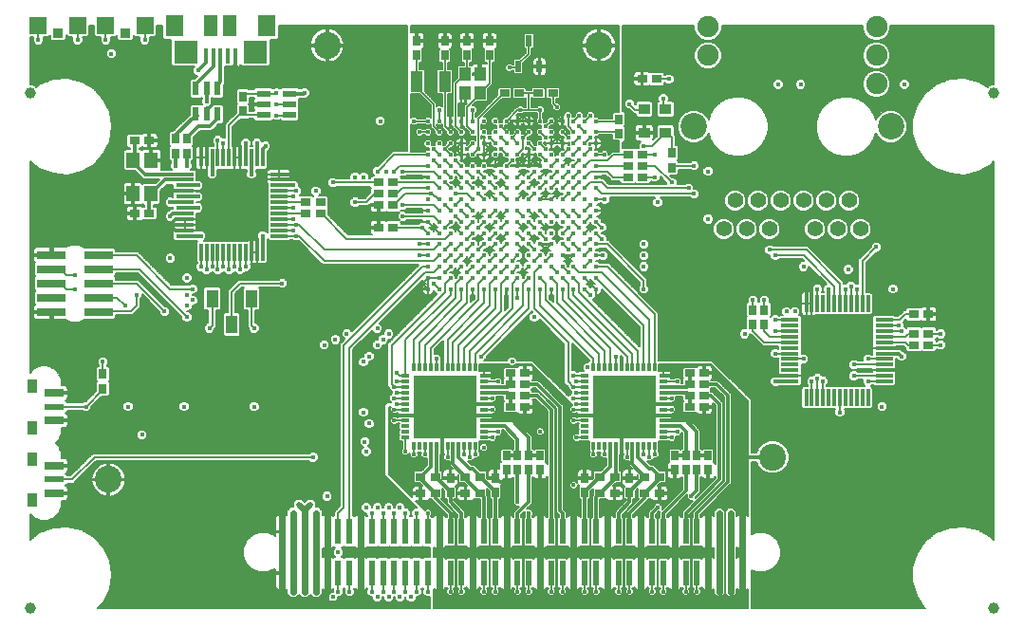
<source format=gtl>
G75*
G70*
%OFA0B0*%
%FSLAX24Y24*%
%IPPOS*%
%LPD*%
%AMOC8*
5,1,8,0,0,1.08239X$1,22.5*
%
%ADD10C,0.0157*%
%ADD11R,0.0236X0.0906*%
%ADD12R,0.1000X0.0300*%
%ADD13R,0.0591X0.0118*%
%ADD14R,0.0118X0.0591*%
%ADD15R,0.0315X0.0118*%
%ADD16R,0.0118X0.0315*%
%ADD17R,0.2205X0.2205*%
%ADD18R,0.0157X0.0531*%
%ADD19R,0.0630X0.0748*%
%ADD20R,0.0827X0.0787*%
%ADD21R,0.0472X0.0748*%
%ADD22R,0.0236X0.0472*%
%ADD23R,0.0394X0.0354*%
%ADD24R,0.0433X0.0748*%
%ADD25R,0.0276X0.0354*%
%ADD26R,0.0354X0.0276*%
%ADD27R,0.0217X0.0394*%
%ADD28R,0.0453X0.0551*%
%ADD29R,0.0472X0.0236*%
%ADD30C,0.0930*%
%ADD31C,0.0750*%
%ADD32C,0.0550*%
%ADD33R,0.0591X0.0591*%
%ADD34R,0.0354X0.0354*%
%ADD35C,0.0394*%
%ADD36R,0.0394X0.0630*%
%ADD37R,0.0394X0.0472*%
%ADD38R,0.0709X0.0295*%
%ADD39R,0.0709X0.0236*%
%ADD40R,0.0354X0.0512*%
%ADD41C,0.0945*%
%ADD42C,0.0240*%
%ADD43C,0.0200*%
%ADD44C,0.0120*%
%ADD45C,0.0160*%
%ADD46C,0.0060*%
%ADD47C,0.0200*%
%ADD48C,0.0160*%
%ADD49C,0.0170*%
D10*
X015671Y012915D03*
X016065Y012915D03*
X016458Y012915D03*
X016852Y012915D03*
X017246Y012915D03*
X017639Y012915D03*
X018033Y012915D03*
X018427Y012915D03*
X018820Y012915D03*
X019214Y012915D03*
X019608Y012915D03*
X020002Y012915D03*
X020395Y012915D03*
X020789Y012915D03*
X021183Y012915D03*
X021576Y012915D03*
X021576Y013309D03*
X021183Y013309D03*
X021183Y013702D03*
X021576Y013702D03*
X021576Y014096D03*
X021183Y014096D03*
X021183Y014490D03*
X021576Y014490D03*
X021576Y014883D03*
X021183Y014883D03*
X020789Y014883D03*
X020395Y014883D03*
X020002Y014883D03*
X019608Y014883D03*
X019214Y014883D03*
X018820Y014883D03*
X018427Y014883D03*
X018033Y014883D03*
X017639Y014883D03*
X017246Y014883D03*
X016852Y014883D03*
X016458Y014883D03*
X016065Y014883D03*
X015671Y014883D03*
X015671Y014490D03*
X016065Y014490D03*
X016458Y014490D03*
X016458Y014096D03*
X016065Y014096D03*
X015671Y014096D03*
X015671Y013702D03*
X015671Y013309D03*
X016065Y013309D03*
X016458Y013309D03*
X016458Y013702D03*
X016065Y013702D03*
X016852Y013702D03*
X016852Y013309D03*
X017246Y013309D03*
X017246Y013702D03*
X017639Y013702D03*
X017639Y013309D03*
X018033Y013309D03*
X018033Y013702D03*
X018427Y013702D03*
X018427Y013309D03*
X018820Y013309D03*
X018820Y013702D03*
X019214Y013702D03*
X019214Y013309D03*
X019608Y013309D03*
X019608Y013702D03*
X020002Y013702D03*
X020395Y013702D03*
X020395Y013309D03*
X020002Y013309D03*
X020789Y013309D03*
X020789Y013702D03*
X020789Y014096D03*
X020395Y014096D03*
X020002Y014096D03*
X020002Y014490D03*
X020395Y014490D03*
X020789Y014490D03*
X019608Y014490D03*
X019214Y014490D03*
X018820Y014490D03*
X018427Y014490D03*
X018033Y014490D03*
X017639Y014490D03*
X017246Y014490D03*
X017246Y014096D03*
X017639Y014096D03*
X018033Y014096D03*
X018427Y014096D03*
X018820Y014096D03*
X019214Y014096D03*
X019608Y014096D03*
X019608Y015277D03*
X020002Y015277D03*
X020395Y015277D03*
X020395Y015671D03*
X020002Y015671D03*
X019608Y015671D03*
X019214Y015671D03*
X018820Y015671D03*
X018427Y015671D03*
X018427Y015277D03*
X018820Y015277D03*
X019214Y015277D03*
X019214Y016065D03*
X019214Y016458D03*
X018820Y016458D03*
X018427Y016458D03*
X018427Y016065D03*
X018820Y016065D03*
X018033Y016065D03*
X018033Y016458D03*
X017639Y016458D03*
X017246Y016458D03*
X017246Y016065D03*
X017639Y016065D03*
X017639Y015671D03*
X017246Y015671D03*
X017246Y015277D03*
X017639Y015277D03*
X018033Y015277D03*
X018033Y015671D03*
X016852Y015671D03*
X016458Y015671D03*
X016065Y015671D03*
X016065Y015277D03*
X016458Y015277D03*
X016852Y015277D03*
X016852Y016065D03*
X016852Y016458D03*
X016458Y016458D03*
X016458Y016065D03*
X016065Y016065D03*
X016065Y016458D03*
X015671Y016458D03*
X015671Y016065D03*
X015671Y015671D03*
X015671Y015277D03*
X016852Y014490D03*
X016852Y014096D03*
X019608Y016065D03*
X019608Y016458D03*
X020002Y016458D03*
X020395Y016458D03*
X020395Y016065D03*
X020002Y016065D03*
X020789Y016065D03*
X020789Y016458D03*
X021183Y016458D03*
X021576Y016458D03*
X021576Y016065D03*
X021183Y016065D03*
X021183Y015671D03*
X021576Y015671D03*
X021576Y015277D03*
X021183Y015277D03*
X020789Y015277D03*
X020789Y015671D03*
X020789Y016852D03*
X021183Y016852D03*
X021576Y016852D03*
X021576Y017246D03*
X021183Y017246D03*
X021183Y017639D03*
X021576Y017639D03*
X021576Y018033D03*
X021183Y018033D03*
X021183Y018427D03*
X021576Y018427D03*
X021576Y018820D03*
X021183Y018820D03*
X020789Y018820D03*
X020395Y018820D03*
X020002Y018820D03*
X019608Y018820D03*
X019214Y018820D03*
X018820Y018820D03*
X018427Y018820D03*
X018033Y018820D03*
X017639Y018820D03*
X017246Y018820D03*
X016852Y018820D03*
X016458Y018820D03*
X016065Y018820D03*
X015671Y018820D03*
X015671Y018427D03*
X016065Y018427D03*
X016458Y018427D03*
X016458Y018033D03*
X016065Y018033D03*
X015671Y018033D03*
X015671Y017639D03*
X015671Y017246D03*
X016065Y017246D03*
X016458Y017246D03*
X016458Y017639D03*
X016065Y017639D03*
X016852Y017639D03*
X016852Y017246D03*
X017246Y017246D03*
X017246Y017639D03*
X017639Y017639D03*
X017639Y017246D03*
X018033Y017246D03*
X018033Y017639D03*
X018427Y017639D03*
X018427Y017246D03*
X018820Y017246D03*
X018820Y017639D03*
X019214Y017639D03*
X019214Y017246D03*
X019608Y017246D03*
X019608Y017639D03*
X020002Y017639D03*
X020395Y017639D03*
X020395Y017246D03*
X020002Y017246D03*
X020002Y016852D03*
X020395Y016852D03*
X020789Y017246D03*
X020789Y017639D03*
X020789Y018033D03*
X020395Y018033D03*
X020002Y018033D03*
X020002Y018427D03*
X020395Y018427D03*
X020789Y018427D03*
X019608Y018427D03*
X019214Y018427D03*
X018820Y018427D03*
X018427Y018427D03*
X018427Y018033D03*
X018820Y018033D03*
X019214Y018033D03*
X019608Y018033D03*
X018033Y018033D03*
X017639Y018033D03*
X017246Y018033D03*
X017246Y018427D03*
X017639Y018427D03*
X018033Y018427D03*
X016852Y018427D03*
X016852Y018033D03*
X016852Y016852D03*
X017246Y016852D03*
X017639Y016852D03*
X018033Y016852D03*
X018427Y016852D03*
X018820Y016852D03*
X019214Y016852D03*
X019608Y016852D03*
X016458Y016852D03*
X016065Y016852D03*
X015671Y016852D03*
D11*
X015671Y004391D03*
X016065Y004391D03*
X016458Y004391D03*
X016852Y004391D03*
X017246Y004391D03*
X017639Y004391D03*
X018033Y004391D03*
X018427Y004391D03*
X018820Y004391D03*
X019214Y004391D03*
X019608Y004391D03*
X020002Y004391D03*
X020395Y004391D03*
X020789Y004391D03*
X021183Y004391D03*
X021576Y004391D03*
X021970Y004391D03*
X022364Y004391D03*
X022757Y004391D03*
X023151Y004391D03*
X023545Y004391D03*
X023939Y004391D03*
X024332Y004391D03*
X024726Y004391D03*
X025120Y004391D03*
X025513Y004391D03*
X025907Y004391D03*
X026301Y004391D03*
X026694Y004391D03*
X026694Y002935D03*
X026301Y002935D03*
X025907Y002935D03*
X025513Y002935D03*
X025120Y002935D03*
X024726Y002935D03*
X024332Y002935D03*
X023939Y002935D03*
X023545Y002935D03*
X023151Y002935D03*
X022757Y002935D03*
X022364Y002935D03*
X021970Y002935D03*
X021576Y002935D03*
X021183Y002935D03*
X020789Y002935D03*
X020395Y002935D03*
X020002Y002935D03*
X019608Y002935D03*
X019214Y002935D03*
X018820Y002935D03*
X018427Y002935D03*
X018033Y002935D03*
X017639Y002935D03*
X017246Y002935D03*
X016852Y002935D03*
X016458Y002935D03*
X016065Y002935D03*
X015671Y002935D03*
X015277Y002935D03*
X014883Y002935D03*
X014490Y002935D03*
X014096Y002935D03*
X013702Y002935D03*
X013309Y002935D03*
X012915Y002935D03*
X012521Y002935D03*
X012128Y002935D03*
X011734Y002935D03*
X011340Y002935D03*
X010946Y002935D03*
X010553Y002935D03*
X010553Y004391D03*
X010946Y004391D03*
X011340Y004391D03*
X011734Y004391D03*
X012128Y004391D03*
X012521Y004391D03*
X012915Y004391D03*
X013309Y004391D03*
X013702Y004391D03*
X014096Y004391D03*
X014490Y004391D03*
X014883Y004391D03*
X015277Y004391D03*
D12*
X004104Y012112D03*
X004104Y012612D03*
X004104Y013112D03*
X004104Y013612D03*
X004104Y014112D03*
X002434Y014112D03*
X002434Y013612D03*
X002434Y013112D03*
X002434Y012612D03*
X002434Y012112D03*
D13*
X007128Y014785D03*
X007128Y014982D03*
X007128Y015179D03*
X007128Y015376D03*
X007128Y015572D03*
X007128Y015769D03*
X007128Y015966D03*
X007128Y016163D03*
X007128Y016360D03*
X007128Y016557D03*
X007128Y016754D03*
X007128Y016950D03*
X010435Y016950D03*
X010435Y016754D03*
X010435Y016557D03*
X010435Y016360D03*
X010435Y016163D03*
X010435Y015966D03*
X010435Y015769D03*
X010435Y015572D03*
X010435Y015376D03*
X010435Y015179D03*
X010435Y014982D03*
X010435Y014785D03*
X028387Y011832D03*
X028387Y011635D03*
X028387Y011439D03*
X028387Y011242D03*
X028387Y011045D03*
X028387Y010848D03*
X028387Y010651D03*
X028387Y010454D03*
X028387Y010257D03*
X028387Y010061D03*
X028387Y009864D03*
X028387Y009667D03*
X031694Y009667D03*
X031694Y009864D03*
X031694Y010061D03*
X031694Y010257D03*
X031694Y010454D03*
X031694Y010651D03*
X031694Y010848D03*
X031694Y011045D03*
X031694Y011242D03*
X031694Y011439D03*
X031694Y011635D03*
X031694Y011832D03*
D14*
X031124Y012403D03*
X030927Y012403D03*
X030730Y012403D03*
X030533Y012403D03*
X030336Y012403D03*
X030139Y012403D03*
X029943Y012403D03*
X029746Y012403D03*
X029549Y012403D03*
X029352Y012403D03*
X029155Y012403D03*
X028958Y012403D03*
X028958Y009096D03*
X029155Y009096D03*
X029352Y009096D03*
X029549Y009096D03*
X029746Y009096D03*
X029943Y009096D03*
X030139Y009096D03*
X030336Y009096D03*
X030533Y009096D03*
X030730Y009096D03*
X030927Y009096D03*
X031124Y009096D03*
X009864Y014214D03*
X009667Y014214D03*
X009470Y014214D03*
X009273Y014214D03*
X009076Y014214D03*
X008880Y014214D03*
X008683Y014214D03*
X008486Y014214D03*
X008289Y014214D03*
X008092Y014214D03*
X007895Y014214D03*
X007698Y014214D03*
X007698Y017521D03*
X007895Y017521D03*
X008092Y017521D03*
X008289Y017521D03*
X008486Y017521D03*
X008683Y017521D03*
X008880Y017521D03*
X009076Y017521D03*
X009273Y017521D03*
X009470Y017521D03*
X009667Y017521D03*
X009864Y017521D03*
D15*
X014883Y009864D03*
X014883Y009667D03*
X014883Y009470D03*
X014883Y009273D03*
X014883Y009076D03*
X014883Y008880D03*
X014883Y008683D03*
X014883Y008486D03*
X014883Y008289D03*
X014883Y008092D03*
X014883Y007895D03*
X014883Y007698D03*
X017639Y007698D03*
X017639Y007895D03*
X017639Y008092D03*
X017639Y008289D03*
X017639Y008486D03*
X017639Y008683D03*
X017639Y008880D03*
X017639Y009076D03*
X017639Y009273D03*
X017639Y009470D03*
X017639Y009667D03*
X017639Y009864D03*
X021183Y009864D03*
X021183Y009667D03*
X021183Y009470D03*
X021183Y009273D03*
X021183Y009076D03*
X021183Y008880D03*
X021183Y008683D03*
X021183Y008486D03*
X021183Y008289D03*
X021183Y008092D03*
X021183Y007895D03*
X021183Y007698D03*
X023939Y007698D03*
X023939Y007895D03*
X023939Y008092D03*
X023939Y008289D03*
X023939Y008486D03*
X023939Y008683D03*
X023939Y008880D03*
X023939Y009076D03*
X023939Y009273D03*
X023939Y009470D03*
X023939Y009667D03*
X023939Y009864D03*
D16*
X023643Y010159D03*
X023446Y010159D03*
X023250Y010159D03*
X023053Y010159D03*
X022856Y010159D03*
X022659Y010159D03*
X022462Y010159D03*
X022265Y010159D03*
X022069Y010159D03*
X021872Y010159D03*
X021675Y010159D03*
X021478Y010159D03*
X021478Y007403D03*
X021675Y007403D03*
X021872Y007403D03*
X022069Y007403D03*
X022265Y007403D03*
X022462Y007403D03*
X022659Y007403D03*
X022856Y007403D03*
X023053Y007403D03*
X023250Y007403D03*
X023446Y007403D03*
X023643Y007403D03*
X017344Y007403D03*
X017147Y007403D03*
X016950Y007403D03*
X016754Y007403D03*
X016557Y007403D03*
X016360Y007403D03*
X016163Y007403D03*
X015966Y007403D03*
X015769Y007403D03*
X015572Y007403D03*
X015376Y007403D03*
X015179Y007403D03*
X015179Y010159D03*
X015376Y010159D03*
X015572Y010159D03*
X015769Y010159D03*
X015966Y010159D03*
X016163Y010159D03*
X016360Y010159D03*
X016557Y010159D03*
X016754Y010159D03*
X016950Y010159D03*
X017147Y010159D03*
X017344Y010159D03*
D17*
X016261Y008781D03*
X022561Y008781D03*
D18*
X008899Y021114D03*
X008643Y021114D03*
X008387Y021114D03*
X008131Y021114D03*
X007876Y021114D03*
D19*
X006773Y022167D03*
X010002Y022167D03*
D20*
X009608Y021242D03*
X007167Y021242D03*
D21*
X008053Y022167D03*
X008722Y022167D03*
D22*
X008269Y019962D03*
X007895Y019962D03*
X007521Y019962D03*
X007521Y019057D03*
X007895Y019057D03*
X008269Y019057D03*
D23*
X023269Y019234D03*
X024017Y019234D03*
X024017Y018407D03*
X023269Y018407D03*
D24*
X016261Y020198D03*
X015277Y020198D03*
D25*
X015277Y021124D03*
X015277Y021635D03*
X016261Y021635D03*
X016261Y021124D03*
X017049Y021124D03*
X017049Y021635D03*
X017836Y021635D03*
X017836Y021124D03*
X022364Y018880D03*
X022364Y018368D03*
X024234Y017698D03*
X024234Y017187D03*
X027088Y012187D03*
X027482Y012187D03*
X027482Y011675D03*
X027088Y011675D03*
X025513Y007069D03*
X025120Y007069D03*
X024726Y007069D03*
X024332Y007069D03*
X024332Y006557D03*
X024726Y006557D03*
X025120Y006557D03*
X025513Y006557D03*
X022757Y006281D03*
X022757Y005769D03*
X021183Y005769D03*
X021183Y006281D03*
X019608Y006557D03*
X019214Y006557D03*
X018820Y006557D03*
X018427Y006557D03*
X018033Y006281D03*
X018033Y005769D03*
X016458Y005769D03*
X016458Y006281D03*
X018427Y007069D03*
X018820Y007069D03*
X019214Y007069D03*
X019608Y007069D03*
X004254Y009411D03*
X004254Y009923D03*
X006813Y017679D03*
X007206Y017679D03*
X007206Y018191D03*
X006813Y018191D03*
X009175Y019155D03*
X009175Y019667D03*
D26*
X005887Y018131D03*
X005376Y018131D03*
X005376Y015572D03*
X005887Y015572D03*
X011380Y015572D03*
X011380Y015966D03*
X011891Y015966D03*
X011891Y015572D03*
X013939Y015868D03*
X014450Y015868D03*
X014450Y016261D03*
X014450Y016655D03*
X013939Y016655D03*
X013939Y016261D03*
X013939Y015080D03*
X014450Y015080D03*
X018368Y019805D03*
X018880Y019805D03*
X019549Y019805D03*
X020061Y019805D03*
X023191Y020297D03*
X023702Y020297D03*
X023210Y017639D03*
X023210Y017246D03*
X023210Y016852D03*
X022698Y016852D03*
X022698Y017246D03*
X022698Y017639D03*
X032738Y012029D03*
X033250Y012029D03*
X033250Y011340D03*
X033250Y010946D03*
X032738Y010946D03*
X032738Y011340D03*
X025376Y009962D03*
X025376Y009569D03*
X025376Y009175D03*
X025376Y008781D03*
X024864Y008781D03*
X024864Y009175D03*
X024864Y009569D03*
X024864Y009962D03*
X023801Y006320D03*
X023289Y006320D03*
X023289Y005730D03*
X023801Y005730D03*
X022226Y005730D03*
X021714Y005730D03*
X021714Y006320D03*
X022226Y006320D03*
X019076Y008781D03*
X019076Y009175D03*
X019076Y009569D03*
X019076Y009962D03*
X018565Y009962D03*
X018565Y009569D03*
X018565Y009175D03*
X018565Y008781D03*
X017502Y006320D03*
X016990Y006320D03*
X016990Y005730D03*
X017502Y005730D03*
X015927Y005730D03*
X015415Y005730D03*
X015415Y006320D03*
X015927Y006320D03*
D27*
X018840Y020730D03*
X019588Y020730D03*
X019214Y021635D03*
D28*
X005946Y017443D03*
X005317Y017443D03*
X005317Y016261D03*
X005946Y016261D03*
D29*
X009903Y019037D03*
X009903Y019411D03*
X009903Y019785D03*
X010809Y019785D03*
X010809Y019411D03*
X010809Y019037D03*
D30*
X025006Y018624D03*
X031926Y018624D03*
D31*
X031426Y020124D03*
X031426Y021124D03*
X031426Y022124D03*
X025506Y022124D03*
X025506Y021124D03*
D32*
X026466Y016024D03*
X027266Y016024D03*
X028066Y016024D03*
X028866Y016024D03*
X029666Y016024D03*
X030466Y016024D03*
X030066Y015024D03*
X029266Y015024D03*
X027666Y015024D03*
X026866Y015024D03*
X026066Y015024D03*
X030866Y015024D03*
D33*
X005730Y022167D03*
X004352Y022167D03*
X003368Y022167D03*
X001990Y022167D03*
D34*
X002679Y021911D03*
X005041Y021911D03*
D35*
X001694Y001694D03*
X001694Y019805D03*
X035553Y019805D03*
X035553Y001694D03*
D36*
X009470Y012580D03*
X008781Y011675D03*
X008092Y012580D03*
D37*
X016990Y019805D03*
X017502Y019805D03*
X017502Y020474D03*
X016990Y020474D03*
D38*
X002541Y009263D03*
X002541Y008299D03*
X002541Y006704D03*
X002541Y005740D03*
D39*
X002541Y006222D03*
X002541Y008781D03*
D40*
X001773Y008053D03*
X001773Y006950D03*
X001773Y005494D03*
X001773Y009509D03*
D41*
X004450Y006222D03*
X012128Y021478D03*
X021675Y021478D03*
X027777Y007009D03*
D42*
X026694Y005041D02*
X026694Y004391D01*
X026694Y003663D01*
X026694Y002935D01*
X026694Y002285D01*
X026301Y002285D02*
X026301Y002935D01*
X026301Y003663D01*
X026301Y004352D01*
X026301Y004391D02*
X026301Y005041D01*
X025907Y005041D02*
X025907Y004391D01*
X025907Y003663D01*
X025907Y002935D01*
X025907Y002285D01*
X025513Y002285D02*
X025513Y002935D01*
X025513Y003663D01*
X025513Y004391D01*
X025513Y005041D01*
X024332Y005041D02*
X024332Y004391D01*
X024332Y003663D01*
X024332Y002935D01*
X024332Y002285D01*
X023151Y002285D02*
X023151Y003663D01*
X023151Y004391D01*
X023151Y005041D01*
X021970Y005041D02*
X021970Y003663D01*
X021970Y002285D01*
X020789Y002285D02*
X020789Y002935D01*
X020789Y003663D01*
X020789Y004391D01*
X020789Y005041D01*
X019608Y005041D02*
X019608Y004391D01*
X019608Y003663D01*
X019608Y002285D01*
X018427Y002285D02*
X018427Y002935D01*
X018427Y003663D01*
X018427Y004391D01*
X018427Y005041D01*
X017246Y005041D02*
X017246Y004391D01*
X017246Y003663D01*
X017246Y002935D01*
X017246Y002285D01*
X016065Y002285D02*
X016065Y002876D01*
X016065Y002935D02*
X016065Y003663D01*
X016065Y004391D01*
X016065Y005041D01*
X013309Y005041D02*
X013309Y004391D01*
X013309Y003663D01*
X013309Y002935D01*
X013309Y002285D01*
X012128Y002285D02*
X012128Y002935D01*
X012128Y003663D01*
X012128Y004391D01*
X012128Y005041D01*
X011734Y005041D02*
X011734Y004391D01*
X011734Y003663D01*
X011734Y002935D01*
X011734Y002285D01*
X011340Y002285D02*
X011340Y002935D01*
X011340Y003663D01*
X011340Y004391D01*
X011340Y005139D01*
X010946Y005041D02*
X010946Y004391D01*
X010946Y003663D01*
X010946Y002935D01*
X010946Y002285D01*
X010553Y002285D02*
X010553Y002935D01*
X010553Y003663D01*
X010553Y004391D01*
X010553Y005041D01*
D43*
X010553Y005041D03*
X010946Y005041D03*
X011143Y005336D03*
X011340Y005139D03*
X011537Y005336D03*
X011734Y005041D03*
X012128Y005041D03*
X013309Y005041D03*
X013309Y003663D03*
X012128Y003663D03*
X011734Y003663D03*
X011340Y003663D03*
X010946Y003663D03*
X010553Y003663D03*
X010553Y002285D03*
X010946Y002285D03*
X011340Y002285D03*
X011734Y002285D03*
X012128Y002285D03*
X013309Y002285D03*
X016065Y002285D03*
X017246Y002285D03*
X018427Y002285D03*
X019608Y002285D03*
X020789Y002285D03*
X021970Y002285D03*
X023151Y002285D03*
X024332Y002285D03*
X025513Y002285D03*
X025907Y002285D03*
X026301Y002285D03*
X026694Y002285D03*
X026694Y003663D03*
X026301Y003663D03*
X025907Y003663D03*
X025513Y003663D03*
X024332Y003663D03*
X023151Y003663D03*
X021970Y003663D03*
X020789Y003663D03*
X019608Y003663D03*
X018427Y003663D03*
X017246Y003663D03*
X016065Y003663D03*
X016065Y005041D03*
X017246Y005041D03*
X018427Y005041D03*
X019608Y005041D03*
X020789Y005041D03*
X021970Y005041D03*
X023151Y005041D03*
X024332Y005041D03*
X025513Y005041D03*
X025907Y005041D03*
X026301Y005041D03*
X026694Y005041D03*
D44*
X026202Y006124D02*
X026202Y009175D01*
X025809Y009569D01*
X025376Y009569D01*
X025376Y009175D02*
X025513Y009175D01*
X025612Y009175D01*
X025907Y008880D01*
X025907Y006222D01*
X024726Y005041D01*
X024726Y004391D01*
X025120Y004391D02*
X025120Y005041D01*
X026202Y006124D01*
X025513Y006124D02*
X025513Y006557D01*
X025120Y006557D02*
X025120Y005828D01*
X024923Y005631D01*
X024726Y005828D02*
X024726Y006557D01*
X024332Y006557D02*
X024332Y006124D01*
X024726Y005828D02*
X023939Y005041D01*
X023939Y004391D01*
X023545Y004391D02*
X023545Y005041D01*
X023742Y005238D01*
X023289Y005572D02*
X023289Y005730D01*
X023801Y006242D01*
X023801Y006320D02*
X023742Y006320D01*
X023742Y006419D01*
X023545Y006616D01*
X023446Y006616D01*
X023053Y007009D01*
X023053Y007403D01*
X022856Y007403D02*
X022856Y006754D01*
X023289Y006320D01*
X022757Y005789D01*
X022757Y005769D02*
X022757Y005435D01*
X022364Y005041D01*
X022364Y004391D01*
X022757Y004391D02*
X022757Y005041D01*
X023289Y005572D01*
X022226Y006242D02*
X021714Y005730D01*
X021576Y005592D01*
X021576Y004391D01*
X021183Y004391D02*
X021183Y005769D01*
X021183Y005789D02*
X021714Y006320D01*
X022069Y006675D01*
X022069Y007403D01*
X022265Y007403D02*
X022265Y006360D01*
X022462Y007108D02*
X022462Y007403D01*
X022462Y008683D01*
X022659Y008880D02*
X023939Y008880D01*
X024431Y008880D01*
X024864Y008781D02*
X024864Y009175D01*
X024765Y009273D02*
X023939Y009273D01*
X023939Y009470D02*
X024765Y009470D01*
X024864Y009569D02*
X024864Y009962D01*
X024234Y009864D02*
X023939Y009864D01*
X022462Y010159D02*
X022462Y010454D01*
X020297Y008781D02*
X020297Y005139D01*
X020395Y005041D01*
X020395Y004391D01*
X020002Y004391D02*
X020002Y008683D01*
X019509Y009175D01*
X019076Y009175D01*
X019076Y009569D02*
X019509Y009569D01*
X020297Y008781D01*
X020887Y008486D02*
X021183Y008486D01*
X022265Y008486D01*
X022856Y008486D02*
X023939Y008486D01*
X024431Y008486D01*
X024726Y008289D02*
X023939Y008289D01*
X023939Y008092D02*
X024529Y008092D01*
X024726Y007895D01*
X024726Y007069D01*
X024332Y007069D01*
X025120Y007069D02*
X025513Y007069D01*
X025120Y007069D02*
X025120Y007895D01*
X024726Y008289D01*
X026891Y007009D02*
X027777Y007009D01*
X027876Y009667D02*
X028387Y009667D01*
X028387Y009864D02*
X027777Y009864D01*
X028958Y012403D02*
X028958Y012817D01*
X029057Y012915D01*
X029155Y012817D01*
X029155Y012403D01*
X029746Y012403D02*
X029746Y012915D01*
X031694Y010848D02*
X032206Y010848D01*
X032206Y010651D02*
X031694Y010651D01*
X032206Y010651D02*
X032305Y010553D01*
X032206Y010061D02*
X031694Y010061D01*
X021970Y004391D02*
X021970Y003663D01*
X021970Y002935D01*
X021970Y002285D01*
X023151Y002285D02*
X023151Y002935D01*
X019608Y002935D02*
X019608Y002285D01*
X019608Y002935D02*
X019608Y003663D01*
X019214Y004391D02*
X019214Y005041D01*
X018820Y005041D02*
X018820Y004391D01*
X018033Y004391D02*
X018033Y005769D01*
X018033Y005789D02*
X017502Y006320D01*
X017443Y006380D01*
X017443Y006419D01*
X017246Y006616D01*
X017147Y006616D01*
X016754Y007009D01*
X016754Y007403D01*
X016557Y007403D02*
X016557Y006754D01*
X016990Y006320D01*
X016990Y006242D02*
X017502Y005730D01*
X017639Y005592D01*
X017639Y004391D01*
X016852Y004391D02*
X016852Y005041D01*
X016458Y005435D01*
X016458Y005769D01*
X016458Y005789D02*
X015927Y006320D01*
X015966Y006360D02*
X015966Y007403D01*
X015769Y007403D02*
X015769Y006675D01*
X015415Y006320D01*
X015415Y006242D02*
X015927Y005730D01*
X015927Y005572D01*
X016458Y005041D01*
X016458Y004391D01*
X018820Y005041D02*
X019214Y005435D01*
X019214Y006557D01*
X018820Y006557D02*
X018820Y005435D01*
X018427Y006124D02*
X018191Y006124D01*
X018033Y006281D01*
X018427Y007069D02*
X018820Y007069D01*
X018820Y007639D01*
X018368Y008092D01*
X017639Y008092D01*
X017639Y008289D02*
X018624Y008289D01*
X019214Y007698D01*
X019214Y007069D01*
X019608Y007069D01*
X021183Y006714D02*
X021183Y006281D01*
X018131Y008486D02*
X017639Y008486D01*
X016557Y008486D01*
X016163Y008683D02*
X016163Y007403D01*
X016163Y007108D01*
X015966Y008486D02*
X014883Y008486D01*
X014588Y008486D01*
X016360Y008880D02*
X017639Y008880D01*
X018131Y008880D01*
X018565Y008781D02*
X018565Y009175D01*
X018466Y009273D02*
X017639Y009273D01*
X017639Y009470D02*
X018466Y009470D01*
X018565Y009569D02*
X018565Y009962D01*
X017935Y009864D02*
X017639Y009864D01*
X016163Y010159D02*
X016163Y010553D01*
X009864Y014214D02*
X009864Y014785D01*
X009667Y014687D02*
X009569Y014785D01*
X009470Y014687D01*
X009470Y014214D01*
X009667Y014214D02*
X009667Y014687D01*
X007698Y014785D02*
X007128Y014785D01*
X007128Y014982D02*
X006813Y014982D01*
X006616Y015179D01*
X006813Y015376D01*
X007128Y015376D01*
X007128Y015572D02*
X006714Y015572D01*
X006616Y015474D01*
X006616Y015179D02*
X007128Y015179D01*
X007128Y015769D02*
X007600Y015769D01*
X007600Y016163D02*
X007128Y016163D01*
X007128Y016360D02*
X006517Y016360D01*
X006439Y016754D02*
X005946Y016261D01*
X005887Y016202D01*
X005887Y015572D01*
X006616Y015966D02*
X007128Y015966D01*
X007128Y016557D02*
X007600Y016557D01*
X007128Y016754D02*
X006439Y016754D01*
X006813Y017246D02*
X006813Y017679D01*
X007206Y017679D02*
X007206Y017246D01*
X007698Y017521D02*
X007698Y017935D01*
X007797Y018033D01*
X007895Y017935D01*
X007895Y017521D01*
X008092Y017521D02*
X008092Y016950D01*
X007128Y016950D02*
X005730Y016950D01*
X005317Y017364D01*
X005415Y017364D01*
X005336Y017443D01*
X005376Y017443D01*
X005376Y018131D01*
X005317Y017443D02*
X005317Y017364D01*
X006813Y018191D02*
X006813Y018328D01*
X007502Y019017D01*
X007580Y019017D01*
X007521Y019057D01*
X007895Y019057D02*
X007895Y019214D01*
X008092Y019411D01*
X008191Y019509D01*
X008289Y019509D01*
X007895Y019509D02*
X007895Y019962D01*
X007521Y019962D02*
X007521Y020120D01*
X008131Y020730D01*
X008131Y021114D01*
X007876Y021114D02*
X007876Y020868D01*
X007797Y020789D01*
X007600Y020592D01*
X008269Y020080D02*
X008269Y019962D01*
X008269Y020080D02*
X008387Y020198D01*
X008387Y021114D01*
X008899Y021114D02*
X008899Y020769D01*
X009076Y020592D01*
X008899Y020769D02*
X008722Y020592D01*
X008269Y019057D02*
X008269Y018899D01*
X007994Y018624D01*
X007600Y018624D01*
X007206Y018230D01*
X007206Y018191D01*
X008880Y017935D02*
X008880Y017541D01*
X009076Y017521D02*
X009076Y017935D01*
X008978Y018033D01*
X008880Y017935D01*
X009273Y018033D02*
X009273Y017521D01*
X009470Y017521D02*
X009470Y016950D01*
X009667Y017521D02*
X009667Y018033D01*
X009864Y017836D02*
X009962Y017935D01*
X009864Y017836D02*
X009864Y017521D01*
X010435Y016950D02*
X010946Y016950D01*
X011045Y016852D01*
X010946Y016754D01*
X010435Y016754D01*
X010435Y016557D02*
X010946Y016557D01*
X010809Y019785D02*
X011320Y019785D01*
X011340Y019805D01*
X002482Y014490D02*
X002482Y014159D01*
X002434Y014112D01*
X002434Y012112D02*
X002482Y012064D01*
X002482Y011734D01*
X002541Y009263D02*
X003161Y009263D01*
X003161Y008299D02*
X002541Y008299D01*
X002541Y006704D02*
X003161Y006704D01*
X003161Y005740D02*
X002541Y005740D01*
X010553Y002285D02*
X010553Y001990D01*
X010651Y001891D01*
X012128Y001891D01*
X012128Y002285D01*
X012128Y001891D02*
X013210Y001891D01*
X013309Y001990D01*
X013309Y002285D01*
D45*
X013702Y002285D03*
X013899Y002088D03*
X014096Y002285D03*
X014293Y002088D03*
X014490Y002285D03*
X014687Y002088D03*
X014883Y002285D03*
X015080Y002088D03*
X015277Y002285D03*
X015671Y002285D03*
X016458Y002285D03*
X016852Y002285D03*
X017639Y002285D03*
X018033Y002285D03*
X018820Y002285D03*
X019214Y002285D03*
X020002Y002285D03*
X020395Y002285D03*
X021183Y002285D03*
X021576Y002285D03*
X022364Y002285D03*
X022757Y002285D03*
X023545Y002285D03*
X023939Y002285D03*
X024726Y002285D03*
X025120Y002285D03*
X023742Y005238D03*
X024332Y006124D03*
X024923Y005631D03*
X025513Y006124D03*
X023643Y007108D03*
X023446Y007009D03*
X023250Y007108D03*
X022659Y007009D03*
X022462Y007108D03*
X021872Y007108D03*
X021478Y007108D03*
X020887Y007698D03*
X020789Y008289D03*
X020887Y008486D03*
X020789Y008683D03*
X020887Y008880D03*
X020789Y009076D03*
X020887Y009273D03*
X020789Y009470D03*
X020887Y009667D03*
X020789Y009864D03*
X020887Y010159D03*
X021281Y010159D03*
X022265Y010553D03*
X022462Y010454D03*
X024234Y009864D03*
X024431Y009667D03*
X024234Y009076D03*
X024431Y008880D03*
X024234Y008683D03*
X024431Y008486D03*
X024431Y007895D03*
X024234Y007698D03*
X025513Y007502D03*
X025691Y009372D03*
X027777Y009864D03*
X027876Y009667D03*
X028860Y010454D03*
X029155Y009667D03*
X029352Y009765D03*
X029549Y009667D03*
X030631Y009864D03*
X030631Y010257D03*
X031124Y010454D03*
X031124Y009667D03*
X032206Y010061D03*
X032305Y010553D03*
X032206Y010848D03*
X032305Y011439D03*
X032206Y011635D03*
X033683Y011340D03*
X033978Y011734D03*
X033683Y010946D03*
X033092Y010257D03*
X031616Y008781D03*
X030139Y008584D03*
X027876Y010651D03*
X027876Y011439D03*
X027876Y011832D03*
X028269Y012128D03*
X028565Y012128D03*
X029057Y012915D03*
X029352Y012915D03*
X029746Y012915D03*
X030336Y012915D03*
X030533Y013013D03*
X030730Y012915D03*
X030435Y013604D03*
X031419Y014391D03*
X032009Y012915D03*
X030631Y011931D03*
X028860Y013702D03*
X027876Y014096D03*
X027679Y014293D03*
X025513Y015376D03*
X025021Y016261D03*
X024824Y016458D03*
X024234Y016655D03*
X023643Y016852D03*
X023643Y017639D03*
X023250Y017935D03*
X022757Y018427D03*
X021872Y018033D03*
X021380Y017836D03*
X020986Y017836D03*
X020592Y017836D03*
X020592Y017443D03*
X020198Y017443D03*
X019805Y017443D03*
X019411Y017443D03*
X019017Y017443D03*
X018624Y017443D03*
X019017Y017049D03*
X019411Y017049D03*
X019805Y017049D03*
X020198Y017049D03*
X020592Y017049D03*
X020986Y017049D03*
X020986Y017443D03*
X021872Y017639D03*
X021380Y018230D03*
X020986Y018230D03*
X020986Y018624D03*
X020592Y018230D03*
X020198Y018230D03*
X019805Y018230D03*
X019805Y018624D03*
X020198Y019017D03*
X020198Y019313D03*
X020592Y019017D03*
X020986Y019017D03*
X021380Y019017D03*
X022167Y019509D03*
X022757Y019411D03*
X023939Y019608D03*
X024431Y019214D03*
X024135Y020297D03*
X022757Y020297D03*
X020002Y020691D03*
X018525Y020691D03*
X017443Y021675D03*
X015769Y021675D03*
X015277Y019608D03*
X016065Y019214D03*
X016458Y019214D03*
X016852Y019214D03*
X017246Y019214D03*
X017541Y019313D03*
X018230Y018624D03*
X018230Y018230D03*
X017836Y018230D03*
X017836Y017836D03*
X017443Y017836D03*
X017049Y017836D03*
X016655Y017836D03*
X016261Y017836D03*
X015868Y017836D03*
X015868Y017443D03*
X016261Y017443D03*
X016655Y017443D03*
X016655Y017049D03*
X016261Y017049D03*
X016261Y016655D03*
X016655Y016655D03*
X016655Y016261D03*
X017049Y016655D03*
X017443Y016655D03*
X017836Y016655D03*
X017836Y016261D03*
X017443Y016261D03*
X017049Y015868D03*
X016655Y015868D03*
X016261Y015868D03*
X016655Y015474D03*
X016655Y015080D03*
X016261Y015080D03*
X015868Y015080D03*
X015474Y015080D03*
X015179Y015671D03*
X014785Y015868D03*
X014785Y015474D03*
X015376Y014490D03*
X015376Y014096D03*
X016261Y013899D03*
X016655Y013899D03*
X017049Y013899D03*
X017443Y013899D03*
X017836Y013899D03*
X018230Y013899D03*
X018230Y013506D03*
X017836Y013506D03*
X017443Y013506D03*
X017049Y013506D03*
X016655Y013506D03*
X016261Y013506D03*
X015868Y013112D03*
X015474Y013112D03*
X014883Y013506D03*
X016261Y014293D03*
X016655Y014293D03*
X017049Y014293D03*
X017443Y014293D03*
X017836Y014293D03*
X017836Y014687D03*
X017443Y014687D03*
X017049Y014687D03*
X017049Y015080D03*
X017443Y015080D03*
X017836Y015080D03*
X018230Y015080D03*
X018230Y015474D03*
X017836Y015474D03*
X017443Y015474D03*
X017049Y015474D03*
X018230Y014687D03*
X018230Y014293D03*
X018624Y013899D03*
X018624Y013506D03*
X019017Y013506D03*
X019411Y013899D03*
X019805Y013899D03*
X019805Y014293D03*
X019805Y014687D03*
X019411Y014687D03*
X019017Y014687D03*
X019017Y014293D03*
X019411Y014293D03*
X019411Y015080D03*
X019017Y015080D03*
X019017Y015474D03*
X019411Y015474D03*
X019805Y015474D03*
X020198Y015474D03*
X020592Y015474D03*
X020592Y015080D03*
X020986Y015080D03*
X021380Y015080D03*
X021773Y015080D03*
X021380Y015474D03*
X020986Y015474D03*
X021380Y015868D03*
X021872Y016065D03*
X021872Y015671D03*
X020986Y016261D03*
X020592Y016261D03*
X020198Y016261D03*
X019805Y016261D03*
X019411Y016261D03*
X019017Y016261D03*
X019017Y016655D03*
X019411Y016655D03*
X019805Y016655D03*
X020198Y016655D03*
X020592Y016655D03*
X020986Y016655D03*
X021872Y016852D03*
X023742Y015966D03*
X023250Y015080D03*
X023250Y014490D03*
X023250Y014096D03*
X023250Y013702D03*
X023250Y012915D03*
X022659Y011931D03*
X021380Y012718D03*
X021380Y013112D03*
X020592Y013506D03*
X020198Y013506D03*
X020592Y013899D03*
X020592Y014293D03*
X020592Y014687D03*
X021380Y014687D03*
X021773Y014687D03*
X021380Y014293D03*
X021813Y014096D03*
X021380Y013899D03*
X020002Y012620D03*
X019411Y011931D03*
X018820Y011537D03*
X018427Y012324D03*
X018820Y012620D03*
X017246Y012561D03*
X014293Y011340D03*
X014096Y011143D03*
X013899Y010946D03*
X013604Y010553D03*
X013407Y010356D03*
X012423Y011143D03*
X012817Y011340D03*
X012029Y010946D03*
X013899Y011537D03*
X015966Y010454D03*
X016163Y010553D03*
X017541Y010553D03*
X017935Y009864D03*
X018131Y009667D03*
X017935Y009076D03*
X018131Y008880D03*
X017935Y008683D03*
X018131Y008486D03*
X018131Y007895D03*
X017935Y007698D03*
X017639Y007346D03*
X017344Y007108D03*
X017147Y007009D03*
X016950Y007108D03*
X016360Y007009D03*
X016163Y007108D03*
X015572Y007108D03*
X015179Y007108D03*
X014883Y007206D03*
X013506Y007206D03*
X013456Y007551D03*
X013604Y008191D03*
X013407Y008584D03*
X014490Y008683D03*
X014588Y008880D03*
X014490Y009076D03*
X014588Y009273D03*
X014490Y009470D03*
X014588Y009667D03*
X014588Y009962D03*
X014588Y008486D03*
X014490Y008289D03*
X011635Y007009D03*
X012128Y005631D03*
X013506Y005238D03*
X013702Y005041D03*
X013899Y005238D03*
X014096Y005041D03*
X014293Y005238D03*
X014490Y005041D03*
X014687Y005238D03*
X014883Y005041D03*
X015080Y005238D03*
X015277Y005041D03*
X015671Y005041D03*
X018033Y006714D03*
X018820Y005435D03*
X019214Y005041D03*
X020789Y006025D03*
X019608Y007913D03*
X019431Y009372D03*
X018624Y010356D03*
X018820Y010553D03*
X019805Y015080D03*
X018230Y016261D03*
X018230Y016655D03*
X018230Y017049D03*
X018230Y017443D03*
X017836Y017049D03*
X017443Y017049D03*
X017049Y017049D03*
X018230Y017836D03*
X018624Y018230D03*
X019017Y018230D03*
X019411Y017836D03*
X019805Y017836D03*
X019017Y019017D03*
X018919Y019214D03*
X019608Y019214D03*
X015376Y018427D03*
X015179Y018820D03*
X014588Y018230D03*
X013998Y018820D03*
X013899Y017049D03*
X014194Y017049D03*
X014490Y017049D03*
X014785Y017049D03*
X015376Y016852D03*
X015769Y016261D03*
X013407Y016261D03*
X013112Y015966D03*
X012324Y016655D03*
X012029Y017147D03*
X011734Y016360D03*
X011045Y016360D03*
X010946Y016557D03*
X011045Y016852D03*
X010946Y016163D03*
X010946Y015769D03*
X010946Y015376D03*
X011045Y015179D03*
X010946Y014982D03*
X011045Y014785D03*
X009864Y014785D03*
X009569Y014785D03*
X009076Y015966D03*
X009864Y016163D03*
X009470Y016950D03*
X009962Y017935D03*
X009667Y018033D03*
X009273Y018033D03*
X008978Y018033D03*
X008486Y018033D03*
X008289Y018131D03*
X007797Y018033D03*
X007206Y017246D03*
X006813Y017246D03*
X006517Y017246D03*
X007600Y016557D03*
X008092Y016950D03*
X007600Y016163D03*
X007600Y015769D03*
X006616Y015966D03*
X006517Y016360D03*
X006616Y015474D03*
X006616Y015179D03*
X007698Y014785D03*
X006616Y013998D03*
X007206Y013309D03*
X007698Y013702D03*
X007895Y013604D03*
X008092Y013702D03*
X008289Y013604D03*
X008486Y013702D03*
X008683Y013604D03*
X008880Y013702D03*
X009076Y013604D03*
X009273Y013702D03*
X009569Y013506D03*
X010553Y013112D03*
X009569Y011537D03*
X007994Y011537D03*
X007206Y011931D03*
X007206Y012324D03*
X007403Y012521D03*
X007206Y012718D03*
X007403Y012915D03*
X006419Y012128D03*
X005435Y012718D03*
X005041Y012324D03*
X003269Y012915D03*
X003269Y013407D03*
X002482Y014490D03*
X004943Y015572D03*
X010356Y019017D03*
X010356Y019411D03*
X010356Y019805D03*
X009470Y019411D03*
X008781Y019411D03*
X008289Y019509D03*
X007895Y019509D03*
X007600Y020592D03*
X008722Y020592D03*
X009076Y020592D03*
X011340Y019805D03*
X010848Y018427D03*
X013112Y016852D03*
X013407Y016852D03*
X006517Y019608D03*
X004549Y021183D03*
X004352Y021675D03*
X003368Y021675D03*
X001990Y021675D03*
X005730Y021675D03*
X002482Y011734D03*
X004254Y010356D03*
X003171Y009273D03*
X003663Y008781D03*
X003171Y008289D03*
X005139Y008781D03*
X005631Y007797D03*
X007108Y008781D03*
X007974Y008781D03*
X009569Y008781D03*
X003171Y006714D03*
X003171Y005730D03*
X012521Y003663D03*
X012521Y002285D03*
X012324Y002088D03*
X012915Y002285D03*
X026793Y011340D03*
X026399Y012029D03*
X027088Y012521D03*
X027482Y012521D03*
X028860Y016655D03*
X031025Y017639D03*
X030041Y020002D03*
X028761Y020100D03*
X027974Y020100D03*
X025021Y017246D03*
X025513Y017049D03*
X032403Y020100D03*
X035159Y021773D03*
D46*
X035553Y021792D02*
X031780Y021792D01*
X031837Y021849D02*
X031911Y022027D01*
X031911Y022167D01*
X035553Y022167D01*
X035553Y020112D01*
X035492Y020112D01*
X035379Y020065D01*
X035334Y020020D01*
X034996Y020215D01*
X034499Y020329D01*
X033991Y020291D01*
X033517Y020105D01*
X033517Y020105D01*
X033118Y019787D01*
X033118Y019787D01*
X033118Y019787D01*
X032831Y019366D01*
X032831Y019366D01*
X032681Y018878D01*
X032681Y018369D01*
X032831Y017882D01*
X032831Y017882D01*
X033118Y017461D01*
X033118Y017461D01*
X033517Y017143D01*
X033991Y016956D01*
X034499Y016918D01*
X034499Y016918D01*
X034996Y017032D01*
X034996Y017032D01*
X035438Y017287D01*
X035553Y017287D01*
X035553Y017229D02*
X035337Y017229D01*
X035438Y017287D02*
X035438Y017287D01*
X035553Y017411D01*
X035553Y004089D01*
X035438Y004213D01*
X034996Y004467D01*
X034499Y004581D01*
X033991Y004543D01*
X033517Y004356D01*
X033118Y004039D01*
X033118Y004039D01*
X032831Y003618D01*
X032681Y003130D01*
X027829Y003130D01*
X027887Y003189D02*
X032699Y003189D01*
X032717Y003247D02*
X027946Y003247D01*
X027962Y003263D02*
X028069Y003523D01*
X028069Y003803D01*
X027962Y004063D01*
X027763Y004261D01*
X027504Y004369D01*
X027223Y004369D01*
X027031Y004289D01*
X027031Y006839D01*
X027217Y006839D01*
X027283Y006679D01*
X027447Y006516D01*
X027661Y006427D01*
X027893Y006427D01*
X028107Y006516D01*
X028271Y006679D01*
X028360Y006894D01*
X028360Y007125D01*
X028271Y007339D01*
X028107Y007503D01*
X027893Y007592D01*
X027661Y007592D01*
X027447Y007503D01*
X027283Y007339D01*
X027217Y007179D01*
X027031Y007179D01*
X027031Y009036D01*
X025752Y010315D01*
X025670Y010397D01*
X023783Y010397D01*
X023783Y012087D01*
X022110Y013760D01*
X022028Y013842D01*
X021703Y013842D01*
X021655Y013891D01*
X021570Y013891D01*
X021570Y013907D01*
X021655Y013907D01*
X021694Y013946D01*
X021734Y013906D01*
X021891Y013906D01*
X022003Y014017D01*
X022003Y014175D01*
X021891Y014286D01*
X021734Y014286D01*
X021694Y014246D01*
X021655Y014285D01*
X021570Y014285D01*
X021570Y014301D01*
X021655Y014301D01*
X021703Y014350D01*
X021912Y014350D01*
X023110Y013152D01*
X023110Y013044D01*
X023060Y012994D01*
X023060Y012836D01*
X023171Y012725D01*
X023328Y012725D01*
X023440Y012836D01*
X023440Y012994D01*
X023390Y013044D01*
X023390Y013268D01*
X022110Y014548D01*
X022028Y014630D01*
X021963Y014630D01*
X021963Y014765D01*
X021852Y014877D01*
X021781Y014877D01*
X021768Y014890D01*
X021852Y014890D01*
X021963Y015002D01*
X021963Y015159D01*
X021852Y015270D01*
X021781Y015270D01*
X021765Y015286D01*
X021765Y015355D01*
X021655Y015466D01*
X021618Y015466D01*
X021657Y015476D01*
X021705Y015504D01*
X021743Y015543D01*
X021771Y015590D01*
X021785Y015643D01*
X021785Y015661D01*
X021586Y015661D01*
X021586Y015680D01*
X021785Y015680D01*
X021785Y015698D01*
X021771Y015751D01*
X021743Y015799D01*
X021705Y015838D01*
X021657Y015865D01*
X021618Y015876D01*
X021655Y015876D01*
X021703Y015925D01*
X021743Y015925D01*
X021793Y015875D01*
X021950Y015875D01*
X022062Y015986D01*
X022062Y016121D01*
X023628Y016121D01*
X023552Y016045D01*
X023552Y015887D01*
X023663Y015776D01*
X023820Y015776D01*
X023932Y015887D01*
X023932Y016045D01*
X023855Y016121D01*
X024893Y016121D01*
X024943Y016071D01*
X025100Y016071D01*
X025211Y016183D01*
X025211Y016340D01*
X025100Y016451D01*
X025014Y016451D01*
X025014Y016537D01*
X024903Y016648D01*
X024746Y016648D01*
X024696Y016598D01*
X024424Y016598D01*
X024424Y016734D01*
X024313Y016845D01*
X024242Y016845D01*
X024188Y016899D01*
X024417Y016899D01*
X024482Y016964D01*
X024482Y017106D01*
X024893Y017106D01*
X024943Y017056D01*
X025100Y017056D01*
X025211Y017167D01*
X025211Y017324D01*
X025100Y017436D01*
X024943Y017436D01*
X024893Y017386D01*
X024482Y017386D01*
X024482Y017409D01*
X024448Y017443D01*
X024482Y017476D01*
X024482Y017921D01*
X024417Y017986D01*
X024374Y017986D01*
X024374Y018288D01*
X024324Y018338D01*
X024324Y018630D01*
X024260Y018694D01*
X023775Y018694D01*
X023710Y018630D01*
X023710Y018298D01*
X023581Y018169D01*
X023587Y018180D01*
X023596Y018213D01*
X023596Y018377D01*
X023299Y018377D01*
X023299Y018437D01*
X023239Y018437D01*
X023239Y018377D01*
X022942Y018377D01*
X022942Y018213D01*
X022951Y018180D01*
X022968Y018150D01*
X022993Y018126D01*
X023022Y018109D01*
X023055Y018100D01*
X023146Y018100D01*
X023060Y018013D01*
X023060Y017887D01*
X022988Y017887D01*
X022954Y017854D01*
X022921Y017887D01*
X022504Y017887D01*
X022504Y018081D01*
X022547Y018081D01*
X022612Y018145D01*
X022612Y018590D01*
X022578Y018624D01*
X022612Y018657D01*
X022612Y019102D01*
X022547Y019167D01*
X022504Y019167D01*
X022504Y022167D01*
X025021Y022167D01*
X025021Y022027D01*
X025095Y021849D01*
X025231Y021712D01*
X025410Y021639D01*
X025603Y021639D01*
X025781Y021712D01*
X025917Y021849D01*
X025991Y022027D01*
X025991Y022167D01*
X030941Y022167D01*
X030941Y022027D01*
X031015Y021849D01*
X031151Y021712D01*
X031330Y021639D01*
X031523Y021639D01*
X031701Y021712D01*
X031837Y021849D01*
X031838Y021850D02*
X035553Y021850D01*
X035553Y021909D02*
X031862Y021909D01*
X031886Y021967D02*
X035553Y021967D01*
X035553Y022026D02*
X031911Y022026D01*
X031911Y022084D02*
X035553Y022084D01*
X035553Y022143D02*
X031911Y022143D01*
X031722Y021733D02*
X035553Y021733D01*
X035553Y021675D02*
X031610Y021675D01*
X031523Y021609D02*
X031330Y021609D01*
X031151Y021535D01*
X031015Y021398D01*
X030941Y021220D01*
X030941Y021027D01*
X031015Y020849D01*
X031151Y020712D01*
X031330Y020639D01*
X031523Y020639D01*
X031701Y020712D01*
X031837Y020849D01*
X031911Y021027D01*
X031911Y021220D01*
X031837Y021398D01*
X031701Y021535D01*
X031523Y021609D01*
X031646Y021558D02*
X035553Y021558D01*
X035553Y021616D02*
X022504Y021616D01*
X022504Y021558D02*
X025287Y021558D01*
X025231Y021535D02*
X025095Y021398D01*
X025021Y021220D01*
X025021Y021027D01*
X025095Y020849D01*
X025231Y020712D01*
X025410Y020639D01*
X025603Y020639D01*
X025781Y020712D01*
X025917Y020849D01*
X025991Y021027D01*
X025991Y021220D01*
X025917Y021398D01*
X025781Y021535D01*
X025603Y021609D01*
X025410Y021609D01*
X025231Y021535D01*
X025196Y021499D02*
X022504Y021499D01*
X022504Y021441D02*
X025137Y021441D01*
X025088Y021382D02*
X022504Y021382D01*
X022504Y021324D02*
X025064Y021324D01*
X025040Y021265D02*
X022504Y021265D01*
X022504Y021207D02*
X025021Y021207D01*
X025021Y021148D02*
X022504Y021148D01*
X022504Y021090D02*
X025021Y021090D01*
X025021Y021031D02*
X022504Y021031D01*
X022504Y020973D02*
X025044Y020973D01*
X025068Y020914D02*
X022504Y020914D01*
X022504Y020856D02*
X025092Y020856D01*
X025147Y020797D02*
X022504Y020797D01*
X022504Y020739D02*
X025205Y020739D01*
X025309Y020680D02*
X022504Y020680D01*
X022504Y020622D02*
X035553Y020622D01*
X035553Y020680D02*
X031623Y020680D01*
X031632Y020563D02*
X035553Y020563D01*
X035553Y020505D02*
X031731Y020505D01*
X031701Y020535D02*
X031523Y020609D01*
X031330Y020609D01*
X031151Y020535D01*
X031015Y020398D01*
X030941Y020220D01*
X030941Y020027D01*
X031015Y019849D01*
X031151Y019712D01*
X031330Y019639D01*
X031523Y019639D01*
X031701Y019712D01*
X031837Y019849D01*
X031911Y020027D01*
X031911Y020220D01*
X031837Y020398D01*
X031701Y020535D01*
X031789Y020446D02*
X035553Y020446D01*
X035553Y020388D02*
X031842Y020388D01*
X031866Y020329D02*
X035553Y020329D01*
X035553Y020271D02*
X034754Y020271D01*
X034996Y020215D02*
X034996Y020215D01*
X035002Y020212D02*
X035553Y020212D01*
X035553Y020154D02*
X035103Y020154D01*
X035205Y020095D02*
X035452Y020095D01*
X035351Y020037D02*
X035306Y020037D01*
X034499Y020329D02*
X034499Y020329D01*
X033991Y020291D02*
X033991Y020291D01*
X033940Y020271D02*
X032501Y020271D01*
X032482Y020290D02*
X032324Y020290D01*
X032213Y020179D01*
X032213Y020021D01*
X032324Y019910D01*
X032482Y019910D01*
X032593Y020021D01*
X032593Y020179D01*
X032482Y020290D01*
X032560Y020212D02*
X033791Y020212D01*
X033642Y020154D02*
X032593Y020154D01*
X032593Y020095D02*
X033505Y020095D01*
X033432Y020037D02*
X032593Y020037D01*
X032550Y019978D02*
X033358Y019978D01*
X033285Y019920D02*
X032492Y019920D01*
X032315Y019920D02*
X031867Y019920D01*
X031891Y019978D02*
X032256Y019978D01*
X032213Y020037D02*
X031911Y020037D01*
X031911Y020095D02*
X032213Y020095D01*
X032213Y020154D02*
X031911Y020154D01*
X031911Y020212D02*
X032247Y020212D01*
X032305Y020271D02*
X031890Y020271D01*
X031842Y019861D02*
X033211Y019861D01*
X033138Y019803D02*
X031791Y019803D01*
X031733Y019744D02*
X033089Y019744D01*
X033049Y019686D02*
X031636Y019686D01*
X031216Y019686D02*
X024129Y019686D01*
X024129Y019687D02*
X024017Y019798D01*
X023860Y019798D01*
X023749Y019687D01*
X023749Y019529D01*
X023766Y019512D01*
X023710Y019457D01*
X023710Y019011D01*
X023775Y018947D01*
X024260Y018947D01*
X024324Y019011D01*
X024324Y019457D01*
X024260Y019521D01*
X024120Y019521D01*
X024129Y019529D01*
X024129Y019687D01*
X024129Y019627D02*
X026216Y019627D01*
X026157Y019611D02*
X025915Y019472D01*
X025718Y019274D01*
X025578Y019033D01*
X025532Y018858D01*
X025494Y018949D01*
X025332Y019111D01*
X025121Y019199D01*
X024892Y019199D01*
X024680Y019111D01*
X024519Y018949D01*
X024431Y018738D01*
X024431Y018509D01*
X024519Y018298D01*
X024680Y018136D01*
X024892Y018049D01*
X025121Y018049D01*
X025332Y018136D01*
X025494Y018298D01*
X025532Y018389D01*
X025578Y018214D01*
X025718Y017973D01*
X025915Y017775D01*
X026157Y017636D01*
X026427Y017564D01*
X026706Y017564D01*
X026975Y017636D01*
X027217Y017775D01*
X027414Y017973D01*
X027554Y018214D01*
X027626Y018484D01*
X027626Y018763D01*
X027554Y019033D01*
X027414Y019274D01*
X027217Y019472D01*
X026975Y019611D01*
X026706Y019684D01*
X026427Y019684D01*
X026157Y019611D01*
X026083Y019569D02*
X024129Y019569D01*
X024271Y019510D02*
X025982Y019510D01*
X025895Y019452D02*
X024324Y019452D01*
X024324Y019393D02*
X025837Y019393D01*
X025778Y019335D02*
X024324Y019335D01*
X024324Y019276D02*
X025720Y019276D01*
X025685Y019218D02*
X024324Y019218D01*
X024324Y019159D02*
X024797Y019159D01*
X024670Y019101D02*
X024324Y019101D01*
X024324Y019042D02*
X024612Y019042D01*
X024553Y018984D02*
X024297Y018984D01*
X024509Y018925D02*
X022612Y018925D01*
X022612Y018867D02*
X024484Y018867D01*
X024460Y018808D02*
X022612Y018808D01*
X022612Y018750D02*
X024436Y018750D01*
X024431Y018691D02*
X024263Y018691D01*
X024321Y018633D02*
X024431Y018633D01*
X024431Y018574D02*
X024324Y018574D01*
X024324Y018516D02*
X024431Y018516D01*
X024453Y018457D02*
X024324Y018457D01*
X024324Y018399D02*
X024477Y018399D01*
X024501Y018340D02*
X024324Y018340D01*
X024374Y018282D02*
X024535Y018282D01*
X024593Y018223D02*
X024374Y018223D01*
X024374Y018165D02*
X024652Y018165D01*
X024753Y018106D02*
X024374Y018106D01*
X024374Y018048D02*
X025675Y018048D01*
X025641Y018106D02*
X025259Y018106D01*
X025360Y018165D02*
X025607Y018165D01*
X025576Y018223D02*
X025419Y018223D01*
X025477Y018282D02*
X025560Y018282D01*
X025545Y018340D02*
X025511Y018340D01*
X025708Y017989D02*
X024374Y017989D01*
X024472Y017931D02*
X025760Y017931D01*
X025819Y017872D02*
X024482Y017872D01*
X024482Y017814D02*
X025877Y017814D01*
X025950Y017755D02*
X024482Y017755D01*
X024482Y017697D02*
X026052Y017697D01*
X026153Y017638D02*
X024482Y017638D01*
X024482Y017580D02*
X026367Y017580D01*
X026766Y017580D02*
X030167Y017580D01*
X030227Y017564D02*
X029957Y017636D01*
X029715Y017775D01*
X029518Y017973D01*
X029378Y018214D01*
X029306Y018484D01*
X029306Y018763D01*
X029378Y019033D01*
X029518Y019274D01*
X029715Y019472D01*
X029957Y019611D01*
X030227Y019684D01*
X030506Y019684D01*
X030775Y019611D01*
X031017Y019472D01*
X031214Y019274D01*
X031354Y019033D01*
X031401Y018858D01*
X031439Y018949D01*
X031600Y019111D01*
X031812Y019199D01*
X032041Y019199D01*
X032252Y019111D01*
X032414Y018949D01*
X032501Y018738D01*
X032501Y018509D01*
X032414Y018298D01*
X032252Y018136D01*
X032041Y018049D01*
X031812Y018049D01*
X031600Y018136D01*
X031439Y018298D01*
X031401Y018389D01*
X031354Y018214D01*
X031214Y017973D01*
X031017Y017775D01*
X030775Y017636D01*
X030506Y017564D01*
X030227Y017564D01*
X029953Y017638D02*
X026979Y017638D01*
X027081Y017697D02*
X029852Y017697D01*
X029750Y017755D02*
X027182Y017755D01*
X027255Y017814D02*
X029677Y017814D01*
X029619Y017872D02*
X027314Y017872D01*
X027372Y017931D02*
X029560Y017931D01*
X029508Y017989D02*
X027424Y017989D01*
X027458Y018048D02*
X029475Y018048D01*
X029441Y018106D02*
X027491Y018106D01*
X027525Y018165D02*
X029407Y018165D01*
X029376Y018223D02*
X027556Y018223D01*
X027572Y018282D02*
X029360Y018282D01*
X029345Y018340D02*
X027588Y018340D01*
X027603Y018399D02*
X029329Y018399D01*
X029313Y018457D02*
X027619Y018457D01*
X027626Y018516D02*
X029306Y018516D01*
X029306Y018574D02*
X027626Y018574D01*
X027626Y018633D02*
X029306Y018633D01*
X029306Y018691D02*
X027626Y018691D01*
X027626Y018750D02*
X029306Y018750D01*
X029318Y018808D02*
X027614Y018808D01*
X027598Y018867D02*
X029334Y018867D01*
X029350Y018925D02*
X027583Y018925D01*
X027567Y018984D02*
X029365Y018984D01*
X029384Y019042D02*
X027548Y019042D01*
X027515Y019101D02*
X029418Y019101D01*
X029451Y019159D02*
X027481Y019159D01*
X027447Y019218D02*
X029485Y019218D01*
X029520Y019276D02*
X027413Y019276D01*
X027354Y019335D02*
X029578Y019335D01*
X029637Y019393D02*
X027296Y019393D01*
X027237Y019452D02*
X029695Y019452D01*
X029782Y019510D02*
X027151Y019510D01*
X027049Y019569D02*
X029883Y019569D01*
X030016Y019627D02*
X026916Y019627D01*
X027784Y020021D02*
X027895Y019910D01*
X028053Y019910D01*
X028164Y020021D01*
X028164Y020179D01*
X028053Y020290D01*
X027895Y020290D01*
X027784Y020179D01*
X027784Y020021D01*
X027784Y020037D02*
X023413Y020037D01*
X023418Y020038D02*
X023448Y020055D01*
X023461Y020068D01*
X023480Y020049D01*
X023925Y020049D01*
X023990Y020113D01*
X023990Y020157D01*
X024007Y020157D01*
X024057Y020107D01*
X024214Y020107D01*
X024325Y020218D01*
X024325Y020376D01*
X024214Y020487D01*
X024057Y020487D01*
X024007Y020437D01*
X023990Y020437D01*
X023990Y020480D01*
X023925Y020545D01*
X023480Y020545D01*
X023461Y020526D01*
X023448Y020539D01*
X023418Y020556D01*
X023385Y020565D01*
X023221Y020565D01*
X023221Y020327D01*
X023161Y020327D01*
X023161Y020565D01*
X022996Y020565D01*
X022963Y020556D01*
X022934Y020539D01*
X022909Y020514D01*
X022892Y020485D01*
X022883Y020452D01*
X022883Y020327D01*
X023161Y020327D01*
X023161Y020267D01*
X023221Y020267D01*
X023221Y020029D01*
X023385Y020029D01*
X023418Y020038D01*
X023221Y020037D02*
X023161Y020037D01*
X023161Y020029D02*
X022996Y020029D01*
X022963Y020038D01*
X022934Y020055D01*
X022909Y020079D01*
X022892Y020109D01*
X022883Y020142D01*
X022883Y020267D01*
X023161Y020267D01*
X023161Y020029D01*
X023161Y020095D02*
X023221Y020095D01*
X023221Y020154D02*
X023161Y020154D01*
X023161Y020212D02*
X023221Y020212D01*
X023161Y020271D02*
X022504Y020271D01*
X022504Y020329D02*
X022883Y020329D01*
X022883Y020388D02*
X022504Y020388D01*
X022504Y020446D02*
X022883Y020446D01*
X022904Y020505D02*
X022504Y020505D01*
X022504Y020563D02*
X022991Y020563D01*
X023161Y020563D02*
X023221Y020563D01*
X023221Y020505D02*
X023161Y020505D01*
X023161Y020446D02*
X023221Y020446D01*
X023221Y020388D02*
X023161Y020388D01*
X023161Y020329D02*
X023221Y020329D01*
X023390Y020563D02*
X031220Y020563D01*
X031121Y020505D02*
X023965Y020505D01*
X023990Y020446D02*
X024016Y020446D01*
X024135Y020297D02*
X023702Y020297D01*
X023990Y020154D02*
X024010Y020154D01*
X023971Y020095D02*
X027784Y020095D01*
X027784Y020154D02*
X024261Y020154D01*
X024319Y020212D02*
X027817Y020212D01*
X027876Y020271D02*
X024325Y020271D01*
X024325Y020329D02*
X030986Y020329D01*
X030962Y020271D02*
X028859Y020271D01*
X028840Y020290D02*
X028683Y020290D01*
X028571Y020179D01*
X028571Y020021D01*
X028683Y019910D01*
X028840Y019910D01*
X028951Y020021D01*
X028951Y020179D01*
X028840Y020290D01*
X028918Y020212D02*
X030941Y020212D01*
X030941Y020154D02*
X028951Y020154D01*
X028951Y020095D02*
X030941Y020095D01*
X030941Y020037D02*
X028951Y020037D01*
X028908Y019978D02*
X030961Y019978D01*
X030986Y019920D02*
X028850Y019920D01*
X028673Y019920D02*
X028062Y019920D01*
X028121Y019978D02*
X028615Y019978D01*
X028571Y020037D02*
X028164Y020037D01*
X028164Y020095D02*
X028571Y020095D01*
X028571Y020154D02*
X028164Y020154D01*
X028131Y020212D02*
X028605Y020212D01*
X028663Y020271D02*
X028072Y020271D01*
X027827Y019978D02*
X022504Y019978D01*
X022504Y019920D02*
X027886Y019920D01*
X025920Y020856D02*
X031012Y020856D01*
X030988Y020914D02*
X025944Y020914D01*
X025969Y020973D02*
X030964Y020973D01*
X030941Y021031D02*
X025991Y021031D01*
X025991Y021090D02*
X030941Y021090D01*
X030941Y021148D02*
X025991Y021148D01*
X025991Y021207D02*
X030941Y021207D01*
X030960Y021265D02*
X025972Y021265D01*
X025948Y021324D02*
X030984Y021324D01*
X031008Y021382D02*
X025924Y021382D01*
X025875Y021441D02*
X031057Y021441D01*
X031116Y021499D02*
X025816Y021499D01*
X025726Y021558D02*
X031207Y021558D01*
X031243Y021675D02*
X025690Y021675D01*
X025802Y021733D02*
X031131Y021733D01*
X031072Y021792D02*
X025860Y021792D01*
X025918Y021850D02*
X031014Y021850D01*
X030990Y021909D02*
X025942Y021909D01*
X025966Y021967D02*
X030966Y021967D01*
X030942Y022026D02*
X025991Y022026D01*
X025991Y022084D02*
X030941Y022084D01*
X030941Y022143D02*
X025991Y022143D01*
X025323Y021675D02*
X022504Y021675D01*
X022504Y021733D02*
X025211Y021733D01*
X025152Y021792D02*
X022504Y021792D01*
X022504Y021850D02*
X025094Y021850D01*
X025070Y021909D02*
X022504Y021909D01*
X022504Y021967D02*
X025046Y021967D01*
X025022Y022026D02*
X022504Y022026D01*
X022504Y022084D02*
X025021Y022084D01*
X025021Y022143D02*
X022504Y022143D01*
X022364Y022143D02*
X015080Y022143D01*
X015080Y022167D02*
X015080Y021929D01*
X015089Y021934D01*
X015122Y021943D01*
X015247Y021943D01*
X015247Y021665D01*
X015307Y021665D01*
X015545Y021665D01*
X015545Y021830D01*
X015536Y021863D01*
X015519Y021892D01*
X015495Y021917D01*
X015465Y021934D01*
X015432Y021943D01*
X015307Y021943D01*
X015307Y021665D01*
X015307Y021605D01*
X015545Y021605D01*
X015545Y021441D01*
X015536Y021408D01*
X015519Y021378D01*
X015495Y021354D01*
X015473Y021342D01*
X015485Y021330D01*
X015485Y020917D01*
X015444Y020876D01*
X015377Y020876D01*
X015377Y020642D01*
X015523Y020642D01*
X015564Y020601D01*
X015564Y019856D01*
X015968Y019452D01*
X016161Y019452D01*
X016161Y019510D02*
X015910Y019510D01*
X015968Y019452D02*
X015968Y019329D01*
X016002Y019364D01*
X016127Y019364D01*
X016161Y019329D01*
X016161Y019754D01*
X016016Y019754D01*
X015975Y019795D01*
X015975Y020601D01*
X016016Y020642D01*
X016161Y020642D01*
X016161Y020876D01*
X016095Y020876D01*
X016054Y020917D01*
X016054Y021330D01*
X016066Y021342D01*
X016044Y021354D01*
X016020Y021378D01*
X016002Y021408D01*
X015994Y021441D01*
X015994Y021605D01*
X016231Y021605D01*
X016231Y021665D01*
X015994Y021665D01*
X015994Y021830D01*
X016002Y021863D01*
X016020Y021892D01*
X016044Y021917D01*
X016073Y021934D01*
X016107Y021943D01*
X016231Y021943D01*
X016231Y021665D01*
X016291Y021665D01*
X016291Y021943D01*
X016416Y021943D01*
X016449Y021934D01*
X016479Y021917D01*
X016503Y021892D01*
X016520Y021863D01*
X016529Y021830D01*
X016529Y021665D01*
X016291Y021665D01*
X016291Y021605D01*
X016529Y021605D01*
X016529Y021441D01*
X016520Y021408D01*
X016503Y021378D01*
X016479Y021354D01*
X016457Y021342D01*
X016469Y021330D01*
X016469Y020917D01*
X016428Y020876D01*
X016361Y020876D01*
X016361Y020642D01*
X016507Y020642D01*
X016548Y020601D01*
X016548Y019795D01*
X016507Y019754D01*
X016361Y019754D01*
X016361Y019006D01*
X016378Y019015D01*
X016431Y019029D01*
X016449Y019029D01*
X016449Y018830D01*
X016468Y018830D01*
X016468Y019029D01*
X016486Y019029D01*
X016539Y019015D01*
X016555Y019006D01*
X016555Y020181D01*
X016614Y020239D01*
X016614Y020239D01*
X016723Y020349D01*
X016723Y020739D01*
X016764Y020780D01*
X016949Y020780D01*
X016949Y020876D01*
X016882Y020876D01*
X016841Y020917D01*
X016841Y021330D01*
X016853Y021342D01*
X016831Y021354D01*
X016807Y021378D01*
X016790Y021408D01*
X016781Y021441D01*
X016781Y021605D01*
X017019Y021605D01*
X017019Y021665D01*
X016781Y021665D01*
X016781Y021830D01*
X016790Y021863D01*
X016807Y021892D01*
X016831Y021917D01*
X016861Y021934D01*
X016894Y021943D01*
X017019Y021943D01*
X017019Y021665D01*
X017079Y021665D01*
X017317Y021665D01*
X017317Y021830D01*
X017308Y021863D01*
X017291Y021892D01*
X017266Y021917D01*
X017237Y021934D01*
X017204Y021943D01*
X017079Y021943D01*
X017079Y021665D01*
X017079Y021605D01*
X017317Y021605D01*
X017317Y021441D01*
X017308Y021408D01*
X017291Y021378D01*
X017266Y021354D01*
X017245Y021342D01*
X017257Y021330D01*
X017257Y020917D01*
X017216Y020876D01*
X017149Y020876D01*
X017149Y020780D01*
X017195Y020780D01*
X017201Y020790D01*
X017225Y020814D01*
X017255Y020831D01*
X017288Y020840D01*
X017472Y020840D01*
X017472Y020504D01*
X017532Y020504D01*
X017532Y020840D01*
X017716Y020840D01*
X017736Y020835D01*
X017736Y020876D01*
X017669Y020876D01*
X017628Y020917D01*
X017628Y021330D01*
X017640Y021342D01*
X017619Y021354D01*
X017594Y021378D01*
X017577Y021408D01*
X017568Y021441D01*
X017568Y021605D01*
X017806Y021605D01*
X017806Y021665D01*
X017568Y021665D01*
X017568Y021830D01*
X017577Y021863D01*
X017594Y021892D01*
X017619Y021917D01*
X017648Y021934D01*
X017681Y021943D01*
X017806Y021943D01*
X017806Y021665D01*
X017866Y021665D01*
X018104Y021665D01*
X018104Y021830D01*
X018095Y021863D01*
X018078Y021892D01*
X018054Y021917D01*
X018024Y021934D01*
X017991Y021943D01*
X017866Y021943D01*
X017866Y021665D01*
X017866Y021605D01*
X018104Y021605D01*
X018104Y021441D01*
X018095Y021408D01*
X018078Y021378D01*
X018054Y021354D01*
X018032Y021342D01*
X018044Y021330D01*
X018044Y020917D01*
X018003Y020876D01*
X017936Y020876D01*
X017936Y020098D01*
X017878Y020039D01*
X017768Y019930D01*
X017768Y019540D01*
X017727Y019499D01*
X017376Y019499D01*
X017242Y019364D01*
X017308Y019364D01*
X017396Y019276D01*
X017658Y019276D01*
X017600Y019218D02*
X017396Y019218D01*
X017396Y019276D02*
X017396Y019152D01*
X017346Y019102D01*
X017346Y018963D01*
X017401Y019019D01*
X018121Y019738D01*
X018121Y019972D01*
X018162Y020013D01*
X018574Y020013D01*
X018615Y019972D01*
X018615Y019638D01*
X018574Y019597D01*
X018262Y019597D01*
X017634Y018969D01*
X017701Y018969D01*
X017788Y018882D01*
X017788Y018759D01*
X017701Y018672D01*
X017578Y018672D01*
X017543Y018707D01*
X017543Y018540D01*
X017578Y018576D01*
X017701Y018576D01*
X017788Y018488D01*
X017788Y018380D01*
X017884Y018380D01*
X017884Y018488D01*
X017971Y018576D01*
X018080Y018576D01*
X018080Y018672D01*
X017971Y018672D01*
X017884Y018759D01*
X017884Y018882D01*
X017971Y018969D01*
X018095Y018969D01*
X018182Y018882D01*
X018182Y018774D01*
X018278Y018774D01*
X018278Y018882D01*
X018365Y018969D01*
X018434Y018969D01*
X018720Y019256D01*
X018779Y019314D01*
X018807Y019314D01*
X018857Y019364D01*
X018981Y019364D01*
X019031Y019314D01*
X019114Y019314D01*
X019114Y019625D01*
X019086Y019597D01*
X018673Y019597D01*
X018632Y019638D01*
X018632Y019972D01*
X018673Y020013D01*
X019086Y020013D01*
X019127Y019972D01*
X019127Y019905D01*
X019302Y019905D01*
X019302Y019972D01*
X019343Y020013D01*
X019755Y020013D01*
X019796Y019972D01*
X019796Y019638D01*
X019755Y019597D01*
X019343Y019597D01*
X019314Y019625D01*
X019314Y019314D01*
X019496Y019314D01*
X019546Y019364D01*
X019670Y019364D01*
X019758Y019276D01*
X020048Y019276D01*
X020048Y019250D02*
X020136Y019163D01*
X020261Y019163D01*
X020348Y019250D01*
X020348Y019375D01*
X020261Y019463D01*
X020190Y019463D01*
X020161Y019492D01*
X020161Y019597D01*
X020267Y019597D01*
X020308Y019638D01*
X020308Y019972D01*
X020267Y020013D01*
X019854Y020013D01*
X019813Y019972D01*
X019813Y019638D01*
X019854Y019597D01*
X019961Y019597D01*
X019961Y019409D01*
X020048Y019321D01*
X020048Y019250D01*
X020081Y019218D02*
X019758Y019218D01*
X019758Y019276D02*
X019758Y019152D01*
X019708Y019102D01*
X019708Y018931D01*
X019757Y018882D01*
X019757Y018774D01*
X019813Y018774D01*
X019853Y018813D01*
X019853Y018882D01*
X019940Y018969D01*
X020063Y018969D01*
X020150Y018882D01*
X020150Y018759D01*
X020063Y018672D01*
X019994Y018672D01*
X019955Y018632D01*
X019955Y018576D01*
X020063Y018576D01*
X020150Y018488D01*
X020150Y018365D01*
X020063Y018278D01*
X019955Y018278D01*
X019955Y018237D01*
X019974Y018242D01*
X019992Y018242D01*
X019992Y018042D01*
X019992Y018024D01*
X019793Y018024D01*
X019793Y018006D01*
X019798Y017986D01*
X019796Y017986D01*
X019757Y018026D01*
X019757Y018080D01*
X019798Y018080D01*
X019793Y018061D01*
X019793Y018042D01*
X019992Y018042D01*
X020011Y018042D01*
X020386Y018042D01*
X020386Y018024D01*
X020187Y018024D01*
X020011Y018024D01*
X020011Y018042D01*
X020011Y018242D01*
X020029Y018242D01*
X020082Y018228D01*
X020130Y018200D01*
X020169Y018161D01*
X020196Y018114D01*
X020198Y018105D01*
X020201Y018114D01*
X020228Y018161D01*
X020267Y018200D01*
X020315Y018228D01*
X020368Y018242D01*
X020386Y018242D01*
X020386Y018042D01*
X020405Y018042D01*
X020604Y018042D01*
X020604Y018061D01*
X020599Y018080D01*
X020640Y018080D01*
X020640Y017986D01*
X020599Y017986D01*
X020604Y018006D01*
X020604Y018024D01*
X020405Y018024D01*
X020405Y018042D01*
X020405Y018242D01*
X020423Y018242D01*
X020442Y018237D01*
X020442Y018238D01*
X020403Y018278D01*
X020334Y018278D01*
X020247Y018365D01*
X020247Y018488D01*
X020334Y018576D01*
X020457Y018576D01*
X020544Y018488D01*
X020544Y018419D01*
X020584Y018380D01*
X020640Y018380D01*
X020640Y018434D01*
X020551Y018524D01*
X020492Y018582D01*
X020492Y018635D01*
X020476Y018626D01*
X020423Y018612D01*
X020405Y018612D01*
X020405Y018811D01*
X020386Y018811D01*
X020386Y018612D01*
X020368Y018612D01*
X020315Y018626D01*
X020267Y018653D01*
X020228Y018692D01*
X020201Y018740D01*
X020187Y018793D01*
X020187Y018811D01*
X020386Y018811D01*
X020386Y018830D01*
X020386Y019029D01*
X020368Y019029D01*
X020315Y019015D01*
X020267Y018988D01*
X020228Y018949D01*
X020201Y018901D01*
X020187Y018848D01*
X020187Y018830D01*
X020386Y018830D01*
X020405Y018830D01*
X020405Y019029D01*
X020423Y019029D01*
X020442Y019024D01*
X020442Y019079D01*
X020530Y019167D01*
X020654Y019167D01*
X020742Y019079D01*
X020742Y018969D01*
X020796Y018969D01*
X020836Y019009D01*
X020836Y019079D01*
X020924Y019167D01*
X021048Y019167D01*
X021136Y019079D01*
X021136Y018969D01*
X021190Y018969D01*
X021230Y019009D01*
X021230Y019079D01*
X021317Y019167D01*
X021442Y019167D01*
X021530Y019079D01*
X021530Y018969D01*
X021638Y018969D01*
X021687Y018920D01*
X022156Y018920D01*
X022156Y019086D01*
X022197Y019127D01*
X022364Y019127D01*
X022364Y022167D01*
X015080Y022167D01*
X015080Y022084D02*
X022364Y022084D01*
X022364Y022026D02*
X021927Y022026D01*
X021906Y022036D02*
X021816Y022066D01*
X021722Y022080D01*
X021705Y022080D01*
X021705Y021508D01*
X022277Y021508D01*
X022277Y021525D01*
X022262Y021619D01*
X022233Y021709D01*
X022190Y021794D01*
X022134Y021870D01*
X022067Y021938D01*
X021991Y021993D01*
X021906Y022036D01*
X022026Y021967D02*
X022364Y021967D01*
X022364Y021909D02*
X022096Y021909D01*
X022149Y021850D02*
X022364Y021850D01*
X022364Y021792D02*
X022191Y021792D01*
X022221Y021733D02*
X022364Y021733D01*
X022364Y021675D02*
X022244Y021675D01*
X022263Y021616D02*
X022364Y021616D01*
X022364Y021558D02*
X022272Y021558D01*
X022364Y021499D02*
X021705Y021499D01*
X021705Y021508D02*
X021705Y021448D01*
X022277Y021448D01*
X022277Y021431D01*
X022262Y021337D01*
X022233Y021247D01*
X022190Y021162D01*
X022134Y021085D01*
X022067Y021018D01*
X021991Y020963D01*
X021906Y020920D01*
X021816Y020890D01*
X021722Y020875D01*
X021705Y020875D01*
X021705Y021448D01*
X021645Y021448D01*
X021645Y020875D01*
X021627Y020875D01*
X021534Y020890D01*
X021444Y020920D01*
X021359Y020963D01*
X021282Y021018D01*
X021215Y021085D01*
X021159Y021162D01*
X021116Y021247D01*
X021087Y021337D01*
X021072Y021431D01*
X021072Y021448D01*
X021645Y021448D01*
X021645Y021508D01*
X021645Y022080D01*
X021627Y022080D01*
X021534Y022066D01*
X021444Y022036D01*
X021359Y021993D01*
X021282Y021938D01*
X021215Y021870D01*
X021159Y021794D01*
X021116Y021709D01*
X021087Y021619D01*
X021072Y021525D01*
X021072Y021508D01*
X021645Y021508D01*
X021705Y021508D01*
X021705Y021558D02*
X021645Y021558D01*
X021645Y021616D02*
X021705Y021616D01*
X021705Y021675D02*
X021645Y021675D01*
X021645Y021733D02*
X021705Y021733D01*
X021705Y021792D02*
X021645Y021792D01*
X021645Y021850D02*
X021705Y021850D01*
X021705Y021909D02*
X021645Y021909D01*
X021645Y021967D02*
X021705Y021967D01*
X021705Y022026D02*
X021645Y022026D01*
X021423Y022026D02*
X015080Y022026D01*
X015080Y021967D02*
X021323Y021967D01*
X021253Y021909D02*
X018062Y021909D01*
X018099Y021850D02*
X019036Y021850D01*
X019036Y021861D02*
X019077Y021902D01*
X019351Y021902D01*
X019392Y021861D01*
X019392Y021410D01*
X019351Y021369D01*
X019314Y021369D01*
X019314Y021141D01*
X019018Y020846D01*
X019018Y020504D01*
X018977Y020463D01*
X018703Y020463D01*
X018662Y020504D01*
X018662Y020591D01*
X018637Y020591D01*
X018587Y020541D01*
X018463Y020541D01*
X018375Y020628D01*
X018375Y020753D01*
X018463Y020841D01*
X018587Y020841D01*
X018637Y020791D01*
X018662Y020791D01*
X018662Y020956D01*
X018703Y020997D01*
X018887Y020997D01*
X019114Y021224D01*
X019114Y021369D01*
X019077Y021369D01*
X019036Y021410D01*
X019036Y021861D01*
X019036Y021792D02*
X018104Y021792D01*
X018104Y021733D02*
X019036Y021733D01*
X019036Y021675D02*
X018104Y021675D01*
X018104Y021558D02*
X019036Y021558D01*
X019036Y021616D02*
X017866Y021616D01*
X017866Y021675D02*
X017806Y021675D01*
X017806Y021733D02*
X017866Y021733D01*
X017866Y021792D02*
X017806Y021792D01*
X017806Y021850D02*
X017866Y021850D01*
X017866Y021909D02*
X017806Y021909D01*
X017611Y021909D02*
X017274Y021909D01*
X017311Y021850D02*
X017574Y021850D01*
X017568Y021792D02*
X017317Y021792D01*
X017317Y021733D02*
X017568Y021733D01*
X017568Y021675D02*
X017317Y021675D01*
X017317Y021558D02*
X017568Y021558D01*
X017568Y021499D02*
X017317Y021499D01*
X017316Y021441D02*
X017569Y021441D01*
X017592Y021382D02*
X017293Y021382D01*
X017257Y021324D02*
X017628Y021324D01*
X017628Y021265D02*
X017257Y021265D01*
X017257Y021207D02*
X017628Y021207D01*
X017628Y021148D02*
X017257Y021148D01*
X017257Y021090D02*
X017628Y021090D01*
X017628Y021031D02*
X017257Y021031D01*
X017257Y020973D02*
X017628Y020973D01*
X017632Y020914D02*
X017253Y020914D01*
X017149Y020856D02*
X017736Y020856D01*
X017936Y020856D02*
X018662Y020856D01*
X018662Y020914D02*
X018041Y020914D01*
X018044Y020973D02*
X018679Y020973D01*
X018662Y020797D02*
X018631Y020797D01*
X018722Y020691D02*
X018820Y020691D01*
X018820Y020750D01*
X018820Y020789D01*
X019214Y021183D01*
X019214Y021635D01*
X019392Y021616D02*
X021087Y021616D01*
X021077Y021558D02*
X019392Y021558D01*
X019392Y021499D02*
X021645Y021499D01*
X021645Y021441D02*
X021705Y021441D01*
X021705Y021382D02*
X021645Y021382D01*
X021645Y021324D02*
X021705Y021324D01*
X021705Y021265D02*
X021645Y021265D01*
X021645Y021207D02*
X021705Y021207D01*
X021705Y021148D02*
X021645Y021148D01*
X021645Y021090D02*
X021705Y021090D01*
X021705Y021031D02*
X021645Y021031D01*
X021645Y020973D02*
X021705Y020973D01*
X021705Y020914D02*
X021645Y020914D01*
X021460Y020914D02*
X019826Y020914D01*
X019826Y020944D02*
X019826Y020754D01*
X019612Y020754D01*
X019564Y020754D01*
X019564Y020706D01*
X019350Y020706D01*
X019350Y020516D01*
X019359Y020483D01*
X019376Y020453D01*
X019400Y020429D01*
X019430Y020412D01*
X019463Y020403D01*
X019564Y020403D01*
X019564Y020706D01*
X019612Y020706D01*
X019612Y020403D01*
X019714Y020403D01*
X019747Y020412D01*
X019776Y020429D01*
X019800Y020453D01*
X019818Y020483D01*
X019826Y020516D01*
X019826Y020706D01*
X019612Y020706D01*
X019612Y020754D01*
X019612Y021057D01*
X019714Y021057D01*
X019747Y021048D01*
X019776Y021031D01*
X019800Y021007D01*
X019818Y020977D01*
X019826Y020944D01*
X019819Y020973D02*
X021345Y020973D01*
X021270Y021031D02*
X019776Y021031D01*
X019612Y021031D02*
X019564Y021031D01*
X019564Y021057D02*
X019463Y021057D01*
X019430Y021048D01*
X019400Y021031D01*
X019376Y021007D01*
X019359Y020977D01*
X019350Y020944D01*
X019350Y020754D01*
X019564Y020754D01*
X019564Y021057D01*
X019564Y020973D02*
X019612Y020973D01*
X019612Y020914D02*
X019564Y020914D01*
X019564Y020856D02*
X019612Y020856D01*
X019612Y020797D02*
X019564Y020797D01*
X019564Y020739D02*
X019018Y020739D01*
X019018Y020797D02*
X019350Y020797D01*
X019350Y020856D02*
X019029Y020856D01*
X019087Y020914D02*
X019350Y020914D01*
X019358Y020973D02*
X019146Y020973D01*
X019204Y021031D02*
X019401Y021031D01*
X019314Y021148D02*
X021170Y021148D01*
X021137Y021207D02*
X019314Y021207D01*
X019314Y021265D02*
X021110Y021265D01*
X021091Y021324D02*
X019314Y021324D01*
X019365Y021382D02*
X021080Y021382D01*
X021072Y021441D02*
X019392Y021441D01*
X019392Y021675D02*
X021105Y021675D01*
X021129Y021733D02*
X019392Y021733D01*
X019392Y021792D02*
X021158Y021792D01*
X021201Y021850D02*
X019392Y021850D01*
X019036Y021499D02*
X018104Y021499D01*
X018104Y021441D02*
X019036Y021441D01*
X019063Y021382D02*
X018080Y021382D01*
X018044Y021324D02*
X019114Y021324D01*
X019114Y021265D02*
X018044Y021265D01*
X018044Y021207D02*
X019097Y021207D01*
X019038Y021148D02*
X018044Y021148D01*
X018044Y021090D02*
X018980Y021090D01*
X018921Y021031D02*
X018044Y021031D01*
X017836Y021124D02*
X017836Y020592D01*
X017836Y020139D01*
X017502Y019805D01*
X017443Y019706D01*
X017049Y019313D01*
X017049Y018624D01*
X017246Y018427D01*
X017343Y018313D02*
X017343Y018147D01*
X017307Y018182D01*
X017184Y018182D01*
X017097Y018095D01*
X017097Y018026D01*
X017057Y017986D01*
X017056Y017986D01*
X017061Y018006D01*
X017061Y018024D01*
X016861Y018024D01*
X016861Y017649D01*
X016843Y017649D01*
X016843Y017824D01*
X016843Y018024D01*
X016861Y018024D01*
X016861Y018042D01*
X017061Y018042D01*
X017061Y018061D01*
X017046Y018114D01*
X017019Y018161D01*
X016980Y018200D01*
X016933Y018228D01*
X016879Y018242D01*
X016861Y018242D01*
X016861Y018042D01*
X016843Y018042D01*
X016843Y018024D01*
X016643Y018024D01*
X016643Y018006D01*
X016657Y017953D01*
X016685Y017905D01*
X016724Y017866D01*
X016771Y017839D01*
X016780Y017836D01*
X016771Y017834D01*
X016724Y017806D01*
X016685Y017768D01*
X016657Y017720D01*
X016643Y017667D01*
X016643Y017649D01*
X016843Y017649D01*
X016843Y017630D01*
X016861Y017630D01*
X016861Y017431D01*
X016879Y017431D01*
X016933Y017445D01*
X016980Y017472D01*
X017019Y017511D01*
X017046Y017559D01*
X017061Y017612D01*
X017061Y017630D01*
X016861Y017630D01*
X016861Y017649D01*
X017061Y017649D01*
X017061Y017667D01*
X017056Y017686D01*
X017097Y017686D01*
X017097Y017578D01*
X017184Y017491D01*
X017307Y017491D01*
X017394Y017578D01*
X017394Y017647D01*
X017434Y017686D01*
X017436Y017686D01*
X017431Y017667D01*
X017431Y017649D01*
X017630Y017649D01*
X017630Y017824D01*
X017630Y018024D01*
X017649Y018024D01*
X017649Y018042D01*
X017848Y018042D01*
X017848Y018061D01*
X017843Y018080D01*
X017845Y018080D01*
X017884Y018040D01*
X017884Y017971D01*
X017971Y017884D01*
X018080Y017884D01*
X018080Y017788D01*
X017971Y017788D01*
X017884Y017701D01*
X017884Y017578D01*
X017971Y017491D01*
X018095Y017491D01*
X018182Y017578D01*
X018182Y017686D01*
X018238Y017686D01*
X018278Y017647D01*
X018278Y017578D01*
X018365Y017491D01*
X018474Y017491D01*
X018474Y017434D01*
X018434Y017394D01*
X018365Y017394D01*
X018278Y017307D01*
X018278Y017246D01*
X018042Y017246D01*
X018042Y017255D01*
X018024Y017255D01*
X018024Y017454D01*
X018006Y017454D01*
X017953Y017440D01*
X017905Y017413D01*
X017866Y017374D01*
X017839Y017326D01*
X017824Y017273D01*
X017824Y017255D01*
X018024Y017255D01*
X018024Y017246D01*
X017788Y017246D01*
X017788Y017307D01*
X017701Y017394D01*
X017578Y017394D01*
X017491Y017307D01*
X017491Y017246D01*
X017394Y017246D01*
X017394Y017307D01*
X017307Y017394D01*
X017184Y017394D01*
X017097Y017307D01*
X017097Y017246D01*
X017001Y017246D01*
X017001Y017307D01*
X016914Y017394D01*
X016845Y017394D01*
X016805Y017434D01*
X016805Y017436D01*
X016824Y017431D01*
X016843Y017431D01*
X016843Y017630D01*
X016643Y017630D01*
X016643Y017612D01*
X016648Y017593D01*
X016607Y017593D01*
X016607Y017701D01*
X016520Y017788D01*
X016451Y017788D01*
X016411Y017828D01*
X016411Y017845D01*
X016451Y017884D01*
X016520Y017884D01*
X016607Y017971D01*
X016607Y018095D01*
X016520Y018182D01*
X016397Y018182D01*
X016310Y018095D01*
X016310Y018026D01*
X016270Y017986D01*
X016213Y017986D01*
X016213Y018095D01*
X016126Y018182D01*
X016003Y018182D01*
X015916Y018095D01*
X015916Y017986D01*
X015820Y017986D01*
X015820Y018095D01*
X015732Y018182D01*
X015609Y018182D01*
X015522Y018095D01*
X015522Y017971D01*
X015609Y017884D01*
X015718Y017884D01*
X015718Y017788D01*
X015609Y017788D01*
X015561Y017739D01*
X015080Y017739D01*
X015080Y018707D01*
X015117Y018670D01*
X015241Y018670D01*
X015291Y018720D01*
X015561Y018720D01*
X015609Y018672D01*
X015732Y018672D01*
X015768Y018707D01*
X015768Y018582D01*
X015826Y018524D01*
X015916Y018434D01*
X015916Y018365D01*
X016003Y018278D01*
X016126Y018278D01*
X016213Y018365D01*
X016213Y018488D01*
X016126Y018576D01*
X016057Y018576D01*
X015968Y018665D01*
X015968Y018707D01*
X016003Y018672D01*
X016126Y018672D01*
X016161Y018707D01*
X016161Y018582D01*
X016220Y018524D01*
X016310Y018434D01*
X016310Y018365D01*
X016397Y018278D01*
X016520Y018278D01*
X016607Y018365D01*
X016607Y018488D01*
X016520Y018576D01*
X016451Y018576D01*
X016409Y018618D01*
X016431Y018612D01*
X016449Y018612D01*
X016449Y018811D01*
X016468Y018811D01*
X016468Y018612D01*
X016486Y018612D01*
X016539Y018626D01*
X016555Y018635D01*
X016555Y018582D01*
X016614Y018524D01*
X016703Y018434D01*
X016703Y018365D01*
X016790Y018278D01*
X016914Y018278D01*
X017001Y018365D01*
X017001Y018488D01*
X016914Y018576D01*
X016845Y018576D01*
X016803Y018618D01*
X016824Y018612D01*
X016843Y018612D01*
X016843Y018811D01*
X016861Y018811D01*
X016861Y018612D01*
X016879Y018612D01*
X016933Y018626D01*
X016949Y018635D01*
X016949Y018582D01*
X017007Y018524D01*
X017097Y018434D01*
X017097Y018365D01*
X017184Y018278D01*
X017307Y018278D01*
X017343Y018313D01*
X017343Y018282D02*
X017311Y018282D01*
X017343Y018223D02*
X016940Y018223D01*
X016917Y018282D02*
X017180Y018282D01*
X017122Y018340D02*
X016976Y018340D01*
X017001Y018399D02*
X017097Y018399D01*
X017074Y018457D02*
X017001Y018457D01*
X017015Y018516D02*
X016973Y018516D01*
X016957Y018574D02*
X016915Y018574D01*
X016944Y018633D02*
X016949Y018633D01*
X016861Y018633D02*
X016843Y018633D01*
X016843Y018691D02*
X016861Y018691D01*
X016861Y018750D02*
X016843Y018750D01*
X016843Y018808D02*
X016861Y018808D01*
X016852Y018820D02*
X016852Y019214D01*
X016852Y019628D01*
X016990Y019805D01*
X017020Y019775D02*
X017020Y019439D01*
X017033Y019439D01*
X016949Y019354D01*
X016949Y019006D01*
X016933Y019015D01*
X016879Y019029D01*
X016861Y019029D01*
X016861Y018830D01*
X016843Y018830D01*
X016843Y019029D01*
X016824Y019029D01*
X016771Y019015D01*
X016755Y019006D01*
X016755Y019444D01*
X016776Y019439D01*
X016960Y019439D01*
X016960Y019775D01*
X017020Y019775D01*
X017020Y019744D02*
X016960Y019744D01*
X016960Y019686D02*
X017020Y019686D01*
X017020Y019627D02*
X016960Y019627D01*
X016960Y019569D02*
X017020Y019569D01*
X017020Y019510D02*
X016960Y019510D01*
X016960Y019452D02*
X017020Y019452D01*
X016988Y019393D02*
X016755Y019393D01*
X016755Y019335D02*
X016949Y019335D01*
X016949Y019276D02*
X016755Y019276D01*
X016755Y019218D02*
X016949Y019218D01*
X016949Y019159D02*
X016755Y019159D01*
X016755Y019101D02*
X016949Y019101D01*
X016949Y019042D02*
X016755Y019042D01*
X016843Y018984D02*
X016861Y018984D01*
X016861Y018925D02*
X016843Y018925D01*
X016843Y018867D02*
X016861Y018867D01*
X016655Y018624D02*
X016655Y019706D01*
X016655Y020139D01*
X016990Y020474D01*
X017049Y020494D01*
X017049Y021124D01*
X016841Y021148D02*
X016469Y021148D01*
X016469Y021090D02*
X016841Y021090D01*
X016841Y021031D02*
X016469Y021031D01*
X016469Y020973D02*
X016841Y020973D01*
X016844Y020914D02*
X016466Y020914D01*
X016361Y020856D02*
X016949Y020856D01*
X016949Y020797D02*
X016361Y020797D01*
X016361Y020739D02*
X016723Y020739D01*
X016723Y020680D02*
X016361Y020680D01*
X016528Y020622D02*
X016723Y020622D01*
X016723Y020563D02*
X016548Y020563D01*
X016548Y020505D02*
X016723Y020505D01*
X016723Y020446D02*
X016548Y020446D01*
X016548Y020388D02*
X016723Y020388D01*
X016703Y020329D02*
X016548Y020329D01*
X016548Y020271D02*
X016645Y020271D01*
X016586Y020212D02*
X016548Y020212D01*
X016548Y020154D02*
X016555Y020154D01*
X016548Y020095D02*
X016555Y020095D01*
X016548Y020037D02*
X016555Y020037D01*
X016548Y019978D02*
X016555Y019978D01*
X016548Y019920D02*
X016555Y019920D01*
X016548Y019861D02*
X016555Y019861D01*
X016548Y019803D02*
X016555Y019803D01*
X016555Y019744D02*
X016361Y019744D01*
X016361Y019686D02*
X016555Y019686D01*
X016555Y019627D02*
X016361Y019627D01*
X016361Y019569D02*
X016555Y019569D01*
X016555Y019510D02*
X016361Y019510D01*
X016361Y019452D02*
X016555Y019452D01*
X016555Y019393D02*
X016361Y019393D01*
X016361Y019335D02*
X016555Y019335D01*
X016555Y019276D02*
X016361Y019276D01*
X016361Y019218D02*
X016555Y019218D01*
X016555Y019159D02*
X016361Y019159D01*
X016361Y019101D02*
X016555Y019101D01*
X016555Y019042D02*
X016361Y019042D01*
X016449Y018984D02*
X016468Y018984D01*
X016468Y018925D02*
X016449Y018925D01*
X016449Y018867D02*
X016468Y018867D01*
X016458Y018820D02*
X016458Y019214D01*
X016161Y019335D02*
X016156Y019335D01*
X016161Y019393D02*
X015968Y019393D01*
X015968Y019335D02*
X015973Y019335D01*
X015868Y019411D02*
X015376Y019903D01*
X015376Y020100D01*
X015277Y020198D01*
X015277Y021124D01*
X015485Y021148D02*
X016054Y021148D01*
X016054Y021090D02*
X015485Y021090D01*
X015485Y021031D02*
X016054Y021031D01*
X016054Y020973D02*
X015485Y020973D01*
X015482Y020914D02*
X016057Y020914D01*
X016161Y020856D02*
X015377Y020856D01*
X015377Y020797D02*
X016161Y020797D01*
X016161Y020739D02*
X015377Y020739D01*
X015377Y020680D02*
X016161Y020680D01*
X015995Y020622D02*
X015543Y020622D01*
X015564Y020563D02*
X015975Y020563D01*
X015975Y020505D02*
X015564Y020505D01*
X015564Y020446D02*
X015975Y020446D01*
X015975Y020388D02*
X015564Y020388D01*
X015564Y020329D02*
X015975Y020329D01*
X015975Y020271D02*
X015564Y020271D01*
X015564Y020212D02*
X015975Y020212D01*
X015975Y020154D02*
X015564Y020154D01*
X015564Y020095D02*
X015975Y020095D01*
X015975Y020037D02*
X015564Y020037D01*
X015564Y019978D02*
X015975Y019978D01*
X015975Y019920D02*
X015564Y019920D01*
X015564Y019861D02*
X015975Y019861D01*
X015975Y019803D02*
X015617Y019803D01*
X015676Y019744D02*
X016161Y019744D01*
X016161Y019686D02*
X015734Y019686D01*
X015793Y019627D02*
X016161Y019627D01*
X016161Y019569D02*
X015851Y019569D01*
X015868Y019411D02*
X015868Y018624D01*
X016065Y018427D01*
X016186Y018516D02*
X016228Y018516D01*
X016213Y018457D02*
X016286Y018457D01*
X016310Y018399D02*
X016213Y018399D01*
X016188Y018340D02*
X016335Y018340D01*
X016393Y018282D02*
X016130Y018282D01*
X016143Y018165D02*
X016380Y018165D01*
X016321Y018106D02*
X016202Y018106D01*
X016213Y018048D02*
X016310Y018048D01*
X016273Y017989D02*
X016213Y017989D01*
X016261Y017836D02*
X016458Y018033D01*
X016566Y017931D02*
X016670Y017931D01*
X016648Y017989D02*
X016607Y017989D01*
X016607Y018048D02*
X016643Y018048D01*
X016643Y018042D02*
X016843Y018042D01*
X016843Y018242D01*
X016824Y018242D01*
X016771Y018228D01*
X016724Y018200D01*
X016685Y018161D01*
X016657Y018114D01*
X016643Y018061D01*
X016643Y018042D01*
X016655Y018106D02*
X016596Y018106D01*
X016537Y018165D02*
X016688Y018165D01*
X016764Y018223D02*
X015080Y018223D01*
X015080Y018165D02*
X015592Y018165D01*
X015534Y018106D02*
X015080Y018106D01*
X015080Y018048D02*
X015522Y018048D01*
X015522Y017989D02*
X015080Y017989D01*
X015080Y017931D02*
X015563Y017931D01*
X015718Y017872D02*
X015080Y017872D01*
X015080Y017814D02*
X015718Y017814D01*
X015868Y017836D02*
X016065Y017639D01*
X016261Y017443D02*
X016458Y017246D01*
X016655Y017443D02*
X016852Y017246D01*
X016962Y017346D02*
X017135Y017346D01*
X017097Y017287D02*
X017001Y017287D01*
X016963Y017463D02*
X017528Y017463D01*
X017511Y017472D02*
X017559Y017445D01*
X017612Y017431D01*
X017630Y017431D01*
X017630Y017630D01*
X017431Y017630D01*
X017431Y017612D01*
X017445Y017559D01*
X017472Y017511D01*
X017511Y017472D01*
X017467Y017521D02*
X017338Y017521D01*
X017394Y017580D02*
X017439Y017580D01*
X017394Y017638D02*
X017630Y017638D01*
X017630Y017630D02*
X017630Y017649D01*
X017649Y017649D01*
X017848Y017649D01*
X017848Y017667D01*
X017834Y017720D01*
X017806Y017768D01*
X017768Y017806D01*
X017720Y017834D01*
X017711Y017836D01*
X017720Y017839D01*
X017768Y017866D01*
X017806Y017905D01*
X017834Y017953D01*
X017848Y018006D01*
X017848Y018024D01*
X017649Y018024D01*
X017649Y017649D01*
X017649Y017630D01*
X017848Y017630D01*
X017848Y017612D01*
X017834Y017559D01*
X017806Y017511D01*
X017768Y017472D01*
X017720Y017445D01*
X017667Y017431D01*
X017649Y017431D01*
X017649Y017630D01*
X017630Y017630D01*
X017639Y017639D02*
X017836Y017836D01*
X017639Y018033D01*
X017630Y018042D02*
X017630Y018242D01*
X017612Y018242D01*
X017559Y018228D01*
X017543Y018218D01*
X017543Y018313D01*
X017578Y018278D01*
X017686Y018278D01*
X017686Y018237D01*
X017667Y018242D01*
X017649Y018242D01*
X017649Y018042D01*
X017630Y018042D01*
X017630Y018048D02*
X017649Y018048D01*
X017649Y018106D02*
X017630Y018106D01*
X017630Y018165D02*
X017649Y018165D01*
X017649Y018223D02*
X017630Y018223D01*
X017551Y018223D02*
X017543Y018223D01*
X017543Y018282D02*
X017574Y018282D01*
X017788Y018399D02*
X017884Y018399D01*
X017884Y018457D02*
X017788Y018457D01*
X017761Y018516D02*
X017912Y018516D01*
X017970Y018574D02*
X017702Y018574D01*
X017720Y018691D02*
X017952Y018691D01*
X017894Y018750D02*
X017779Y018750D01*
X017788Y018808D02*
X017884Y018808D01*
X017884Y018867D02*
X017788Y018867D01*
X017745Y018925D02*
X017927Y018925D01*
X018139Y018925D02*
X018321Y018925D01*
X018278Y018867D02*
X018182Y018867D01*
X018182Y018808D02*
X018278Y018808D01*
X018427Y018820D02*
X018820Y019214D01*
X018919Y019214D01*
X019214Y019214D01*
X019214Y019805D01*
X019549Y019805D01*
X019608Y019746D01*
X019796Y019744D02*
X019813Y019744D01*
X019813Y019686D02*
X019796Y019686D01*
X019785Y019627D02*
X019824Y019627D01*
X019961Y019569D02*
X019314Y019569D01*
X019314Y019510D02*
X019961Y019510D01*
X019961Y019452D02*
X019314Y019452D01*
X019314Y019393D02*
X019976Y019393D01*
X020035Y019335D02*
X019700Y019335D01*
X019608Y019214D02*
X019214Y019214D01*
X019114Y019335D02*
X019011Y019335D01*
X019114Y019393D02*
X018058Y019393D01*
X018000Y019335D02*
X018827Y019335D01*
X018741Y019276D02*
X017941Y019276D01*
X017883Y019218D02*
X018683Y019218D01*
X018624Y019159D02*
X017824Y019159D01*
X017766Y019101D02*
X018566Y019101D01*
X018507Y019042D02*
X017707Y019042D01*
X017649Y018984D02*
X018449Y018984D01*
X018576Y018828D02*
X018618Y018870D01*
X018612Y018848D01*
X018612Y018830D01*
X018811Y018830D01*
X018811Y019029D01*
X018793Y019029D01*
X018771Y019023D01*
X018834Y019087D01*
X018857Y019064D01*
X018981Y019064D01*
X019031Y019114D01*
X019496Y019114D01*
X019508Y019102D01*
X019508Y018931D01*
X019459Y018882D01*
X019459Y018759D01*
X019546Y018672D01*
X019655Y018672D01*
X019655Y018576D01*
X019546Y018576D01*
X019459Y018488D01*
X019459Y018365D01*
X019546Y018278D01*
X019615Y018278D01*
X019655Y018238D01*
X019655Y018182D01*
X019546Y018182D01*
X019459Y018095D01*
X019459Y017986D01*
X019402Y017986D01*
X019363Y018026D01*
X019363Y018095D01*
X019276Y018182D01*
X019167Y018182D01*
X019167Y018238D01*
X019207Y018278D01*
X019276Y018278D01*
X019363Y018365D01*
X019363Y018488D01*
X019276Y018576D01*
X019153Y018576D01*
X019065Y018488D01*
X019065Y018419D01*
X019026Y018380D01*
X018969Y018380D01*
X018969Y018488D01*
X018882Y018576D01*
X018759Y018576D01*
X018672Y018488D01*
X018672Y018419D01*
X018632Y018380D01*
X018576Y018380D01*
X018576Y018488D01*
X018488Y018576D01*
X018419Y018576D01*
X018380Y018615D01*
X018380Y018672D01*
X018488Y018672D01*
X018576Y018759D01*
X018576Y018828D01*
X018576Y018808D02*
X018612Y018808D01*
X018612Y018811D02*
X018612Y018793D01*
X018626Y018740D01*
X018653Y018692D01*
X018692Y018653D01*
X018740Y018626D01*
X018793Y018612D01*
X018811Y018612D01*
X018811Y018811D01*
X018830Y018811D01*
X018830Y018830D01*
X018811Y018830D01*
X018811Y018811D01*
X018612Y018811D01*
X018614Y018867D02*
X018617Y018867D01*
X018623Y018750D02*
X018566Y018750D01*
X018508Y018691D02*
X018655Y018691D01*
X018728Y018633D02*
X018380Y018633D01*
X018490Y018574D02*
X018758Y018574D01*
X018811Y018633D02*
X018830Y018633D01*
X018830Y018612D02*
X018848Y018612D01*
X018901Y018626D01*
X018949Y018653D01*
X018988Y018692D01*
X019015Y018740D01*
X019017Y018749D01*
X019020Y018740D01*
X019047Y018692D01*
X019086Y018653D01*
X019134Y018626D01*
X019187Y018612D01*
X019205Y018612D01*
X019205Y018811D01*
X019224Y018811D01*
X019224Y018830D01*
X019423Y018830D01*
X019423Y018848D01*
X019409Y018901D01*
X019381Y018949D01*
X019342Y018988D01*
X019295Y019015D01*
X019242Y019029D01*
X019224Y019029D01*
X019224Y018830D01*
X019205Y018830D01*
X019205Y019029D01*
X019187Y019029D01*
X019134Y019015D01*
X019086Y018988D01*
X019047Y018949D01*
X019020Y018901D01*
X019017Y018892D01*
X019015Y018901D01*
X018988Y018949D01*
X018949Y018988D01*
X018901Y019015D01*
X018848Y019029D01*
X018830Y019029D01*
X018830Y018830D01*
X019205Y018830D01*
X019205Y018811D01*
X019005Y018811D01*
X018830Y018811D01*
X018830Y018612D01*
X018883Y018574D02*
X019151Y018574D01*
X019122Y018633D02*
X018913Y018633D01*
X018986Y018691D02*
X019048Y018691D01*
X019205Y018691D02*
X019224Y018691D01*
X019224Y018633D02*
X019205Y018633D01*
X019224Y018612D02*
X019242Y018612D01*
X019295Y018626D01*
X019342Y018653D01*
X019381Y018692D01*
X019409Y018740D01*
X019423Y018793D01*
X019423Y018811D01*
X019224Y018811D01*
X019224Y018612D01*
X019277Y018574D02*
X019545Y018574D01*
X019486Y018516D02*
X019336Y018516D01*
X019363Y018457D02*
X019459Y018457D01*
X019459Y018399D02*
X019363Y018399D01*
X019338Y018340D02*
X019484Y018340D01*
X019543Y018282D02*
X019279Y018282D01*
X019293Y018165D02*
X019529Y018165D01*
X019471Y018106D02*
X019351Y018106D01*
X019363Y018048D02*
X019459Y018048D01*
X019459Y017989D02*
X019400Y017989D01*
X019411Y017836D02*
X019214Y018033D01*
X019221Y017884D02*
X019261Y017845D01*
X019261Y017843D01*
X019242Y017848D01*
X019224Y017848D01*
X019224Y017649D01*
X019423Y017649D01*
X019423Y017667D01*
X019418Y017686D01*
X019459Y017686D01*
X019459Y017578D01*
X019546Y017491D01*
X019615Y017491D01*
X019655Y017451D01*
X019655Y017449D01*
X019635Y017454D01*
X019617Y017454D01*
X019617Y017255D01*
X019599Y017255D01*
X019599Y017454D01*
X019580Y017454D01*
X019527Y017440D01*
X019480Y017413D01*
X019441Y017374D01*
X019413Y017326D01*
X019411Y017318D01*
X019409Y017326D01*
X019381Y017374D01*
X019342Y017413D01*
X019295Y017440D01*
X019286Y017443D01*
X019295Y017445D01*
X019342Y017472D01*
X019381Y017511D01*
X019409Y017559D01*
X019423Y017612D01*
X019423Y017630D01*
X019224Y017630D01*
X019224Y017649D01*
X019205Y017649D01*
X019205Y017848D01*
X019187Y017848D01*
X019134Y017834D01*
X019117Y017824D01*
X019117Y017920D01*
X019153Y017884D01*
X019221Y017884D01*
X019234Y017872D02*
X019117Y017872D01*
X019205Y017814D02*
X019224Y017814D01*
X019224Y017755D02*
X019205Y017755D01*
X019205Y017697D02*
X019224Y017697D01*
X019205Y017649D02*
X019205Y017630D01*
X019224Y017630D01*
X019224Y017255D01*
X019598Y017255D01*
X019598Y017246D01*
X019224Y017246D01*
X019224Y017255D01*
X019205Y017255D01*
X019205Y017454D01*
X019205Y017630D01*
X019005Y017630D01*
X019005Y017612D01*
X019020Y017559D01*
X019047Y017511D01*
X019086Y017472D01*
X019134Y017445D01*
X019142Y017443D01*
X019134Y017440D01*
X019086Y017413D01*
X019047Y017374D01*
X019020Y017326D01*
X019017Y017318D01*
X019015Y017326D01*
X018988Y017374D01*
X018949Y017413D01*
X018901Y017440D01*
X018848Y017454D01*
X018830Y017454D01*
X018830Y017255D01*
X019205Y017255D01*
X019205Y017246D01*
X018830Y017246D01*
X018830Y017255D01*
X018811Y017255D01*
X018811Y017246D01*
X018576Y017246D01*
X018576Y017253D01*
X018615Y017293D01*
X018617Y017293D01*
X018612Y017273D01*
X018612Y017255D01*
X018811Y017255D01*
X018811Y017454D01*
X018793Y017454D01*
X018774Y017449D01*
X018774Y017491D01*
X018882Y017491D01*
X018969Y017578D01*
X018969Y017647D01*
X019011Y017689D01*
X019005Y017667D01*
X019005Y017649D01*
X019205Y017649D01*
X019205Y017638D02*
X018969Y017638D01*
X018969Y017580D02*
X019014Y017580D01*
X019041Y017521D02*
X018913Y017521D01*
X018957Y017404D02*
X019077Y017404D01*
X019103Y017463D02*
X018774Y017463D01*
X018811Y017404D02*
X018830Y017404D01*
X018830Y017346D02*
X018811Y017346D01*
X018811Y017287D02*
X018830Y017287D01*
X018820Y017246D02*
X019017Y017443D01*
X019214Y017639D01*
X019224Y017638D02*
X019459Y017638D01*
X019459Y017580D02*
X019414Y017580D01*
X019387Y017521D02*
X019516Y017521D01*
X019471Y017404D02*
X019351Y017404D01*
X019326Y017463D02*
X019643Y017463D01*
X019617Y017404D02*
X019599Y017404D01*
X019599Y017346D02*
X019617Y017346D01*
X019617Y017287D02*
X019599Y017287D01*
X019608Y017246D02*
X019411Y017443D01*
X019214Y017246D01*
X019205Y017287D02*
X019224Y017287D01*
X019224Y017346D02*
X019205Y017346D01*
X019205Y017404D02*
X019224Y017404D01*
X019224Y017463D02*
X019205Y017463D01*
X019205Y017521D02*
X019224Y017521D01*
X019224Y017580D02*
X019205Y017580D01*
X019031Y017346D02*
X019004Y017346D01*
X018947Y017106D02*
X019087Y017106D01*
X019136Y017057D01*
X019221Y017057D01*
X019221Y017057D01*
X019205Y017041D01*
X019136Y017041D01*
X019025Y016930D01*
X019025Y016894D01*
X019015Y016933D01*
X018988Y016980D01*
X018949Y017019D01*
X018901Y017046D01*
X018862Y017057D01*
X018899Y017057D01*
X018947Y017106D01*
X018876Y017053D02*
X019217Y017053D01*
X019090Y016995D02*
X018973Y016995D01*
X019017Y017049D02*
X018820Y016852D01*
X019013Y016936D02*
X019031Y016936D01*
X019214Y016852D02*
X019411Y017049D01*
X019649Y017057D02*
X019686Y017057D01*
X019735Y017106D01*
X019863Y017106D01*
X019869Y017112D01*
X019923Y017057D01*
X020008Y017057D01*
X020008Y017057D01*
X019992Y017041D01*
X019923Y017041D01*
X019813Y016930D01*
X019813Y016894D01*
X019802Y016933D01*
X019775Y016980D01*
X019736Y017019D01*
X019688Y017046D01*
X019649Y017057D01*
X019664Y017053D02*
X020005Y017053D01*
X019877Y016995D02*
X019760Y016995D01*
X019805Y017049D02*
X019608Y016852D01*
X019462Y016702D02*
X019331Y016702D01*
X019292Y016663D02*
X019403Y016774D01*
X019403Y016810D01*
X019413Y016771D01*
X019441Y016724D01*
X019480Y016685D01*
X019527Y016657D01*
X019566Y016647D01*
X019530Y016647D01*
X019419Y016536D01*
X019419Y016500D01*
X019409Y016539D01*
X019381Y016586D01*
X019342Y016625D01*
X019295Y016653D01*
X019256Y016663D01*
X019292Y016663D01*
X019311Y016644D02*
X019526Y016644D01*
X019468Y016585D02*
X019382Y016585D01*
X019412Y016527D02*
X019419Y016527D01*
X019411Y016655D02*
X019214Y016458D01*
X019035Y016351D02*
X018980Y016351D01*
X019009Y016380D02*
X018899Y016270D01*
X018862Y016270D01*
X018901Y016259D01*
X018949Y016232D01*
X018988Y016193D01*
X019015Y016145D01*
X019025Y016106D01*
X019025Y016143D01*
X019136Y016253D01*
X019173Y016253D01*
X019134Y016264D01*
X019086Y016291D01*
X019047Y016330D01*
X019020Y016378D01*
X019009Y016417D01*
X019009Y016380D01*
X019009Y016410D02*
X019011Y016410D01*
X019085Y016293D02*
X018922Y016293D01*
X018944Y016234D02*
X019117Y016234D01*
X019058Y016176D02*
X018997Y016176D01*
X019022Y016117D02*
X019025Y016117D01*
X019017Y016261D02*
X018820Y016065D01*
X018427Y016065D02*
X018230Y016261D01*
X017991Y016270D02*
X017953Y016259D01*
X017905Y016232D01*
X017866Y016193D01*
X017839Y016145D01*
X017828Y016106D01*
X017828Y016143D01*
X017718Y016253D01*
X017681Y016253D01*
X017720Y016264D01*
X017768Y016291D01*
X017806Y016330D01*
X017834Y016378D01*
X017844Y016417D01*
X017844Y016380D01*
X017955Y016270D01*
X017991Y016270D01*
X017932Y016293D02*
X017769Y016293D01*
X017737Y016234D02*
X017909Y016234D01*
X017836Y016261D02*
X018033Y016065D01*
X017831Y016117D02*
X017828Y016117D01*
X017856Y016176D02*
X017795Y016176D01*
X017819Y016351D02*
X017873Y016351D01*
X017844Y016410D02*
X017842Y016410D01*
X018033Y016458D02*
X017836Y016655D01*
X017598Y016663D02*
X017559Y016653D01*
X017511Y016625D01*
X017472Y016586D01*
X017445Y016539D01*
X017434Y016500D01*
X017434Y016536D01*
X017324Y016647D01*
X017255Y016647D01*
X017239Y016663D01*
X017239Y016663D01*
X017324Y016663D01*
X017434Y016774D01*
X017434Y016859D01*
X017435Y016859D01*
X017451Y016843D01*
X017451Y016774D01*
X017561Y016663D01*
X017598Y016663D01*
X017543Y016644D02*
X017327Y016644D01*
X017363Y016702D02*
X017522Y016702D01*
X017464Y016761D02*
X017421Y016761D01*
X017434Y016819D02*
X017451Y016819D01*
X017443Y016655D02*
X017639Y016458D01*
X017442Y016527D02*
X017434Y016527D01*
X017472Y016585D02*
X017386Y016585D01*
X017246Y016458D02*
X017049Y016655D01*
X016810Y016663D02*
X016771Y016653D01*
X016724Y016625D01*
X016685Y016586D01*
X016657Y016539D01*
X016647Y016500D01*
X016647Y016536D01*
X016536Y016647D01*
X016468Y016647D01*
X016451Y016663D01*
X016451Y016663D01*
X016536Y016663D01*
X016647Y016774D01*
X016647Y016859D01*
X016647Y016859D01*
X016663Y016843D01*
X016663Y016774D01*
X016774Y016663D01*
X016810Y016663D01*
X016756Y016644D02*
X016540Y016644D01*
X016575Y016702D02*
X016735Y016702D01*
X016676Y016761D02*
X016634Y016761D01*
X016647Y016819D02*
X016663Y016819D01*
X016655Y016655D02*
X016852Y016458D01*
X016654Y016527D02*
X016647Y016527D01*
X016684Y016585D02*
X016598Y016585D01*
X016458Y016458D02*
X016261Y016655D01*
X016065Y016458D02*
X015868Y016655D01*
X014450Y016655D01*
X014738Y016795D02*
X014738Y016838D01*
X014717Y016859D01*
X014864Y016859D01*
X014914Y016909D01*
X015470Y016909D01*
X015462Y016879D01*
X015462Y016861D01*
X015661Y016861D01*
X015661Y016843D01*
X015462Y016843D01*
X015462Y016824D01*
X015470Y016795D01*
X014738Y016795D01*
X014738Y016819D02*
X015464Y016819D01*
X015462Y016878D02*
X014883Y016878D01*
X014785Y017049D02*
X015868Y017049D01*
X016065Y016852D01*
X016261Y017049D02*
X016458Y016852D01*
X016655Y017049D02*
X016852Y016852D01*
X017049Y017049D02*
X017246Y016852D01*
X017443Y017049D02*
X017639Y016852D01*
X017649Y017041D02*
X017633Y017057D01*
X017718Y017057D01*
X017766Y017106D01*
X017906Y017106D01*
X017955Y017057D01*
X017991Y017057D01*
X017953Y017046D01*
X017905Y017019D01*
X017866Y016980D01*
X017839Y016933D01*
X017828Y016894D01*
X017828Y016930D01*
X017718Y017041D01*
X017649Y017041D01*
X017636Y017053D02*
X017977Y017053D01*
X017881Y016995D02*
X017764Y016995D01*
X017822Y016936D02*
X017841Y016936D01*
X017836Y017049D02*
X018033Y016852D01*
X018178Y016702D02*
X018310Y016702D01*
X018349Y016663D02*
X018385Y016663D01*
X018346Y016653D01*
X018299Y016625D01*
X018260Y016586D01*
X018232Y016539D01*
X018222Y016500D01*
X018222Y016536D01*
X018111Y016647D01*
X018075Y016647D01*
X018114Y016657D01*
X018161Y016685D01*
X018200Y016724D01*
X018228Y016771D01*
X018238Y016810D01*
X018238Y016774D01*
X018349Y016663D01*
X018330Y016644D02*
X018115Y016644D01*
X018173Y016585D02*
X018259Y016585D01*
X018229Y016527D02*
X018222Y016527D01*
X018230Y016655D02*
X018427Y016458D01*
X018820Y016458D02*
X019017Y016655D01*
X019390Y016761D02*
X019420Y016761D01*
X019608Y016458D02*
X019805Y016655D01*
X019813Y016465D02*
X019813Y016465D01*
X019813Y016380D01*
X019923Y016270D01*
X019960Y016270D01*
X019921Y016259D01*
X019873Y016232D01*
X019835Y016193D01*
X019807Y016145D01*
X019805Y016136D01*
X019802Y016145D01*
X019775Y016193D01*
X019736Y016232D01*
X019688Y016259D01*
X019649Y016270D01*
X019686Y016270D01*
X019797Y016380D01*
X019797Y016449D01*
X019813Y016465D01*
X019813Y016410D02*
X019797Y016410D01*
X019768Y016351D02*
X019842Y016351D01*
X019900Y016293D02*
X019709Y016293D01*
X019732Y016234D02*
X019878Y016234D01*
X019805Y016261D02*
X019608Y016065D01*
X019617Y016059D02*
X019992Y016059D01*
X019992Y016055D02*
X019817Y016055D01*
X019617Y016055D01*
X019617Y016074D01*
X019992Y016074D01*
X019992Y016055D01*
X020002Y016065D02*
X020198Y016261D01*
X020130Y016232D02*
X020082Y016259D01*
X020043Y016270D01*
X020080Y016270D01*
X020190Y016380D01*
X020190Y016449D01*
X020206Y016465D01*
X020207Y016465D01*
X020207Y016380D01*
X020317Y016270D01*
X020402Y016270D01*
X020402Y016269D01*
X020386Y016253D01*
X020317Y016253D01*
X020207Y016143D01*
X020207Y016106D01*
X020196Y016145D01*
X020169Y016193D01*
X020130Y016232D01*
X020125Y016234D02*
X020298Y016234D01*
X020294Y016293D02*
X020103Y016293D01*
X020161Y016351D02*
X020235Y016351D01*
X020207Y016410D02*
X020190Y016410D01*
X020002Y016458D02*
X020198Y016655D01*
X020002Y016852D02*
X020198Y017049D01*
X020002Y017246D02*
X020198Y017443D01*
X020152Y017593D02*
X020150Y017593D01*
X020150Y017701D01*
X020063Y017788D01*
X019955Y017788D01*
X019955Y017830D01*
X019974Y017824D01*
X019992Y017824D01*
X019992Y018024D01*
X020011Y018024D01*
X020011Y017824D01*
X020029Y017824D01*
X020082Y017839D01*
X020130Y017866D01*
X020169Y017905D01*
X020196Y017953D01*
X020198Y017961D01*
X020201Y017953D01*
X020228Y017905D01*
X020267Y017866D01*
X020315Y017839D01*
X020368Y017824D01*
X020386Y017824D01*
X020386Y018024D01*
X020405Y018024D01*
X020405Y017824D01*
X020423Y017824D01*
X020442Y017830D01*
X020442Y017828D01*
X020403Y017788D01*
X020334Y017788D01*
X020247Y017701D01*
X020247Y017639D01*
X020198Y017639D01*
X020152Y017593D01*
X020150Y017638D02*
X020197Y017638D01*
X020150Y017697D02*
X020247Y017697D01*
X020301Y017755D02*
X020096Y017755D01*
X020136Y017872D02*
X020261Y017872D01*
X020213Y017931D02*
X020183Y017931D01*
X020011Y017931D02*
X019992Y017931D01*
X019992Y017989D02*
X020011Y017989D01*
X020002Y018033D02*
X020198Y018230D01*
X020395Y018033D01*
X020386Y018048D02*
X020405Y018048D01*
X020405Y018106D02*
X020386Y018106D01*
X020386Y018165D02*
X020405Y018165D01*
X020405Y018223D02*
X020386Y018223D01*
X020307Y018223D02*
X020090Y018223D01*
X020067Y018282D02*
X020330Y018282D01*
X020272Y018340D02*
X020125Y018340D01*
X020150Y018399D02*
X020247Y018399D01*
X020247Y018457D02*
X020150Y018457D01*
X020123Y018516D02*
X020274Y018516D01*
X020332Y018574D02*
X020065Y018574D01*
X020083Y018691D02*
X020229Y018691D01*
X020198Y018750D02*
X020141Y018750D01*
X020150Y018808D02*
X020187Y018808D01*
X020192Y018867D02*
X020150Y018867D01*
X020107Y018925D02*
X020215Y018925D01*
X020263Y018984D02*
X019708Y018984D01*
X019708Y019042D02*
X020442Y019042D01*
X020463Y019101D02*
X019708Y019101D01*
X019758Y019159D02*
X020522Y019159D01*
X020662Y019159D02*
X020916Y019159D01*
X020857Y019101D02*
X020721Y019101D01*
X020742Y019042D02*
X020836Y019042D01*
X020811Y018984D02*
X020742Y018984D01*
X020592Y019017D02*
X020592Y018624D01*
X020789Y018427D01*
X020640Y018399D02*
X020565Y018399D01*
X020544Y018457D02*
X020617Y018457D01*
X020559Y018516D02*
X020517Y018516D01*
X020500Y018574D02*
X020458Y018574D01*
X020487Y018633D02*
X020492Y018633D01*
X020405Y018633D02*
X020386Y018633D01*
X020386Y018691D02*
X020405Y018691D01*
X020405Y018750D02*
X020386Y018750D01*
X020386Y018808D02*
X020405Y018808D01*
X020395Y018820D02*
X020198Y019017D01*
X020386Y018984D02*
X020405Y018984D01*
X020405Y018925D02*
X020386Y018925D01*
X020386Y018867D02*
X020405Y018867D01*
X020303Y018633D02*
X019955Y018633D01*
X019805Y018624D02*
X020002Y018820D01*
X019896Y018925D02*
X019714Y018925D01*
X019757Y018867D02*
X019853Y018867D01*
X019848Y018808D02*
X019757Y018808D01*
X019608Y018820D02*
X019608Y019214D01*
X019508Y019101D02*
X019018Y019101D01*
X019017Y019017D02*
X019214Y018820D01*
X019205Y018808D02*
X019224Y018808D01*
X019224Y018750D02*
X019205Y018750D01*
X019205Y018867D02*
X019224Y018867D01*
X019224Y018925D02*
X019205Y018925D01*
X019205Y018984D02*
X019224Y018984D01*
X019346Y018984D02*
X019508Y018984D01*
X019508Y019042D02*
X018790Y019042D01*
X018811Y018984D02*
X018830Y018984D01*
X018830Y018925D02*
X018811Y018925D01*
X018811Y018867D02*
X018830Y018867D01*
X018820Y018820D02*
X019017Y019017D01*
X018952Y018984D02*
X019082Y018984D01*
X019034Y018925D02*
X019001Y018925D01*
X018830Y018808D02*
X018811Y018808D01*
X018811Y018750D02*
X018830Y018750D01*
X018830Y018691D02*
X018811Y018691D01*
X018699Y018516D02*
X018548Y018516D01*
X018576Y018457D02*
X018672Y018457D01*
X018651Y018399D02*
X018576Y018399D01*
X018427Y018427D02*
X018230Y018624D01*
X018080Y018633D02*
X017543Y018633D01*
X017543Y018691D02*
X017558Y018691D01*
X017543Y018574D02*
X017576Y018574D01*
X017443Y018919D02*
X017443Y017836D01*
X017246Y017639D01*
X017097Y017638D02*
X016861Y017638D01*
X016852Y017639D02*
X016655Y017836D01*
X016852Y018033D01*
X016843Y018048D02*
X016861Y018048D01*
X016861Y018106D02*
X016843Y018106D01*
X016843Y018165D02*
X016861Y018165D01*
X016861Y018223D02*
X016843Y018223D01*
X016787Y018282D02*
X016524Y018282D01*
X016582Y018340D02*
X016728Y018340D01*
X016703Y018399D02*
X016607Y018399D01*
X016607Y018457D02*
X016680Y018457D01*
X016622Y018516D02*
X016580Y018516D01*
X016563Y018574D02*
X016521Y018574D01*
X016550Y018633D02*
X016555Y018633D01*
X016468Y018633D02*
X016449Y018633D01*
X016449Y018691D02*
X016468Y018691D01*
X016468Y018750D02*
X016449Y018750D01*
X016449Y018808D02*
X016468Y018808D01*
X016655Y018624D02*
X016852Y018427D01*
X017016Y018165D02*
X017167Y018165D01*
X017108Y018106D02*
X017048Y018106D01*
X017061Y018048D02*
X017097Y018048D01*
X017060Y017989D02*
X017056Y017989D01*
X017049Y017836D02*
X017246Y018033D01*
X017324Y018165D02*
X017343Y018165D01*
X017630Y017989D02*
X017649Y017989D01*
X017649Y017931D02*
X017630Y017931D01*
X017630Y017872D02*
X017649Y017872D01*
X017649Y017814D02*
X017630Y017814D01*
X017630Y017755D02*
X017649Y017755D01*
X017649Y017697D02*
X017630Y017697D01*
X017649Y017638D02*
X017884Y017638D01*
X017884Y017580D02*
X017839Y017580D01*
X017812Y017521D02*
X017941Y017521D01*
X018042Y017454D02*
X018042Y017255D01*
X018242Y017255D01*
X018242Y017273D01*
X018228Y017326D01*
X018200Y017374D01*
X018161Y017413D01*
X018114Y017440D01*
X018061Y017454D01*
X018042Y017454D01*
X018042Y017404D02*
X018024Y017404D01*
X018024Y017346D02*
X018042Y017346D01*
X018042Y017287D02*
X018024Y017287D01*
X018033Y017246D02*
X018230Y017443D01*
X018170Y017404D02*
X018444Y017404D01*
X018474Y017463D02*
X017751Y017463D01*
X017649Y017463D02*
X017630Y017463D01*
X017630Y017521D02*
X017649Y017521D01*
X017649Y017580D02*
X017630Y017580D01*
X017840Y017697D02*
X017884Y017697D01*
X017939Y017755D02*
X017814Y017755D01*
X017755Y017814D02*
X018080Y017814D01*
X018080Y017872D02*
X017774Y017872D01*
X017821Y017931D02*
X017925Y017931D01*
X017884Y017989D02*
X017844Y017989D01*
X017848Y018048D02*
X017877Y018048D01*
X018033Y018033D02*
X017836Y018230D01*
X018230Y018230D02*
X018427Y018033D01*
X018624Y018230D02*
X018820Y018427D01*
X018942Y018516D02*
X019093Y018516D01*
X019065Y018457D02*
X018969Y018457D01*
X018969Y018399D02*
X019045Y018399D01*
X019017Y018230D02*
X019017Y017836D01*
X018820Y017639D01*
X018624Y017443D02*
X018427Y017246D01*
X018316Y017346D02*
X018216Y017346D01*
X018238Y017287D02*
X018278Y017287D01*
X018335Y017521D02*
X018125Y017521D01*
X018182Y017580D02*
X018278Y017580D01*
X018278Y017638D02*
X018182Y017638D01*
X018230Y017836D02*
X018427Y017639D01*
X018610Y017287D02*
X018615Y017287D01*
X018230Y017049D02*
X018427Y016852D01*
X018251Y016761D02*
X018221Y016761D01*
X017633Y017057D02*
X017633Y017057D01*
X017491Y017287D02*
X017394Y017287D01*
X017356Y017346D02*
X017529Y017346D01*
X017750Y017346D02*
X017850Y017346D01*
X017828Y017287D02*
X017788Y017287D01*
X017896Y017404D02*
X016835Y017404D01*
X016843Y017463D02*
X016861Y017463D01*
X016861Y017521D02*
X016843Y017521D01*
X016843Y017580D02*
X016861Y017580D01*
X016843Y017638D02*
X016607Y017638D01*
X016607Y017697D02*
X016651Y017697D01*
X016678Y017755D02*
X016553Y017755D01*
X016425Y017814D02*
X016736Y017814D01*
X016718Y017872D02*
X016439Y017872D01*
X016261Y017836D02*
X016458Y017639D01*
X016843Y017697D02*
X016861Y017697D01*
X016861Y017755D02*
X016843Y017755D01*
X016843Y017814D02*
X016861Y017814D01*
X016861Y017872D02*
X016843Y017872D01*
X016843Y017931D02*
X016861Y017931D01*
X016861Y017989D02*
X016843Y017989D01*
X016458Y018427D02*
X016261Y018624D01*
X016261Y020198D01*
X016261Y021124D01*
X016054Y021207D02*
X015485Y021207D01*
X015485Y021265D02*
X016054Y021265D01*
X016054Y021324D02*
X015485Y021324D01*
X015521Y021382D02*
X016017Y021382D01*
X015994Y021441D02*
X015545Y021441D01*
X015545Y021499D02*
X015994Y021499D01*
X015994Y021558D02*
X015545Y021558D01*
X015545Y021675D02*
X015994Y021675D01*
X015994Y021733D02*
X015545Y021733D01*
X015545Y021792D02*
X015994Y021792D01*
X015999Y021850D02*
X015539Y021850D01*
X015503Y021909D02*
X016036Y021909D01*
X016231Y021909D02*
X016291Y021909D01*
X016291Y021850D02*
X016231Y021850D01*
X016231Y021792D02*
X016291Y021792D01*
X016291Y021733D02*
X016231Y021733D01*
X016231Y021675D02*
X016291Y021675D01*
X016291Y021616D02*
X017019Y021616D01*
X017019Y021675D02*
X017079Y021675D01*
X017079Y021733D02*
X017019Y021733D01*
X017019Y021792D02*
X017079Y021792D01*
X017079Y021850D02*
X017019Y021850D01*
X017019Y021909D02*
X017079Y021909D01*
X016823Y021909D02*
X016487Y021909D01*
X016524Y021850D02*
X016787Y021850D01*
X016781Y021792D02*
X016529Y021792D01*
X016529Y021733D02*
X016781Y021733D01*
X016781Y021675D02*
X016529Y021675D01*
X016529Y021558D02*
X016781Y021558D01*
X016781Y021499D02*
X016529Y021499D01*
X016529Y021441D02*
X016781Y021441D01*
X016805Y021382D02*
X016505Y021382D01*
X016469Y021324D02*
X016841Y021324D01*
X016841Y021265D02*
X016469Y021265D01*
X016469Y021207D02*
X016841Y021207D01*
X017079Y021616D02*
X017806Y021616D01*
X017443Y021675D02*
X017443Y020494D01*
X017502Y020474D01*
X017472Y020446D02*
X017257Y020446D01*
X017257Y020444D02*
X017257Y020504D01*
X017472Y020504D01*
X017472Y020444D01*
X017257Y020444D01*
X017472Y020505D02*
X017532Y020505D01*
X017532Y020563D02*
X017472Y020563D01*
X017472Y020622D02*
X017532Y020622D01*
X017532Y020680D02*
X017472Y020680D01*
X017472Y020739D02*
X017532Y020739D01*
X017532Y020797D02*
X017472Y020797D01*
X017208Y020797D02*
X017149Y020797D01*
X017936Y020797D02*
X018420Y020797D01*
X018375Y020739D02*
X017936Y020739D01*
X017936Y020680D02*
X018375Y020680D01*
X018382Y020622D02*
X017936Y020622D01*
X017936Y020563D02*
X018440Y020563D01*
X018525Y020691D02*
X018722Y020691D01*
X018820Y020750D02*
X018840Y020730D01*
X019018Y020680D02*
X019350Y020680D01*
X019350Y020622D02*
X019018Y020622D01*
X019018Y020563D02*
X019350Y020563D01*
X019353Y020505D02*
X019018Y020505D01*
X018662Y020505D02*
X017936Y020505D01*
X017936Y020446D02*
X019383Y020446D01*
X019564Y020446D02*
X019612Y020446D01*
X019612Y020505D02*
X019564Y020505D01*
X019564Y020563D02*
X019612Y020563D01*
X019612Y020622D02*
X019564Y020622D01*
X019564Y020680D02*
X019612Y020680D01*
X019612Y020739D02*
X022364Y020739D01*
X022364Y020797D02*
X019826Y020797D01*
X019826Y020856D02*
X022364Y020856D01*
X022364Y020914D02*
X021889Y020914D01*
X022004Y020973D02*
X022364Y020973D01*
X022364Y021031D02*
X022080Y021031D01*
X022137Y021090D02*
X022364Y021090D01*
X022364Y021148D02*
X022180Y021148D01*
X022213Y021207D02*
X022364Y021207D01*
X022364Y021265D02*
X022239Y021265D01*
X022258Y021324D02*
X022364Y021324D01*
X022364Y021382D02*
X022270Y021382D01*
X022277Y021441D02*
X022364Y021441D01*
X022364Y020680D02*
X019826Y020680D01*
X019826Y020622D02*
X022364Y020622D01*
X022364Y020563D02*
X019826Y020563D01*
X019823Y020505D02*
X022364Y020505D01*
X022364Y020446D02*
X019793Y020446D01*
X019789Y019978D02*
X019820Y019978D01*
X019813Y019920D02*
X019796Y019920D01*
X019796Y019861D02*
X019813Y019861D01*
X019813Y019803D02*
X019796Y019803D01*
X020061Y019805D02*
X020061Y019450D01*
X020198Y019313D01*
X020316Y019218D02*
X022364Y019218D01*
X022364Y019276D02*
X020348Y019276D01*
X020348Y019335D02*
X022364Y019335D01*
X022364Y019393D02*
X020330Y019393D01*
X020271Y019452D02*
X022364Y019452D01*
X022364Y019510D02*
X020161Y019510D01*
X020161Y019569D02*
X022364Y019569D01*
X022364Y019627D02*
X020297Y019627D01*
X020308Y019686D02*
X022364Y019686D01*
X022364Y019744D02*
X020308Y019744D01*
X020308Y019803D02*
X022364Y019803D01*
X022364Y019861D02*
X020308Y019861D01*
X020308Y019920D02*
X022364Y019920D01*
X022364Y019978D02*
X020301Y019978D01*
X020100Y019864D02*
X020061Y019805D01*
X019516Y019335D02*
X019314Y019335D01*
X019114Y019452D02*
X018117Y019452D01*
X018175Y019510D02*
X019114Y019510D01*
X019114Y019569D02*
X018234Y019569D01*
X018068Y019686D02*
X017768Y019686D01*
X017768Y019744D02*
X018121Y019744D01*
X018121Y019803D02*
X017768Y019803D01*
X017768Y019861D02*
X018121Y019861D01*
X018121Y019920D02*
X017768Y019920D01*
X017816Y019978D02*
X018127Y019978D01*
X017933Y020095D02*
X022364Y020095D01*
X022364Y020037D02*
X017875Y020037D01*
X017936Y020154D02*
X022364Y020154D01*
X022364Y020212D02*
X017936Y020212D01*
X017936Y020271D02*
X022364Y020271D01*
X022364Y020329D02*
X017936Y020329D01*
X017936Y020388D02*
X022364Y020388D01*
X022504Y020212D02*
X022883Y020212D01*
X022883Y020154D02*
X022504Y020154D01*
X022504Y020095D02*
X022900Y020095D01*
X022968Y020037D02*
X022504Y020037D01*
X022504Y019861D02*
X031010Y019861D01*
X031061Y019803D02*
X022504Y019803D01*
X022504Y019744D02*
X023806Y019744D01*
X023749Y019686D02*
X022504Y019686D01*
X022504Y019627D02*
X023749Y019627D01*
X023749Y019569D02*
X022869Y019569D01*
X022836Y019601D02*
X022679Y019601D01*
X022567Y019490D01*
X022567Y019332D01*
X022679Y019221D01*
X022749Y019221D01*
X022814Y019156D01*
X022896Y019074D01*
X022962Y019074D01*
X022962Y019011D01*
X023027Y018947D01*
X023512Y018947D01*
X023576Y019011D01*
X023576Y019457D01*
X023512Y019521D01*
X023027Y019521D01*
X022962Y019457D01*
X022962Y019404D01*
X022947Y019419D01*
X022947Y019490D01*
X022836Y019601D01*
X022927Y019510D02*
X023016Y019510D01*
X022962Y019452D02*
X022947Y019452D01*
X022757Y019411D02*
X022954Y019214D01*
X023250Y019214D01*
X023269Y019234D01*
X023576Y019218D02*
X023710Y019218D01*
X023710Y019276D02*
X023576Y019276D01*
X023576Y019335D02*
X023710Y019335D01*
X023710Y019393D02*
X023576Y019393D01*
X023576Y019452D02*
X023710Y019452D01*
X023764Y019510D02*
X023523Y019510D01*
X023939Y019608D02*
X023939Y019313D01*
X024017Y019234D01*
X023710Y019159D02*
X023576Y019159D01*
X023576Y019101D02*
X023710Y019101D01*
X023710Y019042D02*
X023576Y019042D01*
X023549Y018984D02*
X023738Y018984D01*
X023516Y018705D02*
X023483Y018714D01*
X023299Y018714D01*
X023299Y018437D01*
X023596Y018437D01*
X023596Y018601D01*
X023587Y018634D01*
X023570Y018664D01*
X023546Y018688D01*
X023516Y018705D01*
X023541Y018691D02*
X023772Y018691D01*
X023713Y018633D02*
X023588Y018633D01*
X023596Y018574D02*
X023710Y018574D01*
X023710Y018516D02*
X023596Y018516D01*
X023596Y018457D02*
X023710Y018457D01*
X023710Y018399D02*
X023299Y018399D01*
X023299Y018457D02*
X023239Y018457D01*
X023239Y018437D02*
X023239Y018714D01*
X023055Y018714D01*
X023022Y018705D01*
X022993Y018688D01*
X022968Y018664D01*
X022951Y018634D01*
X022942Y018601D01*
X022942Y018437D01*
X023239Y018437D01*
X023239Y018399D02*
X022612Y018399D01*
X022612Y018457D02*
X022942Y018457D01*
X022942Y018516D02*
X022612Y018516D01*
X022612Y018574D02*
X022942Y018574D01*
X022951Y018633D02*
X022587Y018633D01*
X022612Y018691D02*
X022998Y018691D01*
X023239Y018691D02*
X023299Y018691D01*
X023299Y018633D02*
X023239Y018633D01*
X023239Y018574D02*
X023299Y018574D01*
X023299Y018516D02*
X023239Y018516D01*
X022942Y018340D02*
X022612Y018340D01*
X022612Y018282D02*
X022942Y018282D01*
X022942Y018223D02*
X022612Y018223D01*
X022612Y018165D02*
X022960Y018165D01*
X023032Y018106D02*
X022573Y018106D01*
X022504Y018048D02*
X023094Y018048D01*
X023060Y017989D02*
X022504Y017989D01*
X022504Y017931D02*
X023060Y017931D01*
X022973Y017872D02*
X022936Y017872D01*
X023250Y017935D02*
X023545Y017935D01*
X024017Y018407D01*
X024057Y018407D01*
X024135Y018328D01*
X024234Y018230D01*
X024234Y017698D01*
X024482Y017521D02*
X033077Y017521D01*
X033117Y017463D02*
X024469Y017463D01*
X024482Y017404D02*
X024911Y017404D01*
X025021Y017246D02*
X024431Y017246D01*
X024273Y017246D01*
X024234Y017187D01*
X024482Y017053D02*
X025323Y017053D01*
X025323Y016995D02*
X024482Y016995D01*
X024454Y016936D02*
X025357Y016936D01*
X025323Y016970D02*
X025435Y016859D01*
X025592Y016859D01*
X025703Y016970D01*
X025703Y017128D01*
X025592Y017239D01*
X025435Y017239D01*
X025323Y017128D01*
X025323Y016970D01*
X025416Y016878D02*
X024209Y016878D01*
X024339Y016819D02*
X035553Y016819D01*
X035553Y016761D02*
X024397Y016761D01*
X024424Y016702D02*
X035553Y016702D01*
X035553Y016644D02*
X024908Y016644D01*
X024966Y016585D02*
X035553Y016585D01*
X035553Y016527D02*
X025014Y016527D01*
X025014Y016468D02*
X035553Y016468D01*
X035553Y016410D02*
X025142Y016410D01*
X025200Y016351D02*
X026251Y016351D01*
X026248Y016350D02*
X026140Y016242D01*
X026081Y016100D01*
X026081Y015947D01*
X026140Y015806D01*
X026248Y015697D01*
X026390Y015639D01*
X026543Y015639D01*
X026684Y015697D01*
X026793Y015806D01*
X026851Y015947D01*
X026851Y016100D01*
X026793Y016242D01*
X026684Y016350D01*
X026543Y016409D01*
X026390Y016409D01*
X026248Y016350D01*
X026191Y016293D02*
X025211Y016293D01*
X025211Y016234D02*
X026137Y016234D01*
X026112Y016176D02*
X025204Y016176D01*
X025146Y016117D02*
X026088Y016117D01*
X026081Y016059D02*
X023918Y016059D01*
X023932Y016000D02*
X026081Y016000D01*
X026083Y015942D02*
X023932Y015942D01*
X023927Y015883D02*
X026108Y015883D01*
X026132Y015825D02*
X023869Y015825D01*
X023615Y015825D02*
X021718Y015825D01*
X021762Y015766D02*
X026179Y015766D01*
X026238Y015708D02*
X021783Y015708D01*
X021785Y015649D02*
X026364Y015649D01*
X026568Y015649D02*
X027164Y015649D01*
X027190Y015639D02*
X027343Y015639D01*
X027484Y015697D01*
X027593Y015806D01*
X027651Y015947D01*
X027651Y016100D01*
X027593Y016242D01*
X027484Y016350D01*
X027343Y016409D01*
X027190Y016409D01*
X027048Y016350D01*
X026940Y016242D01*
X026881Y016100D01*
X026881Y015947D01*
X026940Y015806D01*
X027048Y015697D01*
X027190Y015639D01*
X027038Y015708D02*
X026695Y015708D01*
X026753Y015766D02*
X026979Y015766D01*
X026932Y015825D02*
X026800Y015825D01*
X026825Y015883D02*
X026908Y015883D01*
X026883Y015942D02*
X026849Y015942D01*
X026851Y016000D02*
X026881Y016000D01*
X026881Y016059D02*
X026851Y016059D01*
X026844Y016117D02*
X026888Y016117D01*
X026912Y016176D02*
X026820Y016176D01*
X026796Y016234D02*
X026937Y016234D01*
X026991Y016293D02*
X026742Y016293D01*
X026681Y016351D02*
X027051Y016351D01*
X027481Y016351D02*
X027851Y016351D01*
X027848Y016350D02*
X027740Y016242D01*
X027681Y016100D01*
X027681Y015947D01*
X027740Y015806D01*
X027848Y015697D01*
X027990Y015639D01*
X028143Y015639D01*
X028284Y015697D01*
X028393Y015806D01*
X028451Y015947D01*
X028451Y016100D01*
X028393Y016242D01*
X028284Y016350D01*
X028143Y016409D01*
X027990Y016409D01*
X027848Y016350D01*
X027791Y016293D02*
X027542Y016293D01*
X027596Y016234D02*
X027737Y016234D01*
X027712Y016176D02*
X027620Y016176D01*
X027644Y016117D02*
X027688Y016117D01*
X027681Y016059D02*
X027651Y016059D01*
X027651Y016000D02*
X027681Y016000D01*
X027683Y015942D02*
X027649Y015942D01*
X027625Y015883D02*
X027708Y015883D01*
X027732Y015825D02*
X027600Y015825D01*
X027553Y015766D02*
X027779Y015766D01*
X027838Y015708D02*
X027495Y015708D01*
X027368Y015649D02*
X027964Y015649D01*
X028168Y015649D02*
X028764Y015649D01*
X028790Y015639D02*
X028943Y015639D01*
X029084Y015697D01*
X029193Y015806D01*
X029251Y015947D01*
X029251Y016100D01*
X029193Y016242D01*
X029084Y016350D01*
X028943Y016409D01*
X028790Y016409D01*
X028648Y016350D01*
X028540Y016242D01*
X028481Y016100D01*
X028481Y015947D01*
X028540Y015806D01*
X028648Y015697D01*
X028790Y015639D01*
X028638Y015708D02*
X028295Y015708D01*
X028353Y015766D02*
X028579Y015766D01*
X028532Y015825D02*
X028400Y015825D01*
X028425Y015883D02*
X028508Y015883D01*
X028483Y015942D02*
X028449Y015942D01*
X028451Y016000D02*
X028481Y016000D01*
X028481Y016059D02*
X028451Y016059D01*
X028444Y016117D02*
X028488Y016117D01*
X028512Y016176D02*
X028420Y016176D01*
X028396Y016234D02*
X028537Y016234D01*
X028591Y016293D02*
X028342Y016293D01*
X028281Y016351D02*
X028651Y016351D01*
X029081Y016351D02*
X029451Y016351D01*
X029448Y016350D02*
X029340Y016242D01*
X029281Y016100D01*
X029281Y015947D01*
X029340Y015806D01*
X029448Y015697D01*
X029590Y015639D01*
X029743Y015639D01*
X029884Y015697D01*
X029993Y015806D01*
X030051Y015947D01*
X030051Y016100D01*
X029993Y016242D01*
X029884Y016350D01*
X029743Y016409D01*
X029590Y016409D01*
X029448Y016350D01*
X029391Y016293D02*
X029142Y016293D01*
X029196Y016234D02*
X029337Y016234D01*
X029312Y016176D02*
X029220Y016176D01*
X029244Y016117D02*
X029288Y016117D01*
X029281Y016059D02*
X029251Y016059D01*
X029251Y016000D02*
X029281Y016000D01*
X029283Y015942D02*
X029249Y015942D01*
X029225Y015883D02*
X029308Y015883D01*
X029332Y015825D02*
X029200Y015825D01*
X029153Y015766D02*
X029379Y015766D01*
X029438Y015708D02*
X029095Y015708D01*
X028968Y015649D02*
X029564Y015649D01*
X029768Y015649D02*
X030364Y015649D01*
X030390Y015639D02*
X030543Y015639D01*
X030684Y015697D01*
X030793Y015806D01*
X030851Y015947D01*
X030851Y016100D01*
X030793Y016242D01*
X030684Y016350D01*
X030543Y016409D01*
X030390Y016409D01*
X030248Y016350D01*
X030140Y016242D01*
X030081Y016100D01*
X030081Y015947D01*
X030140Y015806D01*
X030248Y015697D01*
X030390Y015639D01*
X030238Y015708D02*
X029895Y015708D01*
X029953Y015766D02*
X030179Y015766D01*
X030132Y015825D02*
X030000Y015825D01*
X030025Y015883D02*
X030108Y015883D01*
X030083Y015942D02*
X030049Y015942D01*
X030051Y016000D02*
X030081Y016000D01*
X030081Y016059D02*
X030051Y016059D01*
X030044Y016117D02*
X030088Y016117D01*
X030112Y016176D02*
X030020Y016176D01*
X029996Y016234D02*
X030137Y016234D01*
X030191Y016293D02*
X029942Y016293D01*
X029881Y016351D02*
X030251Y016351D01*
X030681Y016351D02*
X035553Y016351D01*
X035553Y016293D02*
X030742Y016293D01*
X030796Y016234D02*
X035553Y016234D01*
X035553Y016176D02*
X030820Y016176D01*
X030844Y016117D02*
X035553Y016117D01*
X035553Y016059D02*
X030851Y016059D01*
X030851Y016000D02*
X035553Y016000D01*
X035553Y015942D02*
X030849Y015942D01*
X030825Y015883D02*
X035553Y015883D01*
X035553Y015825D02*
X030800Y015825D01*
X030753Y015766D02*
X035553Y015766D01*
X035553Y015708D02*
X030695Y015708D01*
X030568Y015649D02*
X035553Y015649D01*
X035553Y015591D02*
X021771Y015591D01*
X021733Y015532D02*
X025401Y015532D01*
X025435Y015566D02*
X025323Y015454D01*
X025323Y015297D01*
X025435Y015186D01*
X025592Y015186D01*
X025703Y015297D01*
X025703Y015454D01*
X025592Y015566D01*
X025435Y015566D01*
X025343Y015474D02*
X021647Y015474D01*
X021705Y015415D02*
X025323Y015415D01*
X025323Y015357D02*
X021764Y015357D01*
X021765Y015298D02*
X025323Y015298D01*
X025381Y015240D02*
X021883Y015240D01*
X021941Y015181D02*
X025715Y015181D01*
X025690Y015123D02*
X021963Y015123D01*
X021963Y015064D02*
X025681Y015064D01*
X025681Y015100D02*
X025681Y014947D01*
X025740Y014806D01*
X025848Y014697D01*
X025990Y014639D01*
X026143Y014639D01*
X026284Y014697D01*
X026393Y014806D01*
X026451Y014947D01*
X026451Y015100D01*
X026393Y015242D01*
X026284Y015350D01*
X026143Y015409D01*
X025990Y015409D01*
X025848Y015350D01*
X025740Y015242D01*
X025681Y015100D01*
X025681Y015006D02*
X021963Y015006D01*
X021909Y014947D02*
X025681Y014947D01*
X025705Y014889D02*
X021769Y014889D01*
X021898Y014830D02*
X025730Y014830D01*
X025774Y014772D02*
X021957Y014772D01*
X021963Y014713D02*
X025832Y014713D01*
X025951Y014655D02*
X023353Y014655D01*
X023328Y014680D02*
X023171Y014680D01*
X023060Y014568D01*
X023060Y014411D01*
X023171Y014300D01*
X023328Y014300D01*
X023440Y014411D01*
X023440Y014568D01*
X023328Y014680D01*
X023412Y014596D02*
X035553Y014596D01*
X035553Y014538D02*
X031541Y014538D01*
X031498Y014581D02*
X031340Y014581D01*
X031229Y014470D01*
X031229Y014399D01*
X030869Y014039D01*
X030787Y013957D01*
X030787Y013105D01*
X030710Y013105D01*
X030612Y013203D01*
X030454Y013203D01*
X030356Y013105D01*
X030279Y013105D01*
X030279Y013170D01*
X029098Y014351D01*
X029016Y014433D01*
X027807Y014433D01*
X027757Y014483D01*
X027600Y014483D01*
X027489Y014372D01*
X027489Y014214D01*
X027600Y014103D01*
X027686Y014103D01*
X027686Y014017D01*
X027797Y013906D01*
X027954Y013906D01*
X028004Y013956D01*
X028802Y013956D01*
X028866Y013892D01*
X028781Y013892D01*
X028670Y013781D01*
X028670Y013624D01*
X028781Y013512D01*
X028939Y013512D01*
X029050Y013624D01*
X029050Y013708D01*
X029660Y013098D01*
X029556Y012994D01*
X029556Y012836D01*
X029576Y012816D01*
X029576Y012808D01*
X029514Y012808D01*
X029542Y012836D01*
X029542Y012994D01*
X029431Y013105D01*
X029273Y013105D01*
X029162Y012994D01*
X029162Y012836D01*
X029170Y012828D01*
X029155Y012828D01*
X029079Y012828D01*
X029057Y012822D01*
X029034Y012828D01*
X028958Y012828D01*
X028882Y012828D01*
X028849Y012820D01*
X028819Y012802D01*
X028795Y012778D01*
X028778Y012749D01*
X028769Y012716D01*
X028769Y012403D01*
X028769Y012091D01*
X028778Y012058D01*
X028795Y012028D01*
X028819Y012004D01*
X028849Y011987D01*
X028882Y011978D01*
X028958Y011978D01*
X028958Y012403D01*
X028769Y012403D01*
X028958Y012403D01*
X028958Y012403D01*
X028958Y012403D01*
X028958Y011978D01*
X029034Y011978D01*
X029057Y011984D01*
X029079Y011978D01*
X029155Y011978D01*
X029155Y012403D01*
X029155Y012403D01*
X028958Y012403D01*
X028958Y012828D01*
X028958Y012403D01*
X028958Y012403D01*
X028958Y012403D01*
X029147Y012403D01*
X029155Y012403D01*
X029155Y012403D01*
X029155Y011978D01*
X029231Y011978D01*
X029264Y011987D01*
X029284Y011998D01*
X031228Y011998D01*
X031293Y012062D01*
X031293Y012744D01*
X031228Y012808D01*
X031067Y012808D01*
X031067Y013841D01*
X031427Y014201D01*
X031498Y014201D01*
X031609Y014313D01*
X031609Y014470D01*
X031498Y014581D01*
X031600Y014479D02*
X035553Y014479D01*
X035553Y014421D02*
X031609Y014421D01*
X031609Y014362D02*
X035553Y014362D01*
X035553Y014304D02*
X031600Y014304D01*
X031541Y014245D02*
X035553Y014245D01*
X035553Y014187D02*
X031412Y014187D01*
X031354Y014128D02*
X035553Y014128D01*
X035553Y014070D02*
X031295Y014070D01*
X031237Y014011D02*
X035553Y014011D01*
X035553Y013953D02*
X031178Y013953D01*
X031120Y013894D02*
X035553Y013894D01*
X035553Y013836D02*
X031067Y013836D01*
X031067Y013777D02*
X035553Y013777D01*
X035553Y013719D02*
X031067Y013719D01*
X031067Y013660D02*
X035553Y013660D01*
X035553Y013602D02*
X031067Y013602D01*
X031067Y013543D02*
X035553Y013543D01*
X035553Y013485D02*
X031067Y013485D01*
X031067Y013426D02*
X035553Y013426D01*
X035553Y013368D02*
X031067Y013368D01*
X031067Y013309D02*
X035553Y013309D01*
X035553Y013251D02*
X031067Y013251D01*
X031067Y013192D02*
X035553Y013192D01*
X035553Y013134D02*
X031067Y013134D01*
X031067Y013075D02*
X031901Y013075D01*
X031931Y013105D02*
X031819Y012994D01*
X031819Y012836D01*
X031931Y012725D01*
X032088Y012725D01*
X032199Y012836D01*
X032199Y012994D01*
X032088Y013105D01*
X031931Y013105D01*
X031842Y013017D02*
X031067Y013017D01*
X031067Y012958D02*
X031819Y012958D01*
X031819Y012900D02*
X031067Y012900D01*
X031067Y012841D02*
X031819Y012841D01*
X031873Y012783D02*
X031254Y012783D01*
X031293Y012724D02*
X035553Y012724D01*
X035553Y012666D02*
X031293Y012666D01*
X031293Y012607D02*
X035553Y012607D01*
X035553Y012549D02*
X031293Y012549D01*
X031293Y012490D02*
X035553Y012490D01*
X035553Y012432D02*
X031293Y012432D01*
X031293Y012373D02*
X035553Y012373D01*
X035553Y012315D02*
X031293Y012315D01*
X031293Y012256D02*
X032494Y012256D01*
X032515Y012277D02*
X032451Y012212D01*
X032451Y012169D01*
X032385Y012169D01*
X032303Y012087D01*
X032188Y011972D01*
X032064Y011972D01*
X032035Y012001D01*
X031354Y012001D01*
X031289Y011937D01*
X031289Y010977D01*
X031278Y010957D01*
X031269Y010924D01*
X031269Y010848D01*
X031269Y010772D01*
X031278Y010739D01*
X031289Y010720D01*
X031289Y010594D01*
X031252Y010594D01*
X031202Y010644D01*
X031045Y010644D01*
X030934Y010533D01*
X030934Y010397D01*
X030760Y010397D01*
X030710Y010447D01*
X030553Y010447D01*
X030441Y010336D01*
X030441Y010179D01*
X030553Y010067D01*
X030710Y010067D01*
X030760Y010117D01*
X031269Y010117D01*
X031269Y010061D01*
X031694Y010061D01*
X031694Y010061D01*
X031269Y010061D01*
X031269Y010004D01*
X030760Y010004D01*
X030710Y010054D01*
X030553Y010054D01*
X030441Y009942D01*
X030441Y009785D01*
X030553Y009674D01*
X030710Y009674D01*
X030760Y009724D01*
X030934Y009724D01*
X030934Y009588D01*
X031021Y009501D01*
X029689Y009501D01*
X029689Y009538D01*
X029739Y009588D01*
X029739Y009746D01*
X029628Y009857D01*
X029529Y009857D01*
X029431Y009955D01*
X029273Y009955D01*
X029175Y009857D01*
X029076Y009857D01*
X028965Y009746D01*
X028965Y009588D01*
X029015Y009538D01*
X029015Y009501D01*
X028854Y009501D01*
X028789Y009437D01*
X028789Y008755D01*
X028854Y008691D01*
X029977Y008691D01*
X029949Y008663D01*
X029949Y008506D01*
X030061Y008394D01*
X030218Y008394D01*
X030329Y008506D01*
X030329Y008663D01*
X030302Y008691D01*
X031228Y008691D01*
X031293Y008755D01*
X031293Y009437D01*
X031228Y009501D01*
X031227Y009501D01*
X031252Y009527D01*
X031325Y009527D01*
X031354Y009498D01*
X032035Y009498D01*
X032100Y009562D01*
X032100Y009932D01*
X032111Y009951D01*
X032120Y009984D01*
X032120Y010061D01*
X032120Y010137D01*
X032111Y010170D01*
X032100Y010189D01*
X032100Y010481D01*
X032115Y010481D01*
X032115Y010474D01*
X032226Y010363D01*
X032383Y010363D01*
X032495Y010474D01*
X032495Y010631D01*
X032383Y010743D01*
X032355Y010743D01*
X032277Y010821D01*
X032120Y010821D01*
X032120Y010848D01*
X032120Y010905D01*
X032385Y010905D01*
X032401Y010888D01*
X032451Y010839D01*
X032451Y010763D01*
X032515Y010699D01*
X032961Y010699D01*
X032994Y010732D01*
X033027Y010699D01*
X033472Y010699D01*
X033537Y010763D01*
X033537Y010806D01*
X033554Y010806D01*
X033604Y010756D01*
X033761Y010756D01*
X033873Y010868D01*
X033873Y011025D01*
X033761Y011136D01*
X033604Y011136D01*
X033554Y011086D01*
X033537Y011086D01*
X033537Y011130D01*
X033523Y011143D01*
X033537Y011157D01*
X033537Y011200D01*
X033554Y011200D01*
X033604Y011150D01*
X033761Y011150D01*
X033873Y011261D01*
X033873Y011419D01*
X033761Y011530D01*
X033604Y011530D01*
X033554Y011480D01*
X033537Y011480D01*
X033537Y011524D01*
X033472Y011588D01*
X033027Y011588D01*
X032994Y011555D01*
X032961Y011588D01*
X032515Y011588D01*
X032470Y011542D01*
X032396Y011616D01*
X032396Y011714D01*
X032361Y011750D01*
X032454Y011843D01*
X032515Y011781D01*
X032961Y011781D01*
X032980Y011800D01*
X032993Y011787D01*
X033022Y011770D01*
X033055Y011761D01*
X033220Y011761D01*
X033220Y011999D01*
X033280Y011999D01*
X033280Y012059D01*
X033557Y012059D01*
X033557Y012184D01*
X033548Y012217D01*
X033531Y012247D01*
X033507Y012271D01*
X033477Y012288D01*
X033444Y012297D01*
X033280Y012297D01*
X033280Y012059D01*
X033220Y012059D01*
X033220Y012297D01*
X033055Y012297D01*
X033022Y012288D01*
X032993Y012271D01*
X032980Y012258D01*
X032961Y012277D01*
X032515Y012277D01*
X032451Y012198D02*
X031293Y012198D01*
X031293Y012139D02*
X032355Y012139D01*
X032296Y012081D02*
X031293Y012081D01*
X031253Y012022D02*
X032238Y012022D01*
X032246Y011832D02*
X032443Y012029D01*
X032698Y012029D01*
X032738Y012029D01*
X032967Y011788D02*
X032992Y011788D01*
X033220Y011788D02*
X033280Y011788D01*
X033280Y011761D02*
X033444Y011761D01*
X033477Y011770D01*
X033507Y011787D01*
X033531Y011812D01*
X033548Y011841D01*
X033557Y011874D01*
X033557Y011999D01*
X033280Y011999D01*
X033280Y011761D01*
X033280Y011847D02*
X033220Y011847D01*
X033220Y011905D02*
X033280Y011905D01*
X033280Y011964D02*
X033220Y011964D01*
X033280Y012022D02*
X035553Y012022D01*
X035553Y011964D02*
X033557Y011964D01*
X033557Y011905D02*
X035553Y011905D01*
X035553Y011847D02*
X033549Y011847D01*
X033507Y011788D02*
X035553Y011788D01*
X035553Y011730D02*
X032381Y011730D01*
X032396Y011671D02*
X035553Y011671D01*
X035553Y011613D02*
X032399Y011613D01*
X032458Y011554D02*
X032481Y011554D01*
X032305Y011439D02*
X031694Y011439D01*
X031694Y011635D02*
X032206Y011635D01*
X032246Y011832D02*
X031694Y011832D01*
X031316Y011964D02*
X028766Y011964D01*
X028793Y011937D02*
X028728Y012001D01*
X028707Y012001D01*
X028755Y012049D01*
X028755Y012206D01*
X028643Y012318D01*
X028486Y012318D01*
X028417Y012249D01*
X028348Y012318D01*
X028191Y012318D01*
X028079Y012206D01*
X028079Y012049D01*
X028127Y012001D01*
X028047Y012001D01*
X028018Y011972D01*
X028004Y011972D01*
X027954Y012022D01*
X027797Y012022D01*
X027730Y012022D01*
X027730Y011964D02*
X027730Y012409D01*
X027672Y012467D01*
X027672Y012600D01*
X027561Y012711D01*
X027403Y012711D01*
X027292Y012600D01*
X027292Y012467D01*
X027285Y012460D01*
X027278Y012467D01*
X027278Y012600D01*
X027167Y012711D01*
X027009Y012711D01*
X026898Y012600D01*
X026898Y012467D01*
X026840Y012409D01*
X026840Y011964D01*
X026874Y011931D01*
X026840Y011898D01*
X026840Y011530D01*
X026714Y011530D01*
X026603Y011419D01*
X026603Y011261D01*
X026714Y011150D01*
X026872Y011150D01*
X026983Y011261D01*
X026983Y011346D01*
X027030Y011299D01*
X027424Y010905D01*
X027982Y010905D01*
X027982Y010813D01*
X027954Y010841D01*
X027797Y010841D01*
X027686Y010730D01*
X027686Y010572D01*
X027797Y010461D01*
X027954Y010461D01*
X027982Y010489D01*
X027982Y009992D01*
X027971Y009973D01*
X027962Y009940D01*
X027962Y009864D01*
X028387Y009864D01*
X028387Y009864D01*
X027962Y009864D01*
X027962Y009849D01*
X027954Y009857D01*
X027797Y009857D01*
X027686Y009746D01*
X027686Y009588D01*
X027797Y009477D01*
X027954Y009477D01*
X027974Y009497D01*
X028458Y009497D01*
X028459Y009498D01*
X028728Y009498D01*
X028793Y009562D01*
X028793Y009735D01*
X028804Y009755D01*
X028813Y009788D01*
X028813Y009864D01*
X028813Y009940D01*
X028804Y009973D01*
X028793Y009992D01*
X028793Y010264D01*
X028939Y010264D01*
X029050Y010376D01*
X029050Y010533D01*
X028939Y010644D01*
X028793Y010644D01*
X028793Y011937D01*
X028793Y011905D02*
X031289Y011905D01*
X031289Y011847D02*
X028793Y011847D01*
X028793Y011788D02*
X031289Y011788D01*
X031289Y011730D02*
X028793Y011730D01*
X028793Y011671D02*
X031289Y011671D01*
X031289Y011613D02*
X028793Y011613D01*
X028793Y011554D02*
X031289Y011554D01*
X031289Y011496D02*
X028793Y011496D01*
X028793Y011437D02*
X031289Y011437D01*
X031289Y011379D02*
X028793Y011379D01*
X028793Y011320D02*
X031289Y011320D01*
X031289Y011262D02*
X028793Y011262D01*
X028793Y011203D02*
X031289Y011203D01*
X031289Y011145D02*
X028793Y011145D01*
X028793Y011086D02*
X031289Y011086D01*
X031289Y011028D02*
X028793Y011028D01*
X028793Y010969D02*
X031285Y010969D01*
X031269Y010911D02*
X028793Y010911D01*
X028793Y010852D02*
X031269Y010852D01*
X031269Y010848D02*
X031694Y010848D01*
X031269Y010848D01*
X031269Y010794D02*
X028793Y010794D01*
X028793Y010735D02*
X031280Y010735D01*
X031289Y010677D02*
X028793Y010677D01*
X028965Y010618D02*
X031019Y010618D01*
X030960Y010560D02*
X029023Y010560D01*
X029050Y010501D02*
X030934Y010501D01*
X030934Y010443D02*
X030715Y010443D01*
X030548Y010443D02*
X029050Y010443D01*
X029050Y010384D02*
X030489Y010384D01*
X030441Y010326D02*
X029000Y010326D01*
X028941Y010267D02*
X030441Y010267D01*
X030441Y010209D02*
X028793Y010209D01*
X028793Y010150D02*
X030470Y010150D01*
X030529Y010092D02*
X028793Y010092D01*
X028793Y010033D02*
X030532Y010033D01*
X030474Y009975D02*
X028803Y009975D01*
X028813Y009916D02*
X029234Y009916D01*
X029176Y009858D02*
X028813Y009858D01*
X028813Y009864D02*
X028387Y009864D01*
X028813Y009864D01*
X028813Y009799D02*
X029019Y009799D01*
X028965Y009741D02*
X028796Y009741D01*
X028793Y009682D02*
X028965Y009682D01*
X028965Y009624D02*
X028793Y009624D01*
X028793Y009565D02*
X028988Y009565D01*
X029015Y009507D02*
X028737Y009507D01*
X028800Y009448D02*
X026619Y009448D01*
X026561Y009507D02*
X027767Y009507D01*
X027709Y009565D02*
X026502Y009565D01*
X026444Y009624D02*
X027686Y009624D01*
X027686Y009682D02*
X026385Y009682D01*
X026327Y009741D02*
X027686Y009741D01*
X027739Y009799D02*
X026268Y009799D01*
X026210Y009858D02*
X027962Y009858D01*
X027962Y009916D02*
X026151Y009916D01*
X026093Y009975D02*
X027972Y009975D01*
X027982Y010033D02*
X026034Y010033D01*
X025976Y010092D02*
X027982Y010092D01*
X027982Y010150D02*
X025917Y010150D01*
X025859Y010209D02*
X027982Y010209D01*
X027982Y010267D02*
X025800Y010267D01*
X025742Y010326D02*
X027982Y010326D01*
X027982Y010384D02*
X025683Y010384D01*
X025612Y010257D02*
X026891Y008978D01*
X026891Y004949D01*
X026863Y004965D01*
X026830Y004974D01*
X026724Y004974D01*
X026724Y004420D01*
X026665Y004420D01*
X026665Y004974D01*
X026559Y004974D01*
X026526Y004965D01*
X026497Y004948D01*
X026491Y004942D01*
X026491Y005120D01*
X026379Y005231D01*
X026222Y005231D01*
X026111Y005120D01*
X026111Y002206D01*
X026222Y002095D01*
X026379Y002095D01*
X026491Y002206D01*
X026491Y002384D01*
X026497Y002378D01*
X026526Y002361D01*
X026559Y002352D01*
X026665Y002352D01*
X026665Y002906D01*
X026724Y002906D01*
X026724Y002352D01*
X026830Y002352D01*
X026863Y002361D01*
X026891Y002377D01*
X026891Y001694D01*
X015868Y001694D01*
X015868Y002377D01*
X015896Y002361D01*
X015929Y002352D01*
X016036Y002352D01*
X016036Y002906D01*
X016094Y002906D01*
X016094Y002352D01*
X016200Y002352D01*
X016233Y002361D01*
X016262Y002378D01*
X016287Y002402D01*
X016299Y002424D01*
X016311Y002412D01*
X016358Y002412D01*
X016358Y002397D01*
X016308Y002347D01*
X016308Y002223D01*
X016396Y002135D01*
X016520Y002135D01*
X016608Y002223D01*
X016608Y002347D01*
X016558Y002397D01*
X016558Y002412D01*
X016605Y002412D01*
X016646Y002453D01*
X016646Y003416D01*
X016605Y003457D01*
X016311Y003457D01*
X016299Y003445D01*
X016287Y003467D01*
X016262Y003491D01*
X016233Y003509D01*
X016200Y003517D01*
X016094Y003517D01*
X016094Y002964D01*
X016036Y002964D01*
X016036Y003517D01*
X015929Y003517D01*
X015896Y003509D01*
X015868Y003492D01*
X015868Y003834D01*
X015896Y003817D01*
X015929Y003809D01*
X016036Y003809D01*
X016036Y004362D01*
X016094Y004362D01*
X016094Y003809D01*
X016200Y003809D01*
X016233Y003817D01*
X016262Y003835D01*
X016287Y003859D01*
X016299Y003880D01*
X016311Y003869D01*
X016605Y003869D01*
X016646Y003910D01*
X016646Y004873D01*
X016605Y004914D01*
X016588Y004914D01*
X016588Y005095D01*
X016147Y005536D01*
X016174Y005563D01*
X016174Y005889D01*
X016250Y005813D01*
X016250Y005563D01*
X016291Y005522D01*
X016328Y005522D01*
X016328Y005381D01*
X016404Y005305D01*
X016722Y004987D01*
X016722Y004914D01*
X016705Y004914D01*
X016664Y004873D01*
X016664Y003910D01*
X016705Y003869D01*
X016999Y003869D01*
X017011Y003880D01*
X017024Y003859D01*
X017048Y003835D01*
X017077Y003817D01*
X017110Y003809D01*
X017217Y003809D01*
X017217Y004362D01*
X017275Y004362D01*
X017275Y003809D01*
X017381Y003809D01*
X017414Y003817D01*
X017444Y003835D01*
X017468Y003859D01*
X017480Y003880D01*
X017492Y003869D01*
X017786Y003869D01*
X017827Y003910D01*
X017827Y004873D01*
X017786Y004914D01*
X017769Y004914D01*
X017769Y005646D01*
X017749Y005667D01*
X017749Y005889D01*
X017825Y005813D01*
X017825Y005563D01*
X017866Y005522D01*
X017903Y005522D01*
X017903Y004914D01*
X017886Y004914D01*
X017845Y004873D01*
X017845Y003910D01*
X017886Y003869D01*
X018180Y003869D01*
X018192Y003880D01*
X018205Y003859D01*
X018229Y003835D01*
X018258Y003817D01*
X018292Y003809D01*
X018398Y003809D01*
X018398Y004362D01*
X018456Y004362D01*
X018456Y003809D01*
X018562Y003809D01*
X018595Y003817D01*
X018625Y003835D01*
X018649Y003859D01*
X018661Y003880D01*
X018673Y003869D01*
X018968Y003869D01*
X019009Y003910D01*
X019009Y004873D01*
X018968Y004914D01*
X018950Y004914D01*
X018950Y004987D01*
X019064Y005101D01*
X019064Y004979D01*
X019084Y004959D01*
X019084Y004914D01*
X019067Y004914D01*
X019026Y004873D01*
X019026Y003910D01*
X019067Y003869D01*
X019361Y003869D01*
X019373Y003880D01*
X019386Y003859D01*
X019410Y003835D01*
X019440Y003817D01*
X019473Y003809D01*
X019579Y003809D01*
X019579Y004362D01*
X019637Y004362D01*
X019637Y003809D01*
X019743Y003809D01*
X019776Y003817D01*
X019806Y003835D01*
X019830Y003859D01*
X019843Y003880D01*
X019854Y003869D01*
X020149Y003869D01*
X020190Y003910D01*
X020190Y004873D01*
X020149Y004914D01*
X020132Y004914D01*
X020132Y008737D01*
X020055Y008813D01*
X019563Y009305D01*
X019324Y009305D01*
X019324Y009342D01*
X019293Y009372D01*
X019324Y009402D01*
X019324Y009439D01*
X019456Y009439D01*
X020167Y008727D01*
X020167Y005086D01*
X020265Y004987D01*
X020265Y004914D01*
X020248Y004914D01*
X020207Y004873D01*
X020207Y003910D01*
X020248Y003869D01*
X020542Y003869D01*
X020554Y003880D01*
X020567Y003859D01*
X020591Y003835D01*
X020621Y003817D01*
X020654Y003809D01*
X020760Y003809D01*
X020760Y004362D01*
X020818Y004362D01*
X020818Y003809D01*
X020924Y003809D01*
X020957Y003817D01*
X020987Y003835D01*
X021011Y003859D01*
X021024Y003880D01*
X021036Y003869D01*
X021330Y003869D01*
X021371Y003910D01*
X021371Y004873D01*
X021330Y004914D01*
X021313Y004914D01*
X021313Y005522D01*
X021349Y005522D01*
X021390Y005563D01*
X021390Y005813D01*
X021467Y005889D01*
X021467Y005667D01*
X021446Y005646D01*
X021446Y004914D01*
X021429Y004914D01*
X021388Y004873D01*
X021388Y003910D01*
X021429Y003869D01*
X021723Y003869D01*
X021735Y003880D01*
X021748Y003859D01*
X021772Y003835D01*
X021802Y003817D01*
X021835Y003809D01*
X021941Y003809D01*
X021941Y004362D01*
X021999Y004362D01*
X021999Y003809D01*
X022105Y003809D01*
X022138Y003817D01*
X022168Y003835D01*
X022192Y003859D01*
X022205Y003880D01*
X022217Y003869D01*
X022511Y003869D01*
X022552Y003910D01*
X022552Y004873D01*
X022511Y004914D01*
X022494Y004914D01*
X022494Y004987D01*
X022811Y005305D01*
X022887Y005381D01*
X022887Y005522D01*
X022924Y005522D01*
X022965Y005563D01*
X022965Y005813D01*
X023042Y005889D01*
X023042Y005563D01*
X023069Y005536D01*
X022627Y005095D01*
X022627Y004914D01*
X022610Y004914D01*
X022569Y004873D01*
X022569Y003910D01*
X022610Y003869D01*
X022905Y003869D01*
X022916Y003880D01*
X022929Y003859D01*
X022953Y003835D01*
X022983Y003817D01*
X023016Y003809D01*
X023122Y003809D01*
X023122Y004362D01*
X023180Y004362D01*
X023180Y003809D01*
X023286Y003809D01*
X023319Y003817D01*
X023349Y003835D01*
X023373Y003859D01*
X023386Y003880D01*
X023398Y003869D01*
X023692Y003869D01*
X023733Y003910D01*
X023733Y004873D01*
X023692Y004914D01*
X023675Y004914D01*
X023675Y004987D01*
X023776Y005088D01*
X023804Y005088D01*
X023809Y005093D01*
X023809Y004914D01*
X023791Y004914D01*
X023750Y004873D01*
X023750Y003910D01*
X023791Y003869D01*
X024086Y003869D01*
X024098Y003880D01*
X024110Y003859D01*
X024134Y003835D01*
X024164Y003817D01*
X024197Y003809D01*
X024303Y003809D01*
X024303Y004362D01*
X024361Y004362D01*
X024361Y003809D01*
X024468Y003809D01*
X024501Y003817D01*
X024530Y003835D01*
X024554Y003859D01*
X024567Y003880D01*
X024579Y003869D01*
X024873Y003869D01*
X024914Y003910D01*
X024914Y004873D01*
X024873Y004914D01*
X024856Y004914D01*
X024856Y004987D01*
X025961Y006092D01*
X026037Y006168D01*
X026037Y008933D01*
X025961Y009010D01*
X025742Y009229D01*
X025666Y009305D01*
X025623Y009305D01*
X025623Y009342D01*
X025593Y009372D01*
X025623Y009402D01*
X025623Y009439D01*
X025755Y009439D01*
X026072Y009121D01*
X026072Y006177D01*
X025066Y005171D01*
X024990Y005095D01*
X024990Y004914D01*
X024973Y004914D01*
X024932Y004873D01*
X024932Y003910D01*
X024973Y003869D01*
X025267Y003869D01*
X025279Y003880D01*
X025291Y003859D01*
X025315Y003835D01*
X025345Y003817D01*
X025378Y003809D01*
X025484Y003809D01*
X025484Y004362D01*
X025542Y004362D01*
X025542Y003809D01*
X025649Y003809D01*
X025682Y003817D01*
X025711Y003835D01*
X025717Y003840D01*
X025717Y003486D01*
X025711Y003491D01*
X025682Y003509D01*
X025649Y003517D01*
X025542Y003517D01*
X025542Y002964D01*
X025484Y002964D01*
X025484Y003517D01*
X025378Y003517D01*
X025345Y003509D01*
X025315Y003491D01*
X025291Y003467D01*
X025279Y003445D01*
X025267Y003457D01*
X024973Y003457D01*
X024932Y003416D01*
X024932Y002453D01*
X024973Y002412D01*
X025020Y002412D01*
X025020Y002397D01*
X024970Y002347D01*
X024970Y002223D01*
X025058Y002135D01*
X025182Y002135D01*
X025270Y002223D01*
X025270Y002347D01*
X025220Y002397D01*
X025220Y002412D01*
X025267Y002412D01*
X025279Y002424D01*
X025291Y002402D01*
X025315Y002378D01*
X025345Y002361D01*
X025378Y002352D01*
X025484Y002352D01*
X025484Y002906D01*
X025542Y002906D01*
X025542Y002352D01*
X025649Y002352D01*
X025682Y002361D01*
X025711Y002378D01*
X025717Y002384D01*
X025717Y002206D01*
X025828Y002095D01*
X025986Y002095D01*
X026097Y002206D01*
X026097Y005120D01*
X025986Y005231D01*
X025828Y005231D01*
X025717Y005120D01*
X025717Y004942D01*
X025711Y004948D01*
X025682Y004965D01*
X025649Y004974D01*
X025542Y004974D01*
X025542Y004420D01*
X025484Y004420D01*
X025484Y004974D01*
X025378Y004974D01*
X025345Y004965D01*
X025315Y004948D01*
X025291Y004924D01*
X025279Y004902D01*
X025267Y004914D01*
X025250Y004914D01*
X025250Y004987D01*
X026256Y005994D01*
X026332Y006070D01*
X026332Y009229D01*
X025939Y009622D01*
X025863Y009699D01*
X025623Y009699D01*
X025623Y009715D01*
X025633Y009720D01*
X025657Y009745D01*
X025674Y009774D01*
X025683Y009807D01*
X025683Y009932D01*
X025406Y009932D01*
X025406Y009992D01*
X025683Y009992D01*
X025683Y010117D01*
X025674Y010150D01*
X025719Y010150D01*
X025674Y010150D02*
X025657Y010180D01*
X025633Y010204D01*
X025603Y010221D01*
X025570Y010230D01*
X025406Y010230D01*
X025406Y009992D01*
X025346Y009992D01*
X025346Y010230D01*
X025181Y010230D01*
X025148Y010221D01*
X025119Y010204D01*
X025094Y010180D01*
X025082Y010158D01*
X025070Y010170D01*
X024658Y010170D01*
X024617Y010129D01*
X024617Y009795D01*
X024647Y009765D01*
X024617Y009735D01*
X024617Y009600D01*
X024576Y009600D01*
X024581Y009605D01*
X024581Y009729D01*
X024493Y009817D01*
X024369Y009817D01*
X024319Y009767D01*
X024221Y009767D01*
X024226Y009788D01*
X024226Y009864D01*
X024226Y009940D01*
X024217Y009973D01*
X024200Y010003D01*
X024176Y010027D01*
X024146Y010044D01*
X024113Y010053D01*
X023939Y010053D01*
X023939Y009864D01*
X024226Y009864D01*
X023939Y009864D01*
X023939Y009864D01*
X023939Y009864D01*
X023939Y010053D01*
X023772Y010053D01*
X023772Y010257D01*
X025612Y010257D01*
X025625Y010209D02*
X025661Y010209D01*
X025683Y010092D02*
X025778Y010092D01*
X025836Y010033D02*
X025683Y010033D01*
X025683Y009916D02*
X025953Y009916D01*
X025895Y009975D02*
X025406Y009975D01*
X025406Y010033D02*
X025346Y010033D01*
X025346Y010092D02*
X025406Y010092D01*
X025406Y010150D02*
X025346Y010150D01*
X025346Y010209D02*
X025406Y010209D01*
X025127Y010209D02*
X023772Y010209D01*
X023772Y010150D02*
X024638Y010150D01*
X024617Y010092D02*
X023772Y010092D01*
X023643Y010159D02*
X023643Y012029D01*
X021970Y013702D01*
X021576Y013702D01*
X021570Y013894D02*
X022368Y013894D01*
X022426Y013836D02*
X022035Y013836D01*
X022093Y013777D02*
X022485Y013777D01*
X022543Y013719D02*
X022152Y013719D01*
X022210Y013660D02*
X022602Y013660D01*
X022660Y013602D02*
X022269Y013602D01*
X022327Y013543D02*
X022719Y013543D01*
X022777Y013485D02*
X022386Y013485D01*
X022444Y013426D02*
X022836Y013426D01*
X022894Y013368D02*
X022503Y013368D01*
X022561Y013309D02*
X022953Y013309D01*
X023011Y013251D02*
X022620Y013251D01*
X022678Y013192D02*
X023070Y013192D01*
X023110Y013134D02*
X022737Y013134D01*
X022795Y013075D02*
X023110Y013075D01*
X023083Y013017D02*
X022854Y013017D01*
X022912Y012958D02*
X023060Y012958D01*
X023060Y012900D02*
X022971Y012900D01*
X023029Y012841D02*
X023060Y012841D01*
X023088Y012783D02*
X023113Y012783D01*
X023146Y012724D02*
X028772Y012724D01*
X028769Y012666D02*
X027606Y012666D01*
X027665Y012607D02*
X028769Y012607D01*
X028769Y012549D02*
X027672Y012549D01*
X027672Y012490D02*
X028769Y012490D01*
X028769Y012432D02*
X027707Y012432D01*
X027730Y012373D02*
X028769Y012373D01*
X028769Y012315D02*
X028646Y012315D01*
X028705Y012256D02*
X028769Y012256D01*
X028769Y012198D02*
X028755Y012198D01*
X028755Y012139D02*
X028769Y012139D01*
X028772Y012081D02*
X028755Y012081D01*
X028728Y012022D02*
X028801Y012022D01*
X028958Y012022D02*
X028958Y012022D01*
X028958Y012081D02*
X028958Y012081D01*
X028958Y012139D02*
X028958Y012139D01*
X028958Y012198D02*
X028958Y012198D01*
X028958Y012256D02*
X028958Y012256D01*
X028958Y012315D02*
X028958Y012315D01*
X028958Y012373D02*
X028958Y012373D01*
X028958Y012432D02*
X028958Y012432D01*
X028958Y012490D02*
X028958Y012490D01*
X028958Y012549D02*
X028958Y012549D01*
X028958Y012607D02*
X028958Y012607D01*
X028958Y012666D02*
X028958Y012666D01*
X028958Y012724D02*
X028958Y012724D01*
X028958Y012783D02*
X028958Y012783D01*
X028800Y012783D02*
X023386Y012783D01*
X023440Y012841D02*
X029162Y012841D01*
X029155Y012828D02*
X029155Y012403D01*
X029155Y012828D01*
X029155Y012783D02*
X029155Y012783D01*
X029155Y012724D02*
X029155Y012724D01*
X029155Y012666D02*
X029155Y012666D01*
X029155Y012607D02*
X029155Y012607D01*
X029155Y012549D02*
X029155Y012549D01*
X029155Y012490D02*
X029155Y012490D01*
X029155Y012432D02*
X029155Y012432D01*
X029155Y012403D02*
X029155Y012403D01*
X029155Y012373D02*
X029155Y012373D01*
X029155Y012315D02*
X029155Y012315D01*
X029155Y012256D02*
X029155Y012256D01*
X029155Y012198D02*
X029155Y012198D01*
X029155Y012139D02*
X029155Y012139D01*
X029155Y012081D02*
X029155Y012081D01*
X029155Y012022D02*
X029155Y012022D01*
X029352Y012403D02*
X029352Y012915D01*
X029542Y012900D02*
X029556Y012900D01*
X029556Y012958D02*
X029542Y012958D01*
X029519Y013017D02*
X029579Y013017D01*
X029637Y013075D02*
X029460Y013075D01*
X029566Y013192D02*
X023390Y013192D01*
X023390Y013134D02*
X029624Y013134D01*
X029507Y013251D02*
X023390Y013251D01*
X023349Y013309D02*
X029449Y013309D01*
X029390Y013368D02*
X023290Y013368D01*
X023232Y013426D02*
X029332Y013426D01*
X029273Y013485D02*
X023173Y013485D01*
X023171Y013512D02*
X023328Y013512D01*
X023440Y013624D01*
X023440Y013781D01*
X023328Y013892D01*
X023171Y013892D01*
X023060Y013781D01*
X023060Y013624D01*
X023171Y013512D01*
X023140Y013543D02*
X023115Y013543D01*
X023082Y013602D02*
X023056Y013602D01*
X023060Y013660D02*
X022998Y013660D01*
X022939Y013719D02*
X023060Y013719D01*
X023060Y013777D02*
X022881Y013777D01*
X022822Y013836D02*
X023114Y013836D01*
X023171Y013906D02*
X023328Y013906D01*
X023440Y014017D01*
X023440Y014175D01*
X023328Y014286D01*
X023171Y014286D01*
X023060Y014175D01*
X023060Y014017D01*
X023171Y013906D01*
X023124Y013953D02*
X022705Y013953D01*
X022647Y014011D02*
X023066Y014011D01*
X023060Y014070D02*
X022588Y014070D01*
X022530Y014128D02*
X023060Y014128D01*
X023071Y014187D02*
X022471Y014187D01*
X022413Y014245D02*
X023130Y014245D01*
X023167Y014304D02*
X022354Y014304D01*
X022296Y014362D02*
X023109Y014362D01*
X023060Y014421D02*
X022237Y014421D01*
X022179Y014479D02*
X023060Y014479D01*
X023060Y014538D02*
X022120Y014538D01*
X022062Y014596D02*
X023087Y014596D01*
X023146Y014655D02*
X021963Y014655D01*
X021970Y014490D02*
X021576Y014490D01*
X021657Y014304D02*
X021958Y014304D01*
X021932Y014245D02*
X022017Y014245D01*
X021991Y014187D02*
X022075Y014187D01*
X022134Y014128D02*
X022003Y014128D01*
X022003Y014070D02*
X022192Y014070D01*
X022251Y014011D02*
X021996Y014011D01*
X021938Y013953D02*
X022309Y013953D01*
X021813Y014096D02*
X021576Y014096D01*
X021380Y013899D02*
X021183Y013702D01*
X020986Y013506D02*
X020789Y013702D01*
X020600Y013696D02*
X020600Y013696D01*
X020584Y013712D01*
X020584Y013781D01*
X020473Y013891D01*
X020437Y013891D01*
X020476Y013902D01*
X020523Y013929D01*
X020562Y013968D01*
X020590Y014015D01*
X020592Y014024D01*
X020594Y014015D01*
X020622Y013968D01*
X020661Y013929D01*
X020708Y013902D01*
X020747Y013891D01*
X020711Y013891D01*
X020600Y013781D01*
X020600Y013696D01*
X020600Y013719D02*
X020584Y013719D01*
X020584Y013777D02*
X020600Y013777D01*
X020655Y013836D02*
X020529Y013836D01*
X020592Y013899D02*
X020789Y014096D01*
X020780Y014087D02*
X020580Y014087D01*
X020405Y014087D01*
X020405Y014105D01*
X020511Y014105D01*
X020513Y014103D01*
X020671Y014103D01*
X020673Y014105D01*
X020780Y014105D01*
X020780Y014087D01*
X020637Y013953D02*
X020547Y013953D01*
X020592Y013899D02*
X020395Y014096D01*
X020448Y013894D02*
X020736Y013894D01*
X020597Y014011D02*
X020587Y014011D01*
X020395Y013702D02*
X020592Y013506D01*
X020395Y013309D02*
X020592Y013112D01*
X020592Y012620D01*
X022659Y010553D01*
X022659Y010159D01*
X022856Y010159D02*
X022856Y010651D01*
X020789Y012718D01*
X020789Y012915D01*
X020986Y012817D02*
X020986Y013112D01*
X020789Y013309D01*
X020986Y013506D02*
X021773Y013506D01*
X023446Y011832D01*
X023446Y010159D01*
X023250Y010159D02*
X023250Y011635D01*
X021576Y013309D01*
X021426Y013192D02*
X021356Y013192D01*
X021350Y013180D02*
X021377Y013228D01*
X021388Y013267D01*
X021388Y013230D01*
X021498Y013120D01*
X021535Y013120D01*
X021496Y013109D01*
X021448Y013082D01*
X021409Y013043D01*
X021382Y012996D01*
X021371Y012957D01*
X021371Y012993D01*
X021261Y013104D01*
X021224Y013104D01*
X021263Y013114D01*
X021311Y013142D01*
X021350Y013180D01*
X021297Y013134D02*
X021484Y013134D01*
X021441Y013075D02*
X021289Y013075D01*
X021348Y013017D02*
X021394Y013017D01*
X021372Y012958D02*
X021371Y012958D01*
X021380Y013112D02*
X021576Y012915D01*
X021567Y012906D02*
X021586Y012906D01*
X021586Y012706D01*
X021604Y012706D01*
X021657Y012720D01*
X021705Y012748D01*
X021743Y012787D01*
X021771Y012834D01*
X021785Y012887D01*
X021785Y012902D01*
X023110Y011577D01*
X023110Y010891D01*
X021465Y012535D01*
X021570Y012639D01*
X021570Y012797D01*
X021567Y012799D01*
X021567Y012906D01*
X021567Y012900D02*
X021586Y012900D01*
X021586Y012841D02*
X021567Y012841D01*
X021570Y012783D02*
X021586Y012783D01*
X021586Y012724D02*
X021570Y012724D01*
X021570Y012666D02*
X022021Y012666D01*
X021963Y012724D02*
X021663Y012724D01*
X021739Y012783D02*
X021904Y012783D01*
X021846Y012841D02*
X021773Y012841D01*
X021785Y012900D02*
X021787Y012900D01*
X021537Y012607D02*
X022080Y012607D01*
X022138Y012549D02*
X021479Y012549D01*
X021510Y012490D02*
X022197Y012490D01*
X022255Y012432D02*
X021569Y012432D01*
X021627Y012373D02*
X022314Y012373D01*
X022372Y012315D02*
X021686Y012315D01*
X021744Y012256D02*
X022431Y012256D01*
X022489Y012198D02*
X021803Y012198D01*
X021861Y012139D02*
X022548Y012139D01*
X022606Y012081D02*
X021920Y012081D01*
X021978Y012022D02*
X022665Y012022D01*
X022723Y011964D02*
X022037Y011964D01*
X022095Y011905D02*
X022782Y011905D01*
X022840Y011847D02*
X022154Y011847D01*
X022212Y011788D02*
X022899Y011788D01*
X022957Y011730D02*
X022271Y011730D01*
X022329Y011671D02*
X023016Y011671D01*
X023074Y011613D02*
X022388Y011613D01*
X022446Y011554D02*
X023110Y011554D01*
X023110Y011496D02*
X022505Y011496D01*
X022563Y011437D02*
X023110Y011437D01*
X023110Y011379D02*
X022622Y011379D01*
X022680Y011320D02*
X023110Y011320D01*
X023110Y011262D02*
X022739Y011262D01*
X022797Y011203D02*
X023110Y011203D01*
X023110Y011145D02*
X022856Y011145D01*
X022914Y011086D02*
X023110Y011086D01*
X023110Y011028D02*
X022973Y011028D01*
X023031Y010969D02*
X023110Y010969D01*
X023110Y010911D02*
X023090Y010911D01*
X023053Y010750D02*
X020986Y012817D01*
X021183Y012915D02*
X021380Y012718D01*
X021380Y013112D02*
X021183Y013309D01*
X021383Y013251D02*
X021388Y013251D01*
X020395Y012915D02*
X020395Y012521D01*
X022069Y010848D01*
X022069Y010159D01*
X022265Y010159D02*
X022265Y010553D01*
X022455Y010558D02*
X022519Y010495D01*
X022519Y010447D01*
X022462Y010447D01*
X022428Y010447D01*
X022455Y010474D01*
X022455Y010558D01*
X022455Y010501D02*
X022513Y010501D01*
X022462Y010447D02*
X022462Y010397D01*
X022462Y010447D01*
X022462Y010443D02*
X022462Y010443D01*
X022462Y010397D02*
X022462Y010397D01*
X023053Y010159D02*
X023053Y010750D01*
X023783Y010735D02*
X027691Y010735D01*
X027686Y010677D02*
X023783Y010677D01*
X023783Y010618D02*
X027686Y010618D01*
X027698Y010560D02*
X023783Y010560D01*
X023783Y010501D02*
X027757Y010501D01*
X027876Y010651D02*
X028387Y010651D01*
X028387Y010454D02*
X028860Y010454D01*
X028387Y009864D02*
X028387Y009864D01*
X028789Y009390D02*
X026678Y009390D01*
X026736Y009331D02*
X028789Y009331D01*
X028789Y009273D02*
X026795Y009273D01*
X026853Y009214D02*
X028789Y009214D01*
X028789Y009156D02*
X026912Y009156D01*
X026970Y009097D02*
X028789Y009097D01*
X028789Y009039D02*
X027029Y009039D01*
X027031Y008980D02*
X028789Y008980D01*
X028789Y008922D02*
X027031Y008922D01*
X027031Y008863D02*
X028789Y008863D01*
X028789Y008805D02*
X027031Y008805D01*
X027031Y008746D02*
X028798Y008746D01*
X029155Y009096D02*
X029155Y009667D01*
X029352Y009765D02*
X029352Y009096D01*
X029549Y009096D02*
X029549Y009667D01*
X029685Y009799D02*
X030441Y009799D01*
X030441Y009858D02*
X029528Y009858D01*
X029470Y009916D02*
X030441Y009916D01*
X030486Y009741D02*
X029739Y009741D01*
X029739Y009682D02*
X030544Y009682D01*
X030719Y009682D02*
X030934Y009682D01*
X030934Y009624D02*
X029739Y009624D01*
X029716Y009565D02*
X030957Y009565D01*
X031015Y009507D02*
X029689Y009507D01*
X030139Y009096D02*
X030139Y008584D01*
X030001Y008454D02*
X027031Y008454D01*
X027031Y008512D02*
X029949Y008512D01*
X029949Y008571D02*
X027031Y008571D01*
X027031Y008629D02*
X029949Y008629D01*
X029974Y008688D02*
X027031Y008688D01*
X026891Y008688D02*
X026332Y008688D01*
X026332Y008746D02*
X026891Y008746D01*
X026891Y008805D02*
X026332Y008805D01*
X026332Y008863D02*
X026891Y008863D01*
X026891Y008922D02*
X026332Y008922D01*
X026332Y008980D02*
X026889Y008980D01*
X026831Y009039D02*
X026332Y009039D01*
X026332Y009097D02*
X026772Y009097D01*
X026714Y009156D02*
X026332Y009156D01*
X026332Y009214D02*
X026655Y009214D01*
X026597Y009273D02*
X026288Y009273D01*
X026230Y009331D02*
X026538Y009331D01*
X026480Y009390D02*
X026171Y009390D01*
X026113Y009448D02*
X026421Y009448D01*
X026363Y009507D02*
X026054Y009507D01*
X025996Y009565D02*
X026304Y009565D01*
X026246Y009624D02*
X025937Y009624D01*
X025879Y009682D02*
X026187Y009682D01*
X026129Y009741D02*
X025653Y009741D01*
X025681Y009799D02*
X026070Y009799D01*
X026012Y009858D02*
X025683Y009858D01*
X025611Y009390D02*
X025804Y009390D01*
X025862Y009331D02*
X025623Y009331D01*
X025698Y009273D02*
X025921Y009273D01*
X025979Y009214D02*
X025756Y009214D01*
X025742Y009229D02*
X025742Y009229D01*
X025815Y009156D02*
X026038Y009156D01*
X026072Y009097D02*
X025873Y009097D01*
X025932Y009039D02*
X026072Y009039D01*
X026072Y008980D02*
X025990Y008980D01*
X025961Y009010D02*
X025961Y009010D01*
X026037Y008922D02*
X026072Y008922D01*
X026072Y008863D02*
X026037Y008863D01*
X026037Y008805D02*
X026072Y008805D01*
X026072Y008746D02*
X026037Y008746D01*
X026037Y008688D02*
X026072Y008688D01*
X026072Y008629D02*
X026037Y008629D01*
X026037Y008571D02*
X026072Y008571D01*
X026072Y008512D02*
X026037Y008512D01*
X026037Y008454D02*
X026072Y008454D01*
X026072Y008395D02*
X026037Y008395D01*
X026037Y008337D02*
X026072Y008337D01*
X026072Y008278D02*
X026037Y008278D01*
X026037Y008220D02*
X026072Y008220D01*
X026072Y008161D02*
X026037Y008161D01*
X026037Y008103D02*
X026072Y008103D01*
X026072Y008044D02*
X026037Y008044D01*
X026037Y007986D02*
X026072Y007986D01*
X026072Y007927D02*
X026037Y007927D01*
X026037Y007869D02*
X026072Y007869D01*
X026072Y007810D02*
X026037Y007810D01*
X026037Y007752D02*
X026072Y007752D01*
X026072Y007693D02*
X026037Y007693D01*
X026037Y007635D02*
X026072Y007635D01*
X026072Y007576D02*
X026037Y007576D01*
X026037Y007518D02*
X026072Y007518D01*
X026072Y007459D02*
X026037Y007459D01*
X026037Y007401D02*
X026072Y007401D01*
X026072Y007342D02*
X026037Y007342D01*
X026037Y007284D02*
X026072Y007284D01*
X026072Y007225D02*
X026037Y007225D01*
X026037Y007167D02*
X026072Y007167D01*
X026072Y007108D02*
X026037Y007108D01*
X026037Y007050D02*
X026072Y007050D01*
X026072Y006991D02*
X026037Y006991D01*
X026037Y006933D02*
X026072Y006933D01*
X026072Y006874D02*
X026037Y006874D01*
X026037Y006816D02*
X026072Y006816D01*
X026072Y006757D02*
X026037Y006757D01*
X026037Y006699D02*
X026072Y006699D01*
X026072Y006640D02*
X026037Y006640D01*
X026037Y006582D02*
X026072Y006582D01*
X026072Y006523D02*
X026037Y006523D01*
X026037Y006465D02*
X026072Y006465D01*
X026072Y006406D02*
X026037Y006406D01*
X026037Y006348D02*
X026072Y006348D01*
X026072Y006289D02*
X026037Y006289D01*
X026037Y006231D02*
X026072Y006231D01*
X026067Y006172D02*
X026037Y006172D01*
X026009Y006114D02*
X025982Y006114D01*
X025950Y006055D02*
X025924Y006055D01*
X025892Y005997D02*
X025865Y005997D01*
X025833Y005938D02*
X025807Y005938D01*
X025775Y005880D02*
X025748Y005880D01*
X025716Y005821D02*
X025690Y005821D01*
X025658Y005763D02*
X025631Y005763D01*
X025599Y005704D02*
X025573Y005704D01*
X025540Y005646D02*
X025514Y005646D01*
X025482Y005587D02*
X025456Y005587D01*
X025423Y005529D02*
X025397Y005529D01*
X025365Y005470D02*
X025339Y005470D01*
X025306Y005412D02*
X025280Y005412D01*
X025248Y005353D02*
X025222Y005353D01*
X025189Y005295D02*
X025163Y005295D01*
X025131Y005236D02*
X025105Y005236D01*
X025072Y005178D02*
X025046Y005178D01*
X025014Y005119D02*
X024988Y005119D01*
X024990Y005061D02*
X024929Y005061D01*
X024871Y005002D02*
X024990Y005002D01*
X024990Y004944D02*
X024856Y004944D01*
X024902Y004885D02*
X024944Y004885D01*
X024932Y004827D02*
X024914Y004827D01*
X024914Y004768D02*
X024932Y004768D01*
X024932Y004710D02*
X024914Y004710D01*
X024914Y004651D02*
X024932Y004651D01*
X024932Y004593D02*
X024914Y004593D01*
X024914Y004534D02*
X024932Y004534D01*
X024932Y004476D02*
X024914Y004476D01*
X024914Y004417D02*
X024932Y004417D01*
X024932Y004359D02*
X024914Y004359D01*
X024914Y004300D02*
X024932Y004300D01*
X024932Y004242D02*
X024914Y004242D01*
X024914Y004183D02*
X024932Y004183D01*
X024932Y004125D02*
X024914Y004125D01*
X024914Y004066D02*
X024932Y004066D01*
X024932Y004008D02*
X024914Y004008D01*
X024914Y003949D02*
X024932Y003949D01*
X024951Y003891D02*
X024895Y003891D01*
X024526Y003832D02*
X025320Y003832D01*
X025484Y003832D02*
X025542Y003832D01*
X025542Y003891D02*
X025484Y003891D01*
X025484Y003949D02*
X025542Y003949D01*
X025542Y004008D02*
X025484Y004008D01*
X025484Y004066D02*
X025542Y004066D01*
X025542Y004125D02*
X025484Y004125D01*
X025484Y004183D02*
X025542Y004183D01*
X025542Y004242D02*
X025484Y004242D01*
X025484Y004300D02*
X025542Y004300D01*
X025542Y004359D02*
X025484Y004359D01*
X025484Y004476D02*
X025542Y004476D01*
X025542Y004534D02*
X025484Y004534D01*
X025484Y004593D02*
X025542Y004593D01*
X025542Y004651D02*
X025484Y004651D01*
X025484Y004710D02*
X025542Y004710D01*
X025542Y004768D02*
X025484Y004768D01*
X025484Y004827D02*
X025542Y004827D01*
X025542Y004885D02*
X025484Y004885D01*
X025484Y004944D02*
X025542Y004944D01*
X025716Y004944D02*
X025717Y004944D01*
X025717Y005002D02*
X025265Y005002D01*
X025250Y004944D02*
X025311Y004944D01*
X025323Y005061D02*
X025717Y005061D01*
X025717Y005119D02*
X025382Y005119D01*
X025440Y005178D02*
X025775Y005178D01*
X025616Y005353D02*
X026891Y005353D01*
X026891Y005295D02*
X025557Y005295D01*
X025499Y005236D02*
X026891Y005236D01*
X026891Y005178D02*
X026433Y005178D01*
X026491Y005119D02*
X026891Y005119D01*
X026891Y005061D02*
X026491Y005061D01*
X026491Y005002D02*
X026891Y005002D01*
X027031Y005002D02*
X035553Y005002D01*
X035553Y004944D02*
X027031Y004944D01*
X027031Y004885D02*
X035553Y004885D01*
X035553Y004827D02*
X027031Y004827D01*
X027031Y004768D02*
X035553Y004768D01*
X035553Y004710D02*
X027031Y004710D01*
X027031Y004651D02*
X035553Y004651D01*
X035553Y004593D02*
X027031Y004593D01*
X027031Y004534D02*
X033969Y004534D01*
X033991Y004543D02*
X033991Y004543D01*
X033820Y004476D02*
X027031Y004476D01*
X027031Y004417D02*
X033671Y004417D01*
X033522Y004359D02*
X027528Y004359D01*
X027669Y004300D02*
X033446Y004300D01*
X033517Y004356D02*
X033517Y004356D01*
X033373Y004242D02*
X027783Y004242D01*
X027842Y004183D02*
X033299Y004183D01*
X033226Y004125D02*
X027900Y004125D01*
X027959Y004066D02*
X033153Y004066D01*
X033097Y004008D02*
X027985Y004008D01*
X028009Y003949D02*
X033057Y003949D01*
X033017Y003891D02*
X028033Y003891D01*
X028057Y003832D02*
X032977Y003832D01*
X032937Y003774D02*
X028069Y003774D01*
X028069Y003715D02*
X032898Y003715D01*
X032858Y003657D02*
X028069Y003657D01*
X028069Y003598D02*
X032825Y003598D01*
X032807Y003540D02*
X028069Y003540D01*
X028052Y003481D02*
X032789Y003481D01*
X032771Y003423D02*
X028028Y003423D01*
X028004Y003364D02*
X032753Y003364D01*
X032735Y003306D02*
X027979Y003306D01*
X027962Y003263D02*
X027763Y003065D01*
X027504Y002957D01*
X027223Y002957D01*
X027031Y003037D01*
X027031Y001694D01*
X033141Y001694D01*
X033118Y001712D01*
X033118Y001712D01*
X033118Y001712D01*
X032831Y002134D01*
X032831Y002134D01*
X032681Y002621D01*
X032681Y003130D01*
X032681Y003072D02*
X027770Y003072D01*
X027639Y003013D02*
X032681Y003013D01*
X032681Y002955D02*
X027031Y002955D01*
X027031Y003013D02*
X027089Y003013D01*
X027031Y002896D02*
X032681Y002896D01*
X032681Y002838D02*
X027031Y002838D01*
X027031Y002779D02*
X032681Y002779D01*
X032681Y002721D02*
X027031Y002721D01*
X027031Y002662D02*
X032681Y002662D01*
X032686Y002604D02*
X027031Y002604D01*
X027031Y002545D02*
X032704Y002545D01*
X032722Y002487D02*
X027031Y002487D01*
X027031Y002428D02*
X032740Y002428D01*
X032758Y002370D02*
X027031Y002370D01*
X027031Y002311D02*
X032776Y002311D01*
X032794Y002253D02*
X027031Y002253D01*
X027031Y002194D02*
X032812Y002194D01*
X032830Y002136D02*
X027031Y002136D01*
X027031Y002077D02*
X032870Y002077D01*
X032909Y002019D02*
X027031Y002019D01*
X027031Y001960D02*
X032949Y001960D01*
X032989Y001902D02*
X027031Y001902D01*
X027031Y001843D02*
X033029Y001843D01*
X033069Y001785D02*
X027031Y001785D01*
X027031Y001726D02*
X033109Y001726D01*
X035519Y004125D02*
X035553Y004125D01*
X035553Y004183D02*
X035465Y004183D01*
X035438Y004213D02*
X035438Y004213D01*
X035387Y004242D02*
X035553Y004242D01*
X035553Y004300D02*
X035286Y004300D01*
X035185Y004359D02*
X035553Y004359D01*
X035553Y004417D02*
X035083Y004417D01*
X034996Y004467D02*
X034996Y004467D01*
X034960Y004476D02*
X035553Y004476D01*
X035553Y004534D02*
X034704Y004534D01*
X034499Y004581D02*
X034499Y004581D01*
X035553Y005061D02*
X027031Y005061D01*
X027031Y005119D02*
X035553Y005119D01*
X035553Y005178D02*
X027031Y005178D01*
X027031Y005236D02*
X035553Y005236D01*
X035553Y005295D02*
X027031Y005295D01*
X027031Y005353D02*
X035553Y005353D01*
X035553Y005412D02*
X027031Y005412D01*
X027031Y005470D02*
X035553Y005470D01*
X035553Y005529D02*
X027031Y005529D01*
X027031Y005587D02*
X035553Y005587D01*
X035553Y005646D02*
X027031Y005646D01*
X027031Y005704D02*
X035553Y005704D01*
X035553Y005763D02*
X027031Y005763D01*
X027031Y005821D02*
X035553Y005821D01*
X035553Y005880D02*
X027031Y005880D01*
X027031Y005938D02*
X035553Y005938D01*
X035553Y005997D02*
X027031Y005997D01*
X027031Y006055D02*
X035553Y006055D01*
X035553Y006114D02*
X027031Y006114D01*
X027031Y006172D02*
X035553Y006172D01*
X035553Y006231D02*
X027031Y006231D01*
X027031Y006289D02*
X035553Y006289D01*
X035553Y006348D02*
X027031Y006348D01*
X027031Y006406D02*
X035553Y006406D01*
X035553Y006465D02*
X027984Y006465D01*
X028115Y006523D02*
X035553Y006523D01*
X035553Y006582D02*
X028173Y006582D01*
X028232Y006640D02*
X035553Y006640D01*
X035553Y006699D02*
X028279Y006699D01*
X028303Y006757D02*
X035553Y006757D01*
X035553Y006816D02*
X028327Y006816D01*
X028352Y006874D02*
X035553Y006874D01*
X035553Y006933D02*
X028360Y006933D01*
X028360Y006991D02*
X035553Y006991D01*
X035553Y007050D02*
X028360Y007050D01*
X028360Y007108D02*
X035553Y007108D01*
X035553Y007167D02*
X028343Y007167D01*
X028318Y007225D02*
X035553Y007225D01*
X035553Y007284D02*
X028294Y007284D01*
X028268Y007342D02*
X035553Y007342D01*
X035553Y007401D02*
X028210Y007401D01*
X028151Y007459D02*
X035553Y007459D01*
X035553Y007518D02*
X028072Y007518D01*
X027931Y007576D02*
X035553Y007576D01*
X035553Y007635D02*
X027031Y007635D01*
X027031Y007693D02*
X035553Y007693D01*
X035553Y007752D02*
X027031Y007752D01*
X027031Y007810D02*
X035553Y007810D01*
X035553Y007869D02*
X027031Y007869D01*
X027031Y007927D02*
X035553Y007927D01*
X035553Y007986D02*
X027031Y007986D01*
X027031Y008044D02*
X035553Y008044D01*
X035553Y008103D02*
X027031Y008103D01*
X027031Y008161D02*
X035553Y008161D01*
X035553Y008220D02*
X027031Y008220D01*
X027031Y008278D02*
X035553Y008278D01*
X035553Y008337D02*
X027031Y008337D01*
X027031Y008395D02*
X030060Y008395D01*
X030219Y008395D02*
X035553Y008395D01*
X035553Y008454D02*
X030277Y008454D01*
X030329Y008512D02*
X035553Y008512D01*
X035553Y008571D02*
X030329Y008571D01*
X030329Y008629D02*
X031499Y008629D01*
X031537Y008591D02*
X031426Y008702D01*
X031426Y008860D01*
X031537Y008971D01*
X031694Y008971D01*
X031806Y008860D01*
X031806Y008702D01*
X031694Y008591D01*
X031537Y008591D01*
X031441Y008688D02*
X030305Y008688D01*
X031284Y008746D02*
X031426Y008746D01*
X031426Y008805D02*
X031293Y008805D01*
X031293Y008863D02*
X031429Y008863D01*
X031488Y008922D02*
X031293Y008922D01*
X031293Y008980D02*
X035553Y008980D01*
X035553Y008922D02*
X031744Y008922D01*
X031802Y008863D02*
X035553Y008863D01*
X035553Y008805D02*
X031806Y008805D01*
X031806Y008746D02*
X035553Y008746D01*
X035553Y008688D02*
X031791Y008688D01*
X031732Y008629D02*
X035553Y008629D01*
X035553Y009039D02*
X031293Y009039D01*
X031293Y009097D02*
X035553Y009097D01*
X035553Y009156D02*
X031293Y009156D01*
X031293Y009214D02*
X035553Y009214D01*
X035553Y009273D02*
X031293Y009273D01*
X031293Y009331D02*
X035553Y009331D01*
X035553Y009390D02*
X031293Y009390D01*
X031281Y009448D02*
X035553Y009448D01*
X035553Y009507D02*
X032044Y009507D01*
X032100Y009565D02*
X035553Y009565D01*
X035553Y009624D02*
X032100Y009624D01*
X032100Y009682D02*
X035553Y009682D01*
X035553Y009741D02*
X032100Y009741D01*
X032100Y009799D02*
X035553Y009799D01*
X035553Y009858D02*
X032100Y009858D01*
X032100Y009916D02*
X035553Y009916D01*
X035553Y009975D02*
X032117Y009975D01*
X032120Y010033D02*
X035553Y010033D01*
X035553Y010092D02*
X032120Y010092D01*
X032120Y010061D02*
X031695Y010061D01*
X031695Y010061D01*
X032120Y010061D01*
X032116Y010150D02*
X035553Y010150D01*
X035553Y010209D02*
X032100Y010209D01*
X032100Y010267D02*
X035553Y010267D01*
X035553Y010326D02*
X032100Y010326D01*
X032100Y010384D02*
X032205Y010384D01*
X032146Y010443D02*
X032100Y010443D01*
X032405Y010384D02*
X035553Y010384D01*
X035553Y010443D02*
X032463Y010443D01*
X032495Y010501D02*
X035553Y010501D01*
X035553Y010560D02*
X032495Y010560D01*
X032495Y010618D02*
X035553Y010618D01*
X035553Y010677D02*
X032450Y010677D01*
X032479Y010735D02*
X032391Y010735D01*
X032451Y010794D02*
X032304Y010794D01*
X032437Y010852D02*
X032120Y010852D01*
X032120Y010848D02*
X031695Y010848D01*
X031695Y010848D01*
X032120Y010848D01*
X032443Y011045D02*
X031694Y011045D01*
X031694Y011242D02*
X032443Y011242D01*
X032541Y011340D01*
X032600Y011340D01*
X032738Y011340D01*
X032508Y011788D02*
X032400Y011788D01*
X032443Y011045D02*
X032541Y010946D01*
X032600Y010946D01*
X032738Y010946D01*
X033250Y010946D02*
X033683Y010946D01*
X033812Y011086D02*
X035553Y011086D01*
X035553Y011028D02*
X033870Y011028D01*
X033873Y010969D02*
X035553Y010969D01*
X035553Y010911D02*
X033873Y010911D01*
X033857Y010852D02*
X035553Y010852D01*
X035553Y010794D02*
X033799Y010794D01*
X033567Y010794D02*
X033537Y010794D01*
X033509Y010735D02*
X035553Y010735D01*
X035553Y011145D02*
X033525Y011145D01*
X033683Y011340D02*
X033250Y011340D01*
X033537Y011496D02*
X033569Y011496D01*
X033506Y011554D02*
X035553Y011554D01*
X035553Y011496D02*
X033796Y011496D01*
X033854Y011437D02*
X035553Y011437D01*
X035553Y011379D02*
X033873Y011379D01*
X033873Y011320D02*
X035553Y011320D01*
X035553Y011262D02*
X033873Y011262D01*
X033814Y011203D02*
X035553Y011203D01*
X035553Y012081D02*
X033557Y012081D01*
X033557Y012139D02*
X035553Y012139D01*
X035553Y012198D02*
X033553Y012198D01*
X033521Y012256D02*
X035553Y012256D01*
X035553Y012783D02*
X032146Y012783D01*
X032199Y012841D02*
X035553Y012841D01*
X035553Y012900D02*
X032199Y012900D01*
X032199Y012958D02*
X035553Y012958D01*
X035553Y013017D02*
X032176Y013017D01*
X032118Y013075D02*
X035553Y013075D01*
X035553Y014655D02*
X030981Y014655D01*
X030943Y014639D02*
X031084Y014697D01*
X031193Y014806D01*
X031251Y014947D01*
X031251Y015100D01*
X031193Y015242D01*
X031084Y015350D01*
X030943Y015409D01*
X030790Y015409D01*
X030648Y015350D01*
X030540Y015242D01*
X030481Y015100D01*
X030481Y014947D01*
X030540Y014806D01*
X030648Y014697D01*
X030790Y014639D01*
X030943Y014639D01*
X031100Y014713D02*
X035553Y014713D01*
X035553Y014772D02*
X031159Y014772D01*
X031203Y014830D02*
X035553Y014830D01*
X035553Y014889D02*
X031227Y014889D01*
X031251Y014947D02*
X035553Y014947D01*
X035553Y015006D02*
X031251Y015006D01*
X031251Y015064D02*
X035553Y015064D01*
X035553Y015123D02*
X031242Y015123D01*
X031218Y015181D02*
X035553Y015181D01*
X035553Y015240D02*
X031193Y015240D01*
X031136Y015298D02*
X035553Y015298D01*
X035553Y015357D02*
X031068Y015357D01*
X030664Y015357D02*
X030268Y015357D01*
X030284Y015350D02*
X030143Y015409D01*
X029990Y015409D01*
X029848Y015350D01*
X029740Y015242D01*
X029681Y015100D01*
X029681Y014947D01*
X029740Y014806D01*
X029848Y014697D01*
X029990Y014639D01*
X030143Y014639D01*
X030284Y014697D01*
X030393Y014806D01*
X030451Y014947D01*
X030451Y015100D01*
X030393Y015242D01*
X030284Y015350D01*
X030336Y015298D02*
X030596Y015298D01*
X030539Y015240D02*
X030393Y015240D01*
X030418Y015181D02*
X030515Y015181D01*
X030490Y015123D02*
X030442Y015123D01*
X030451Y015064D02*
X030481Y015064D01*
X030481Y015006D02*
X030451Y015006D01*
X030451Y014947D02*
X030481Y014947D01*
X030505Y014889D02*
X030427Y014889D01*
X030403Y014830D02*
X030530Y014830D01*
X030574Y014772D02*
X030359Y014772D01*
X030300Y014713D02*
X030632Y014713D01*
X030751Y014655D02*
X030181Y014655D01*
X029951Y014655D02*
X029381Y014655D01*
X029343Y014639D02*
X029484Y014697D01*
X029593Y014806D01*
X029651Y014947D01*
X029651Y015100D01*
X029593Y015242D01*
X029484Y015350D01*
X029343Y015409D01*
X029190Y015409D01*
X029048Y015350D01*
X028940Y015242D01*
X028881Y015100D01*
X028881Y014947D01*
X028940Y014806D01*
X029048Y014697D01*
X029190Y014639D01*
X029343Y014639D01*
X029500Y014713D02*
X029832Y014713D01*
X029774Y014772D02*
X029559Y014772D01*
X029603Y014830D02*
X029730Y014830D01*
X029705Y014889D02*
X029627Y014889D01*
X029651Y014947D02*
X029681Y014947D01*
X029681Y015006D02*
X029651Y015006D01*
X029651Y015064D02*
X029681Y015064D01*
X029690Y015123D02*
X029642Y015123D01*
X029618Y015181D02*
X029715Y015181D01*
X029739Y015240D02*
X029593Y015240D01*
X029536Y015298D02*
X029796Y015298D01*
X029864Y015357D02*
X029468Y015357D01*
X029064Y015357D02*
X027868Y015357D01*
X027884Y015350D02*
X027743Y015409D01*
X027590Y015409D01*
X027448Y015350D01*
X027340Y015242D01*
X027281Y015100D01*
X027281Y014947D01*
X027340Y014806D01*
X027448Y014697D01*
X027590Y014639D01*
X027743Y014639D01*
X027884Y014697D01*
X027993Y014806D01*
X028051Y014947D01*
X028051Y015100D01*
X027993Y015242D01*
X027884Y015350D01*
X027936Y015298D02*
X028996Y015298D01*
X028939Y015240D02*
X027993Y015240D01*
X028018Y015181D02*
X028915Y015181D01*
X028890Y015123D02*
X028042Y015123D01*
X028051Y015064D02*
X028881Y015064D01*
X028881Y015006D02*
X028051Y015006D01*
X028051Y014947D02*
X028881Y014947D01*
X028905Y014889D02*
X028027Y014889D01*
X028003Y014830D02*
X028930Y014830D01*
X028974Y014772D02*
X027959Y014772D01*
X027900Y014713D02*
X029032Y014713D01*
X029151Y014655D02*
X027781Y014655D01*
X027761Y014479D02*
X031238Y014479D01*
X031229Y014421D02*
X029029Y014421D01*
X029087Y014362D02*
X031192Y014362D01*
X031133Y014304D02*
X029146Y014304D01*
X029204Y014245D02*
X031075Y014245D01*
X031016Y014187D02*
X029263Y014187D01*
X029321Y014128D02*
X030958Y014128D01*
X030899Y014070D02*
X029380Y014070D01*
X029438Y014011D02*
X030841Y014011D01*
X030787Y013953D02*
X029497Y013953D01*
X029555Y013894D02*
X030787Y013894D01*
X030787Y013836D02*
X029614Y013836D01*
X029672Y013777D02*
X030339Y013777D01*
X030356Y013794D02*
X030245Y013683D01*
X030245Y013525D01*
X030356Y013414D01*
X030513Y013414D01*
X030625Y013525D01*
X030625Y013683D01*
X030513Y013794D01*
X030356Y013794D01*
X030281Y013719D02*
X029731Y013719D01*
X029789Y013660D02*
X030245Y013660D01*
X030245Y013602D02*
X029848Y013602D01*
X029906Y013543D02*
X030245Y013543D01*
X030285Y013485D02*
X029965Y013485D01*
X030023Y013426D02*
X030344Y013426D01*
X030526Y013426D02*
X030787Y013426D01*
X030787Y013368D02*
X030082Y013368D01*
X030140Y013309D02*
X030787Y013309D01*
X030787Y013251D02*
X030199Y013251D01*
X030257Y013192D02*
X030443Y013192D01*
X030385Y013134D02*
X030279Y013134D01*
X030139Y013112D02*
X028958Y014293D01*
X027679Y014293D01*
X027538Y014421D02*
X023440Y014421D01*
X023440Y014479D02*
X027596Y014479D01*
X027489Y014362D02*
X023391Y014362D01*
X023332Y014304D02*
X027489Y014304D01*
X027489Y014245D02*
X023369Y014245D01*
X023428Y014187D02*
X027516Y014187D01*
X027575Y014128D02*
X023440Y014128D01*
X023440Y014070D02*
X027686Y014070D01*
X027692Y014011D02*
X023433Y014011D01*
X023375Y013953D02*
X027750Y013953D01*
X027876Y014096D02*
X028860Y014096D01*
X029943Y013013D01*
X029943Y012403D01*
X030139Y012403D02*
X030139Y013112D01*
X030336Y012915D02*
X030336Y012403D01*
X030533Y012403D02*
X030533Y013013D01*
X030682Y013134D02*
X030787Y013134D01*
X030787Y013192D02*
X030623Y013192D01*
X030584Y013485D02*
X030787Y013485D01*
X030787Y013543D02*
X030625Y013543D01*
X030625Y013602D02*
X030787Y013602D01*
X030787Y013660D02*
X030625Y013660D01*
X030589Y013719D02*
X030787Y013719D01*
X030787Y013777D02*
X030530Y013777D01*
X030927Y013899D02*
X030927Y012403D01*
X030730Y012403D02*
X030730Y012915D01*
X029556Y012841D02*
X029542Y012841D01*
X029243Y013075D02*
X023390Y013075D01*
X023417Y013017D02*
X029185Y013017D01*
X029162Y012958D02*
X023440Y012958D01*
X023440Y012900D02*
X029162Y012900D01*
X028483Y012315D02*
X028351Y012315D01*
X028409Y012256D02*
X028424Y012256D01*
X028188Y012315D02*
X027730Y012315D01*
X027730Y012256D02*
X028129Y012256D01*
X028079Y012198D02*
X027730Y012198D01*
X027730Y012139D02*
X028079Y012139D01*
X028079Y012081D02*
X027730Y012081D01*
X027797Y012022D02*
X027701Y011926D01*
X027697Y011931D01*
X027730Y011964D01*
X027729Y011964D02*
X027738Y011964D01*
X027876Y011832D02*
X028387Y011832D01*
X028106Y012022D02*
X027954Y012022D01*
X027482Y012187D02*
X027482Y012521D01*
X027358Y012666D02*
X027213Y012666D01*
X027271Y012607D02*
X027299Y012607D01*
X027292Y012549D02*
X027278Y012549D01*
X027278Y012490D02*
X027292Y012490D01*
X027088Y012521D02*
X027088Y012187D01*
X026840Y012198D02*
X023673Y012198D01*
X023614Y012256D02*
X026840Y012256D01*
X026840Y012315D02*
X023556Y012315D01*
X023497Y012373D02*
X026840Y012373D01*
X026863Y012432D02*
X023439Y012432D01*
X023380Y012490D02*
X026898Y012490D01*
X026898Y012549D02*
X023322Y012549D01*
X023263Y012607D02*
X026905Y012607D01*
X026964Y012666D02*
X023205Y012666D01*
X023250Y012915D02*
X023250Y013210D01*
X021970Y014490D01*
X021773Y014687D02*
X021576Y014883D01*
X021583Y015072D02*
X021498Y015072D01*
X021388Y014962D01*
X021388Y014925D01*
X021377Y014964D01*
X021350Y015012D01*
X021311Y015050D01*
X021263Y015078D01*
X021224Y015088D01*
X021261Y015088D01*
X021371Y015199D01*
X021371Y015268D01*
X021388Y015284D01*
X021388Y015199D01*
X021498Y015088D01*
X021567Y015088D01*
X021583Y015072D01*
X021583Y015072D01*
X021490Y015064D02*
X021287Y015064D01*
X021295Y015123D02*
X021464Y015123D01*
X021405Y015181D02*
X021354Y015181D01*
X021371Y015240D02*
X021388Y015240D01*
X021388Y015284D02*
X021388Y015284D01*
X021576Y015277D02*
X021773Y015080D01*
X021432Y015006D02*
X021353Y015006D01*
X021382Y014947D02*
X021388Y014947D01*
X021380Y015080D02*
X021183Y014883D01*
X021380Y014687D02*
X021183Y014490D01*
X021380Y014293D02*
X021183Y014096D01*
X020986Y014293D02*
X020789Y014490D01*
X020592Y014687D02*
X020789Y014883D01*
X020986Y015080D02*
X020789Y015277D01*
X020592Y015080D02*
X020395Y014883D01*
X020402Y014695D02*
X020402Y014679D01*
X020317Y014679D01*
X020207Y014568D01*
X020207Y014531D01*
X020196Y014570D01*
X020169Y014618D01*
X020130Y014657D01*
X020082Y014684D01*
X020043Y014695D01*
X020080Y014695D01*
X020190Y014805D01*
X020190Y014962D01*
X020080Y015072D01*
X019923Y015072D01*
X019813Y014962D01*
X019813Y014877D01*
X019813Y014877D01*
X019797Y014893D01*
X019797Y014962D01*
X019686Y015072D01*
X019649Y015072D01*
X019688Y015083D01*
X019736Y015110D01*
X019775Y015149D01*
X019802Y015197D01*
X019813Y015236D01*
X019813Y015199D01*
X019923Y015088D01*
X020080Y015088D01*
X020190Y015199D01*
X020190Y015284D01*
X020207Y015284D01*
X020207Y015199D01*
X020317Y015088D01*
X020402Y015088D01*
X020386Y015072D01*
X020317Y015072D01*
X020207Y014962D01*
X020207Y014805D01*
X020317Y014695D01*
X020402Y014695D01*
X020299Y014713D02*
X020098Y014713D01*
X020132Y014655D02*
X020293Y014655D01*
X020235Y014596D02*
X020181Y014596D01*
X020205Y014538D02*
X020207Y014538D01*
X020395Y014490D02*
X020592Y014293D01*
X020240Y014772D02*
X020157Y014772D01*
X020190Y014830D02*
X020207Y014830D01*
X020207Y014889D02*
X020190Y014889D01*
X020190Y014947D02*
X020207Y014947D01*
X020251Y015006D02*
X020146Y015006D01*
X020088Y015064D02*
X020309Y015064D01*
X020283Y015123D02*
X020114Y015123D01*
X020172Y015181D02*
X020224Y015181D01*
X020207Y015240D02*
X020190Y015240D01*
X020198Y015474D02*
X020002Y015671D01*
X019805Y015474D02*
X019608Y015671D01*
X019480Y015532D02*
X019371Y015532D01*
X019381Y015543D02*
X019409Y015590D01*
X019419Y015629D01*
X019419Y015593D01*
X019530Y015482D01*
X019566Y015482D01*
X019527Y015472D01*
X019480Y015444D01*
X019441Y015405D01*
X019413Y015358D01*
X019403Y015319D01*
X019403Y015355D01*
X019292Y015466D01*
X019256Y015466D01*
X019295Y015476D01*
X019342Y015504D01*
X019381Y015543D01*
X019409Y015591D02*
X019421Y015591D01*
X019411Y015474D02*
X019214Y015671D01*
X019285Y015474D02*
X019535Y015474D01*
X019451Y015415D02*
X019343Y015415D01*
X019402Y015357D02*
X019413Y015357D01*
X019608Y015277D02*
X019805Y015080D01*
X019749Y015123D02*
X019889Y015123D01*
X019915Y015064D02*
X019694Y015064D01*
X019753Y015006D02*
X019857Y015006D01*
X019813Y014947D02*
X019797Y014947D01*
X019801Y014889D02*
X019813Y014889D01*
X019805Y014687D02*
X019608Y014883D01*
X019453Y014772D02*
X019391Y014772D01*
X019381Y014755D02*
X019409Y014803D01*
X019419Y014842D01*
X019419Y014805D01*
X019530Y014695D01*
X019566Y014695D01*
X019527Y014684D01*
X019480Y014657D01*
X019441Y014618D01*
X019413Y014570D01*
X019403Y014531D01*
X019403Y014568D01*
X019292Y014679D01*
X019256Y014679D01*
X019295Y014689D01*
X019342Y014716D01*
X019381Y014755D01*
X019337Y014713D02*
X019511Y014713D01*
X019478Y014655D02*
X019316Y014655D01*
X019375Y014596D02*
X019428Y014596D01*
X019405Y014538D02*
X019403Y014538D01*
X019411Y014687D02*
X019214Y014883D01*
X019416Y014830D02*
X019419Y014830D01*
X019411Y015080D02*
X019214Y015277D01*
X019102Y015123D02*
X018961Y015123D01*
X018949Y015110D02*
X018988Y015149D01*
X019015Y015197D01*
X019025Y015236D01*
X019025Y015199D01*
X019136Y015088D01*
X019173Y015088D01*
X019134Y015078D01*
X019086Y015050D01*
X019047Y015012D01*
X019020Y014964D01*
X019009Y014925D01*
X019009Y014962D01*
X018899Y015072D01*
X018862Y015072D01*
X018901Y015083D01*
X018949Y015110D01*
X018907Y015064D02*
X019110Y015064D01*
X019044Y015006D02*
X018965Y015006D01*
X019009Y014947D02*
X019015Y014947D01*
X019017Y015080D02*
X018820Y015277D01*
X019006Y015181D02*
X019043Y015181D01*
X019017Y015474D02*
X018820Y015671D01*
X018427Y015671D02*
X018230Y015474D01*
X018270Y015532D02*
X018161Y015532D01*
X018111Y015482D02*
X018222Y015593D01*
X018222Y015629D01*
X018232Y015590D01*
X018260Y015543D01*
X018299Y015504D01*
X018346Y015476D01*
X018385Y015466D01*
X018349Y015466D01*
X018238Y015355D01*
X018238Y015319D01*
X018228Y015358D01*
X018200Y015405D01*
X018161Y015444D01*
X018114Y015472D01*
X018075Y015482D01*
X018111Y015482D01*
X018106Y015474D02*
X018356Y015474D01*
X018298Y015415D02*
X018190Y015415D01*
X018228Y015357D02*
X018239Y015357D01*
X018427Y015277D02*
X018230Y015080D01*
X018222Y014842D02*
X018232Y014803D01*
X018260Y014755D01*
X018299Y014716D01*
X018346Y014689D01*
X018385Y014679D01*
X018349Y014679D01*
X018238Y014568D01*
X018238Y014531D01*
X018228Y014570D01*
X018200Y014618D01*
X018161Y014657D01*
X018114Y014684D01*
X018075Y014695D01*
X018111Y014695D01*
X018222Y014805D01*
X018222Y014842D01*
X018222Y014830D02*
X018225Y014830D01*
X018250Y014772D02*
X018188Y014772D01*
X018130Y014713D02*
X018304Y014713D01*
X018325Y014655D02*
X018163Y014655D01*
X018230Y014687D02*
X018427Y014883D01*
X018266Y014596D02*
X018213Y014596D01*
X018236Y014538D02*
X018238Y014538D01*
X018427Y014490D02*
X018230Y014293D01*
X017991Y014285D02*
X017955Y014285D01*
X017844Y014174D01*
X017844Y014105D01*
X017828Y014089D01*
X017828Y014174D01*
X017718Y014285D01*
X017633Y014285D01*
X017649Y014301D01*
X017718Y014301D01*
X017828Y014412D01*
X017828Y014448D01*
X017839Y014409D01*
X017866Y014362D01*
X017779Y014362D01*
X017828Y014421D02*
X017835Y014421D01*
X017866Y014362D02*
X017905Y014323D01*
X017953Y014295D01*
X017991Y014285D01*
X017938Y014304D02*
X017720Y014304D01*
X017757Y014245D02*
X017915Y014245D01*
X017857Y014187D02*
X017816Y014187D01*
X017828Y014128D02*
X017844Y014128D01*
X017828Y014089D02*
X017828Y014089D01*
X017639Y014096D02*
X017443Y013899D01*
X017204Y013891D02*
X017167Y013891D01*
X017057Y013781D01*
X017057Y013744D01*
X017046Y013783D01*
X017019Y013831D01*
X016980Y013869D01*
X016933Y013897D01*
X016894Y013907D01*
X016930Y013907D01*
X017041Y014018D01*
X017041Y014054D01*
X017051Y014015D01*
X017079Y013968D01*
X017117Y013929D01*
X017165Y013902D01*
X017204Y013891D01*
X017193Y013894D02*
X016937Y013894D01*
X016975Y013953D02*
X017094Y013953D01*
X017049Y013899D02*
X017246Y014096D01*
X017054Y014011D02*
X017034Y014011D01*
X017014Y013836D02*
X017112Y013836D01*
X017057Y013777D02*
X017048Y013777D01*
X016852Y013702D02*
X016655Y013506D01*
X016716Y013543D02*
X016566Y013543D01*
X016536Y013514D02*
X016647Y013624D01*
X016647Y013661D01*
X016657Y013622D01*
X016685Y013574D01*
X016724Y013535D01*
X016771Y013508D01*
X016810Y013497D01*
X016774Y013497D01*
X016663Y013387D01*
X016663Y013318D01*
X016647Y013302D01*
X016647Y013387D01*
X016536Y013497D01*
X016451Y013497D01*
X016451Y013498D01*
X016468Y013514D01*
X016536Y013514D01*
X016549Y013485D02*
X016761Y013485D01*
X016703Y013426D02*
X016608Y013426D01*
X016647Y013368D02*
X016663Y013368D01*
X016654Y013309D02*
X016647Y013309D01*
X016458Y013309D02*
X016261Y013112D01*
X016261Y012817D01*
X014391Y010946D01*
X014391Y009569D01*
X014490Y009470D01*
X014883Y009470D01*
X014883Y009273D02*
X014588Y009273D01*
X014398Y009273D02*
X013055Y009273D01*
X013055Y009331D02*
X014360Y009331D01*
X014398Y009293D02*
X014398Y009254D01*
X014300Y009155D01*
X014300Y008998D01*
X014376Y008921D01*
X014235Y008921D01*
X014153Y008839D01*
X014153Y006361D01*
X015283Y005231D01*
X015198Y005231D01*
X015087Y005120D01*
X015087Y004962D01*
X015104Y004945D01*
X015080Y004921D01*
X015056Y004945D01*
X015073Y004962D01*
X015073Y005120D01*
X014962Y005231D01*
X014877Y005231D01*
X014877Y005316D01*
X014765Y005428D01*
X014608Y005428D01*
X014497Y005316D01*
X014497Y005231D01*
X014483Y005231D01*
X014483Y005316D01*
X014372Y005428D01*
X014214Y005428D01*
X014103Y005316D01*
X014103Y005231D01*
X014089Y005231D01*
X014089Y005316D01*
X013978Y005428D01*
X013821Y005428D01*
X013709Y005316D01*
X013709Y005231D01*
X013696Y005231D01*
X013696Y005316D01*
X013584Y005428D01*
X013427Y005428D01*
X013316Y005316D01*
X013316Y005159D01*
X013427Y005048D01*
X013512Y005048D01*
X013512Y004962D01*
X013530Y004945D01*
X013520Y004935D01*
X013507Y004948D01*
X013477Y004965D01*
X013444Y004974D01*
X013338Y004974D01*
X013338Y004420D01*
X013280Y004420D01*
X013280Y004974D01*
X013173Y004974D01*
X013140Y004965D01*
X013111Y004948D01*
X013098Y004935D01*
X013079Y004954D01*
X013055Y004954D01*
X013055Y010790D01*
X013716Y011451D01*
X013821Y011347D01*
X013978Y011347D01*
X014089Y011458D01*
X014089Y011616D01*
X013985Y011720D01*
X015482Y013218D01*
X015504Y013180D01*
X015543Y013142D01*
X015590Y013114D01*
X015599Y013112D01*
X015590Y013109D01*
X015543Y013082D01*
X015504Y013043D01*
X015476Y012996D01*
X015462Y012942D01*
X015462Y012924D01*
X015661Y012924D01*
X015661Y012906D01*
X015462Y012906D01*
X015462Y012887D01*
X015476Y012834D01*
X015504Y012787D01*
X015543Y012748D01*
X015590Y012720D01*
X015643Y012706D01*
X015661Y012706D01*
X015661Y012906D01*
X015680Y012906D01*
X015680Y012706D01*
X015698Y012706D01*
X015751Y012720D01*
X015799Y012748D01*
X015838Y012787D01*
X015865Y012834D01*
X015876Y012873D01*
X015876Y012837D01*
X015980Y012733D01*
X014251Y011004D01*
X014251Y009511D01*
X014300Y009462D01*
X014300Y009391D01*
X014398Y009293D01*
X014359Y009214D02*
X013055Y009214D01*
X013055Y009156D02*
X014300Y009156D01*
X014300Y009097D02*
X013055Y009097D01*
X013055Y009039D02*
X014300Y009039D01*
X014317Y008980D02*
X013055Y008980D01*
X013055Y008922D02*
X014376Y008922D01*
X014376Y008781D02*
X014340Y008745D01*
X014340Y008621D01*
X014428Y008533D01*
X014552Y008533D01*
X014601Y008582D01*
X014596Y008562D01*
X014596Y008486D01*
X014883Y008486D01*
X014883Y008486D01*
X014596Y008486D01*
X014596Y008410D01*
X014601Y008389D01*
X014552Y008439D01*
X014428Y008439D01*
X014340Y008351D01*
X014340Y008227D01*
X014428Y008139D01*
X014552Y008139D01*
X014602Y008189D01*
X014665Y008189D01*
X014656Y008180D01*
X014656Y008004D01*
X014666Y007994D01*
X014656Y007983D01*
X014656Y007807D01*
X014666Y007797D01*
X014656Y007786D01*
X014656Y007610D01*
X014697Y007569D01*
X014783Y007569D01*
X014783Y007318D01*
X014733Y007268D01*
X014733Y007144D01*
X014821Y007056D01*
X014946Y007056D01*
X015029Y007139D01*
X015029Y007046D01*
X015117Y006958D01*
X015241Y006958D01*
X015329Y007046D01*
X015329Y007170D01*
X015323Y007176D01*
X015428Y007176D01*
X015422Y007170D01*
X015422Y007046D01*
X015510Y006958D01*
X015635Y006958D01*
X015639Y006963D01*
X015639Y006729D01*
X015439Y006528D01*
X015209Y006528D01*
X015168Y006487D01*
X015168Y006154D01*
X015209Y006113D01*
X015360Y006113D01*
X015475Y005998D01*
X015445Y005998D01*
X015445Y005760D01*
X015385Y005760D01*
X015385Y005998D01*
X015221Y005998D01*
X015188Y005989D01*
X015158Y005972D01*
X015134Y005948D01*
X015117Y005918D01*
X015108Y005885D01*
X015108Y005760D01*
X015385Y005760D01*
X015385Y005700D01*
X015108Y005700D01*
X015108Y005604D01*
X014293Y006419D01*
X014293Y008781D01*
X014376Y008781D01*
X014341Y008746D02*
X014293Y008746D01*
X014293Y008688D02*
X014340Y008688D01*
X014340Y008629D02*
X014293Y008629D01*
X014293Y008571D02*
X014390Y008571D01*
X014293Y008512D02*
X014596Y008512D01*
X014596Y008454D02*
X014293Y008454D01*
X014293Y008395D02*
X014384Y008395D01*
X014340Y008337D02*
X014293Y008337D01*
X014293Y008278D02*
X014340Y008278D01*
X014347Y008220D02*
X014293Y008220D01*
X014293Y008161D02*
X014405Y008161D01*
X014293Y008103D02*
X014656Y008103D01*
X014656Y008161D02*
X014574Y008161D01*
X014656Y008044D02*
X014293Y008044D01*
X014293Y007986D02*
X014658Y007986D01*
X014656Y007927D02*
X014293Y007927D01*
X014293Y007869D02*
X014656Y007869D01*
X014656Y007810D02*
X014293Y007810D01*
X014293Y007752D02*
X014656Y007752D01*
X014656Y007693D02*
X014293Y007693D01*
X014293Y007635D02*
X014656Y007635D01*
X014690Y007576D02*
X014293Y007576D01*
X014293Y007518D02*
X014783Y007518D01*
X014783Y007459D02*
X014293Y007459D01*
X014293Y007401D02*
X014783Y007401D01*
X014783Y007342D02*
X014293Y007342D01*
X014293Y007284D02*
X014749Y007284D01*
X014733Y007225D02*
X014293Y007225D01*
X014293Y007167D02*
X014733Y007167D01*
X014770Y007108D02*
X014293Y007108D01*
X014293Y007050D02*
X015029Y007050D01*
X015029Y007108D02*
X014997Y007108D01*
X015083Y006991D02*
X014293Y006991D01*
X014293Y006933D02*
X015639Y006933D01*
X015639Y006874D02*
X014293Y006874D01*
X014293Y006816D02*
X015639Y006816D01*
X015639Y006757D02*
X014293Y006757D01*
X014293Y006699D02*
X015609Y006699D01*
X015551Y006640D02*
X014293Y006640D01*
X014293Y006582D02*
X015492Y006582D01*
X015415Y006320D02*
X015415Y006242D01*
X015418Y006055D02*
X014657Y006055D01*
X014715Y005997D02*
X015217Y005997D01*
X015128Y005938D02*
X014774Y005938D01*
X014832Y005880D02*
X015108Y005880D01*
X015108Y005821D02*
X014891Y005821D01*
X014949Y005763D02*
X015108Y005763D01*
X015008Y005704D02*
X015385Y005704D01*
X015385Y005700D02*
X015445Y005700D01*
X015445Y005462D01*
X015609Y005462D01*
X015642Y005471D01*
X015672Y005488D01*
X015696Y005512D01*
X015709Y005534D01*
X015721Y005522D01*
X015797Y005522D01*
X015797Y005519D01*
X016328Y004987D01*
X016328Y004914D01*
X016311Y004914D01*
X016299Y004902D01*
X016287Y004924D01*
X016262Y004948D01*
X016233Y004965D01*
X016200Y004974D01*
X016094Y004974D01*
X016094Y004420D01*
X016036Y004420D01*
X016036Y004974D01*
X015929Y004974D01*
X015896Y004965D01*
X015867Y004948D01*
X015842Y004924D01*
X015830Y004902D01*
X015818Y004914D01*
X015798Y004914D01*
X015777Y004935D01*
X015821Y004979D01*
X015821Y005103D01*
X015733Y005191D01*
X015609Y005191D01*
X015565Y005147D01*
X015250Y005462D01*
X015385Y005462D01*
X015385Y005700D01*
X015385Y005646D02*
X015445Y005646D01*
X015445Y005587D02*
X015385Y005587D01*
X015385Y005529D02*
X015445Y005529D01*
X015445Y005470D02*
X015385Y005470D01*
X015300Y005412D02*
X015904Y005412D01*
X015845Y005470D02*
X015639Y005470D01*
X015706Y005529D02*
X015714Y005529D01*
X015962Y005353D02*
X015359Y005353D01*
X015417Y005295D02*
X016021Y005295D01*
X016079Y005236D02*
X015476Y005236D01*
X015534Y005178D02*
X015595Y005178D01*
X015746Y005178D02*
X016138Y005178D01*
X016196Y005119D02*
X015805Y005119D01*
X015821Y005061D02*
X016255Y005061D01*
X016313Y005002D02*
X015821Y005002D01*
X015786Y004944D02*
X015862Y004944D01*
X016036Y004944D02*
X016094Y004944D01*
X016094Y004885D02*
X016036Y004885D01*
X016036Y004827D02*
X016094Y004827D01*
X016094Y004768D02*
X016036Y004768D01*
X016036Y004710D02*
X016094Y004710D01*
X016094Y004651D02*
X016036Y004651D01*
X016036Y004593D02*
X016094Y004593D01*
X016094Y004534D02*
X016036Y004534D01*
X016036Y004476D02*
X016094Y004476D01*
X016094Y004359D02*
X016036Y004359D01*
X016036Y004300D02*
X016094Y004300D01*
X016094Y004242D02*
X016036Y004242D01*
X016036Y004183D02*
X016094Y004183D01*
X016094Y004125D02*
X016036Y004125D01*
X016036Y004066D02*
X016094Y004066D01*
X016094Y004008D02*
X016036Y004008D01*
X016036Y003949D02*
X016094Y003949D01*
X016094Y003891D02*
X016036Y003891D01*
X016036Y003832D02*
X016094Y003832D01*
X016258Y003832D02*
X017052Y003832D01*
X017217Y003832D02*
X017275Y003832D01*
X017275Y003891D02*
X017217Y003891D01*
X017217Y003949D02*
X017275Y003949D01*
X017275Y004008D02*
X017217Y004008D01*
X017217Y004066D02*
X017275Y004066D01*
X017275Y004125D02*
X017217Y004125D01*
X017217Y004183D02*
X017275Y004183D01*
X017275Y004242D02*
X017217Y004242D01*
X017217Y004300D02*
X017275Y004300D01*
X017275Y004359D02*
X017217Y004359D01*
X017217Y004420D02*
X017217Y004974D01*
X017110Y004974D01*
X017077Y004965D01*
X017048Y004948D01*
X017024Y004924D01*
X017011Y004902D01*
X016999Y004914D01*
X016982Y004914D01*
X016982Y005095D01*
X016588Y005488D01*
X016588Y005522D01*
X016625Y005522D01*
X016666Y005563D01*
X016666Y005975D01*
X016654Y005987D01*
X016676Y006000D01*
X016700Y006024D01*
X016717Y006054D01*
X016726Y006087D01*
X016726Y006251D01*
X016488Y006251D01*
X016488Y006311D01*
X016428Y006311D01*
X016428Y006251D01*
X016190Y006251D01*
X016190Y006241D01*
X016174Y006257D01*
X016174Y006487D01*
X016133Y006528D01*
X016096Y006528D01*
X016096Y007116D01*
X016163Y007116D01*
X016239Y007116D01*
X016259Y007121D01*
X016210Y007072D01*
X016210Y006947D01*
X016298Y006859D01*
X016422Y006859D01*
X016427Y006864D01*
X016427Y006700D01*
X016538Y006588D01*
X016488Y006588D01*
X016488Y006311D01*
X016726Y006311D01*
X016726Y006400D01*
X016743Y006384D01*
X016743Y006154D01*
X016784Y006113D01*
X016935Y006113D01*
X017050Y005998D01*
X017020Y005998D01*
X017020Y005760D01*
X016960Y005760D01*
X016960Y005998D01*
X016795Y005998D01*
X016762Y005989D01*
X016733Y005972D01*
X016709Y005948D01*
X016691Y005918D01*
X016683Y005885D01*
X016683Y005760D01*
X016960Y005760D01*
X016960Y005700D01*
X017020Y005700D01*
X017020Y005462D01*
X017184Y005462D01*
X017217Y005471D01*
X017247Y005488D01*
X017271Y005512D01*
X017284Y005534D01*
X017295Y005522D01*
X017509Y005522D01*
X017509Y004914D01*
X017492Y004914D01*
X017480Y004902D01*
X017468Y004924D01*
X017444Y004948D01*
X017414Y004965D01*
X017381Y004974D01*
X017275Y004974D01*
X017275Y004420D01*
X017217Y004420D01*
X017217Y004476D02*
X017275Y004476D01*
X017275Y004534D02*
X017217Y004534D01*
X017217Y004593D02*
X017275Y004593D01*
X017275Y004651D02*
X017217Y004651D01*
X017217Y004710D02*
X017275Y004710D01*
X017275Y004768D02*
X017217Y004768D01*
X017217Y004827D02*
X017275Y004827D01*
X017275Y004885D02*
X017217Y004885D01*
X017217Y004944D02*
X017275Y004944D01*
X017448Y004944D02*
X017509Y004944D01*
X017509Y005002D02*
X016982Y005002D01*
X016982Y004944D02*
X017043Y004944D01*
X016982Y005061D02*
X017509Y005061D01*
X017509Y005119D02*
X016958Y005119D01*
X016899Y005178D02*
X017509Y005178D01*
X017509Y005236D02*
X016841Y005236D01*
X016782Y005295D02*
X017509Y005295D01*
X017509Y005353D02*
X016724Y005353D01*
X016665Y005412D02*
X017509Y005412D01*
X017509Y005470D02*
X017214Y005470D01*
X017280Y005529D02*
X017289Y005529D01*
X017020Y005529D02*
X016960Y005529D01*
X016960Y005587D02*
X017020Y005587D01*
X017020Y005646D02*
X016960Y005646D01*
X016960Y005700D02*
X016960Y005462D01*
X016795Y005462D01*
X016762Y005471D01*
X016733Y005488D01*
X016709Y005512D01*
X016691Y005542D01*
X016683Y005575D01*
X016683Y005700D01*
X016960Y005700D01*
X016960Y005704D02*
X016666Y005704D01*
X016666Y005646D02*
X016683Y005646D01*
X016683Y005587D02*
X016666Y005587D01*
X016699Y005529D02*
X016632Y005529D01*
X016607Y005470D02*
X016766Y005470D01*
X016960Y005470D02*
X017020Y005470D01*
X017020Y005763D02*
X016960Y005763D01*
X016960Y005821D02*
X017020Y005821D01*
X017020Y005880D02*
X016960Y005880D01*
X016960Y005938D02*
X017020Y005938D01*
X017020Y005997D02*
X016960Y005997D01*
X016993Y006055D02*
X016718Y006055D01*
X016726Y006114D02*
X016783Y006114D01*
X016743Y006172D02*
X016726Y006172D01*
X016726Y006231D02*
X016743Y006231D01*
X016743Y006289D02*
X016488Y006289D01*
X016488Y006348D02*
X016428Y006348D01*
X016428Y006311D02*
X016428Y006588D01*
X016303Y006588D01*
X016270Y006579D01*
X016241Y006562D01*
X016216Y006538D01*
X016199Y006508D01*
X016190Y006475D01*
X016190Y006311D01*
X016428Y006311D01*
X016428Y006289D02*
X016174Y006289D01*
X016174Y006348D02*
X016190Y006348D01*
X016190Y006406D02*
X016174Y006406D01*
X016174Y006465D02*
X016190Y006465D01*
X016208Y006523D02*
X016138Y006523D01*
X016096Y006582D02*
X016279Y006582D01*
X016428Y006582D02*
X016488Y006582D01*
X016486Y006640D02*
X016096Y006640D01*
X016096Y006699D02*
X016428Y006699D01*
X016427Y006757D02*
X016096Y006757D01*
X016096Y006816D02*
X016427Y006816D01*
X016283Y006874D02*
X016096Y006874D01*
X016096Y006933D02*
X016225Y006933D01*
X016210Y006991D02*
X016096Y006991D01*
X016096Y007050D02*
X016210Y007050D01*
X016246Y007108D02*
X016096Y007108D01*
X016163Y007116D02*
X016163Y007403D01*
X016163Y007116D01*
X016163Y007167D02*
X016163Y007167D01*
X016163Y007225D02*
X016163Y007225D01*
X016163Y007284D02*
X016163Y007284D01*
X016163Y007342D02*
X016163Y007342D01*
X016163Y007401D02*
X016163Y007401D01*
X016163Y007403D02*
X016163Y007403D01*
X016360Y007403D02*
X016360Y007009D01*
X016428Y006523D02*
X016488Y006523D01*
X016488Y006465D02*
X016428Y006465D01*
X016428Y006406D02*
X016488Y006406D01*
X016726Y006348D02*
X016743Y006348D01*
X016990Y006320D02*
X016990Y006242D01*
X016791Y005997D02*
X016670Y005997D01*
X016666Y005938D02*
X016703Y005938D01*
X016683Y005880D02*
X016666Y005880D01*
X016666Y005821D02*
X016683Y005821D01*
X016683Y005763D02*
X016666Y005763D01*
X016458Y005769D02*
X016458Y005789D01*
X016250Y005763D02*
X016174Y005763D01*
X016174Y005821D02*
X016242Y005821D01*
X016184Y005880D02*
X016174Y005880D01*
X016174Y005704D02*
X016250Y005704D01*
X016250Y005646D02*
X016174Y005646D01*
X016174Y005587D02*
X016250Y005587D01*
X016285Y005529D02*
X016154Y005529D01*
X016213Y005470D02*
X016328Y005470D01*
X016328Y005412D02*
X016271Y005412D01*
X016330Y005353D02*
X016356Y005353D01*
X016388Y005295D02*
X016414Y005295D01*
X016447Y005236D02*
X016473Y005236D01*
X016505Y005178D02*
X016531Y005178D01*
X016564Y005119D02*
X016590Y005119D01*
X016588Y005061D02*
X016648Y005061D01*
X016707Y005002D02*
X016588Y005002D01*
X016588Y004944D02*
X016722Y004944D01*
X016676Y004885D02*
X016634Y004885D01*
X016646Y004827D02*
X016664Y004827D01*
X016664Y004768D02*
X016646Y004768D01*
X016646Y004710D02*
X016664Y004710D01*
X016664Y004651D02*
X016646Y004651D01*
X016646Y004593D02*
X016664Y004593D01*
X016664Y004534D02*
X016646Y004534D01*
X016646Y004476D02*
X016664Y004476D01*
X016664Y004417D02*
X016646Y004417D01*

... [234684 chars truncated]
</source>
